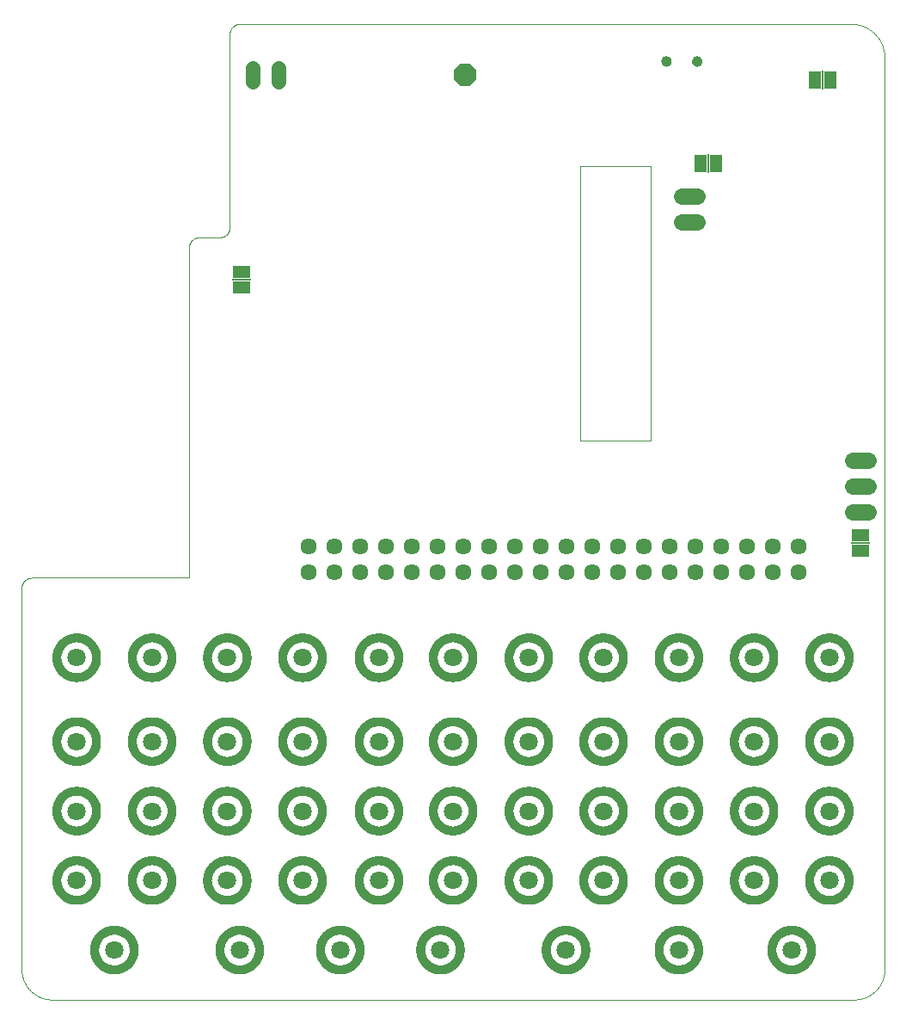
<source format=gts>
G75*
%MOIN*%
%OFA0B0*%
%FSLAX25Y25*%
%IPPOS*%
%LPD*%
%AMOC8*
5,1,8,0,0,1.08239X$1,22.5*
%
%ADD10C,0.00000*%
%ADD11C,0.07093*%
%ADD12C,0.03465*%
%ADD13C,0.06337*%
%ADD14C,0.06400*%
%ADD15R,0.06700X0.05000*%
%ADD16R,0.07200X0.00600*%
%ADD17C,0.05600*%
%ADD18R,0.05000X0.06700*%
%ADD19R,0.00600X0.07200*%
%ADD20C,0.03943*%
%ADD21OC8,0.08900*%
D10*
X0013311Y0001500D02*
X0324335Y0001500D01*
X0324620Y0001503D01*
X0324906Y0001514D01*
X0325191Y0001531D01*
X0325475Y0001555D01*
X0325759Y0001586D01*
X0326042Y0001624D01*
X0326323Y0001669D01*
X0326604Y0001720D01*
X0326884Y0001778D01*
X0327162Y0001843D01*
X0327438Y0001915D01*
X0327712Y0001993D01*
X0327985Y0002078D01*
X0328255Y0002170D01*
X0328523Y0002268D01*
X0328789Y0002372D01*
X0329052Y0002483D01*
X0329312Y0002600D01*
X0329570Y0002723D01*
X0329824Y0002853D01*
X0330075Y0002989D01*
X0330323Y0003130D01*
X0330567Y0003278D01*
X0330808Y0003431D01*
X0331044Y0003591D01*
X0331277Y0003756D01*
X0331506Y0003926D01*
X0331731Y0004102D01*
X0331951Y0004284D01*
X0332167Y0004470D01*
X0332378Y0004662D01*
X0332585Y0004859D01*
X0332787Y0005061D01*
X0332984Y0005268D01*
X0333176Y0005479D01*
X0333362Y0005695D01*
X0333544Y0005915D01*
X0333720Y0006140D01*
X0333890Y0006369D01*
X0334055Y0006602D01*
X0334215Y0006838D01*
X0334368Y0007079D01*
X0334516Y0007323D01*
X0334657Y0007571D01*
X0334793Y0007822D01*
X0334923Y0008076D01*
X0335046Y0008334D01*
X0335163Y0008594D01*
X0335274Y0008857D01*
X0335378Y0009123D01*
X0335476Y0009391D01*
X0335568Y0009661D01*
X0335653Y0009934D01*
X0335731Y0010208D01*
X0335803Y0010484D01*
X0335868Y0010762D01*
X0335926Y0011042D01*
X0335977Y0011323D01*
X0336022Y0011604D01*
X0336060Y0011887D01*
X0336091Y0012171D01*
X0336115Y0012455D01*
X0336132Y0012740D01*
X0336143Y0013026D01*
X0336146Y0013311D01*
X0336146Y0366461D01*
X0336142Y0366775D01*
X0336131Y0367089D01*
X0336112Y0367402D01*
X0336085Y0367715D01*
X0336051Y0368027D01*
X0336010Y0368338D01*
X0335961Y0368648D01*
X0335904Y0368957D01*
X0335840Y0369264D01*
X0335768Y0369570D01*
X0335690Y0369874D01*
X0335604Y0370176D01*
X0335510Y0370476D01*
X0335410Y0370773D01*
X0335302Y0371068D01*
X0335187Y0371360D01*
X0335065Y0371650D01*
X0334936Y0371936D01*
X0334800Y0372219D01*
X0334658Y0372499D01*
X0334509Y0372775D01*
X0334353Y0373047D01*
X0334190Y0373316D01*
X0334021Y0373581D01*
X0333846Y0373841D01*
X0333665Y0374098D01*
X0333477Y0374349D01*
X0333284Y0374596D01*
X0333084Y0374839D01*
X0332879Y0375076D01*
X0332668Y0375309D01*
X0332451Y0375536D01*
X0332229Y0375758D01*
X0332002Y0375975D01*
X0331769Y0376186D01*
X0331532Y0376391D01*
X0331289Y0376591D01*
X0331042Y0376784D01*
X0330791Y0376972D01*
X0330534Y0377153D01*
X0330274Y0377328D01*
X0330009Y0377497D01*
X0329740Y0377660D01*
X0329468Y0377816D01*
X0329192Y0377965D01*
X0328912Y0378107D01*
X0328629Y0378243D01*
X0328343Y0378372D01*
X0328053Y0378494D01*
X0327761Y0378609D01*
X0327466Y0378717D01*
X0327169Y0378817D01*
X0326869Y0378911D01*
X0326567Y0378997D01*
X0326263Y0379075D01*
X0325957Y0379147D01*
X0325650Y0379211D01*
X0325341Y0379268D01*
X0325031Y0379317D01*
X0324720Y0379358D01*
X0324408Y0379392D01*
X0324095Y0379419D01*
X0323782Y0379438D01*
X0323468Y0379449D01*
X0323154Y0379453D01*
X0086151Y0379453D01*
X0086027Y0379451D01*
X0085903Y0379445D01*
X0085780Y0379436D01*
X0085657Y0379422D01*
X0085534Y0379404D01*
X0085412Y0379383D01*
X0085291Y0379358D01*
X0085171Y0379329D01*
X0085051Y0379296D01*
X0084933Y0379260D01*
X0084816Y0379220D01*
X0084700Y0379176D01*
X0084585Y0379129D01*
X0084473Y0379078D01*
X0084361Y0379023D01*
X0084252Y0378965D01*
X0084144Y0378904D01*
X0084039Y0378839D01*
X0083935Y0378771D01*
X0083834Y0378700D01*
X0083735Y0378626D01*
X0083638Y0378548D01*
X0083544Y0378468D01*
X0083453Y0378385D01*
X0083364Y0378298D01*
X0083277Y0378209D01*
X0083194Y0378118D01*
X0083114Y0378024D01*
X0083036Y0377927D01*
X0082962Y0377828D01*
X0082891Y0377727D01*
X0082823Y0377623D01*
X0082758Y0377518D01*
X0082697Y0377410D01*
X0082639Y0377301D01*
X0082584Y0377189D01*
X0082533Y0377077D01*
X0082486Y0376962D01*
X0082442Y0376846D01*
X0082402Y0376729D01*
X0082366Y0376611D01*
X0082333Y0376491D01*
X0082304Y0376371D01*
X0082279Y0376250D01*
X0082258Y0376128D01*
X0082240Y0376005D01*
X0082226Y0375882D01*
X0082217Y0375759D01*
X0082211Y0375635D01*
X0082209Y0375511D01*
X0082209Y0300713D01*
X0082207Y0300589D01*
X0082201Y0300466D01*
X0082192Y0300342D01*
X0082178Y0300220D01*
X0082161Y0300097D01*
X0082139Y0299975D01*
X0082114Y0299854D01*
X0082085Y0299734D01*
X0082053Y0299615D01*
X0082016Y0299496D01*
X0081976Y0299379D01*
X0081933Y0299264D01*
X0081885Y0299149D01*
X0081834Y0299037D01*
X0081780Y0298926D01*
X0081722Y0298816D01*
X0081661Y0298709D01*
X0081596Y0298603D01*
X0081528Y0298500D01*
X0081457Y0298399D01*
X0081383Y0298300D01*
X0081306Y0298203D01*
X0081225Y0298109D01*
X0081142Y0298018D01*
X0081056Y0297929D01*
X0080967Y0297843D01*
X0080876Y0297760D01*
X0080782Y0297679D01*
X0080685Y0297602D01*
X0080586Y0297528D01*
X0080485Y0297457D01*
X0080382Y0297389D01*
X0080276Y0297324D01*
X0080169Y0297263D01*
X0080059Y0297205D01*
X0079948Y0297151D01*
X0079836Y0297100D01*
X0079721Y0297052D01*
X0079606Y0297009D01*
X0079489Y0296969D01*
X0079370Y0296932D01*
X0079251Y0296900D01*
X0079131Y0296871D01*
X0079010Y0296846D01*
X0078888Y0296824D01*
X0078765Y0296807D01*
X0078643Y0296793D01*
X0078519Y0296784D01*
X0078396Y0296778D01*
X0078272Y0296776D01*
X0070403Y0296776D01*
X0070279Y0296774D01*
X0070155Y0296768D01*
X0070032Y0296759D01*
X0069909Y0296745D01*
X0069786Y0296727D01*
X0069664Y0296706D01*
X0069543Y0296681D01*
X0069423Y0296652D01*
X0069303Y0296619D01*
X0069185Y0296583D01*
X0069068Y0296543D01*
X0068952Y0296499D01*
X0068837Y0296452D01*
X0068725Y0296401D01*
X0068613Y0296346D01*
X0068504Y0296288D01*
X0068396Y0296227D01*
X0068291Y0296162D01*
X0068187Y0296094D01*
X0068086Y0296023D01*
X0067987Y0295949D01*
X0067890Y0295871D01*
X0067796Y0295791D01*
X0067705Y0295708D01*
X0067616Y0295621D01*
X0067529Y0295532D01*
X0067446Y0295441D01*
X0067366Y0295347D01*
X0067288Y0295250D01*
X0067214Y0295151D01*
X0067143Y0295050D01*
X0067075Y0294946D01*
X0067010Y0294841D01*
X0066949Y0294733D01*
X0066891Y0294624D01*
X0066836Y0294512D01*
X0066785Y0294400D01*
X0066738Y0294285D01*
X0066694Y0294169D01*
X0066654Y0294052D01*
X0066618Y0293934D01*
X0066585Y0293814D01*
X0066556Y0293694D01*
X0066531Y0293573D01*
X0066510Y0293451D01*
X0066492Y0293328D01*
X0066478Y0293205D01*
X0066469Y0293082D01*
X0066463Y0292958D01*
X0066461Y0292834D01*
X0066461Y0164886D01*
X0005442Y0164886D01*
X0005318Y0164884D01*
X0005194Y0164878D01*
X0005071Y0164869D01*
X0004948Y0164855D01*
X0004825Y0164837D01*
X0004703Y0164816D01*
X0004582Y0164791D01*
X0004462Y0164762D01*
X0004342Y0164729D01*
X0004224Y0164693D01*
X0004107Y0164653D01*
X0003991Y0164609D01*
X0003876Y0164562D01*
X0003764Y0164511D01*
X0003652Y0164456D01*
X0003543Y0164398D01*
X0003435Y0164337D01*
X0003330Y0164272D01*
X0003226Y0164204D01*
X0003125Y0164133D01*
X0003026Y0164059D01*
X0002929Y0163981D01*
X0002835Y0163901D01*
X0002744Y0163818D01*
X0002655Y0163731D01*
X0002568Y0163642D01*
X0002485Y0163551D01*
X0002405Y0163457D01*
X0002327Y0163360D01*
X0002253Y0163261D01*
X0002182Y0163160D01*
X0002114Y0163056D01*
X0002049Y0162951D01*
X0001988Y0162843D01*
X0001930Y0162734D01*
X0001875Y0162622D01*
X0001824Y0162510D01*
X0001777Y0162395D01*
X0001733Y0162279D01*
X0001693Y0162162D01*
X0001657Y0162044D01*
X0001624Y0161924D01*
X0001595Y0161804D01*
X0001570Y0161683D01*
X0001549Y0161561D01*
X0001531Y0161438D01*
X0001517Y0161315D01*
X0001508Y0161192D01*
X0001502Y0161068D01*
X0001500Y0160944D01*
X0001500Y0013311D01*
X0001503Y0013026D01*
X0001514Y0012740D01*
X0001531Y0012455D01*
X0001555Y0012171D01*
X0001586Y0011887D01*
X0001624Y0011604D01*
X0001669Y0011323D01*
X0001720Y0011042D01*
X0001778Y0010762D01*
X0001843Y0010484D01*
X0001915Y0010208D01*
X0001993Y0009934D01*
X0002078Y0009661D01*
X0002170Y0009391D01*
X0002268Y0009123D01*
X0002372Y0008857D01*
X0002483Y0008594D01*
X0002600Y0008334D01*
X0002723Y0008076D01*
X0002853Y0007822D01*
X0002989Y0007571D01*
X0003130Y0007323D01*
X0003278Y0007079D01*
X0003431Y0006838D01*
X0003591Y0006602D01*
X0003756Y0006369D01*
X0003926Y0006140D01*
X0004102Y0005915D01*
X0004284Y0005695D01*
X0004470Y0005479D01*
X0004662Y0005268D01*
X0004859Y0005061D01*
X0005061Y0004859D01*
X0005268Y0004662D01*
X0005479Y0004470D01*
X0005695Y0004284D01*
X0005915Y0004102D01*
X0006140Y0003926D01*
X0006369Y0003756D01*
X0006602Y0003591D01*
X0006838Y0003431D01*
X0007079Y0003278D01*
X0007323Y0003130D01*
X0007571Y0002989D01*
X0007822Y0002853D01*
X0008076Y0002723D01*
X0008334Y0002600D01*
X0008594Y0002483D01*
X0008857Y0002372D01*
X0009123Y0002268D01*
X0009391Y0002170D01*
X0009661Y0002078D01*
X0009934Y0001993D01*
X0010208Y0001915D01*
X0010484Y0001843D01*
X0010762Y0001778D01*
X0011042Y0001720D01*
X0011323Y0001669D01*
X0011604Y0001624D01*
X0011887Y0001586D01*
X0012171Y0001555D01*
X0012455Y0001531D01*
X0012740Y0001514D01*
X0013026Y0001503D01*
X0013311Y0001500D01*
X0218035Y0218036D02*
X0218035Y0324532D01*
X0245594Y0324532D01*
X0245594Y0218036D01*
X0218035Y0218036D01*
X0249728Y0364985D02*
X0249730Y0365069D01*
X0249736Y0365152D01*
X0249746Y0365235D01*
X0249760Y0365318D01*
X0249777Y0365400D01*
X0249799Y0365481D01*
X0249824Y0365560D01*
X0249853Y0365639D01*
X0249886Y0365716D01*
X0249922Y0365791D01*
X0249962Y0365865D01*
X0250005Y0365937D01*
X0250052Y0366006D01*
X0250102Y0366073D01*
X0250155Y0366138D01*
X0250211Y0366200D01*
X0250269Y0366260D01*
X0250331Y0366317D01*
X0250395Y0366370D01*
X0250462Y0366421D01*
X0250531Y0366468D01*
X0250602Y0366513D01*
X0250675Y0366553D01*
X0250750Y0366590D01*
X0250827Y0366624D01*
X0250905Y0366654D01*
X0250984Y0366680D01*
X0251065Y0366703D01*
X0251147Y0366721D01*
X0251229Y0366736D01*
X0251312Y0366747D01*
X0251395Y0366754D01*
X0251479Y0366757D01*
X0251563Y0366756D01*
X0251646Y0366751D01*
X0251730Y0366742D01*
X0251812Y0366729D01*
X0251894Y0366713D01*
X0251975Y0366692D01*
X0252056Y0366668D01*
X0252134Y0366640D01*
X0252212Y0366608D01*
X0252288Y0366572D01*
X0252362Y0366533D01*
X0252434Y0366491D01*
X0252504Y0366445D01*
X0252572Y0366396D01*
X0252637Y0366344D01*
X0252700Y0366289D01*
X0252760Y0366231D01*
X0252818Y0366170D01*
X0252872Y0366106D01*
X0252924Y0366040D01*
X0252972Y0365972D01*
X0253017Y0365901D01*
X0253058Y0365828D01*
X0253097Y0365754D01*
X0253131Y0365678D01*
X0253162Y0365600D01*
X0253189Y0365521D01*
X0253213Y0365440D01*
X0253232Y0365359D01*
X0253248Y0365277D01*
X0253260Y0365194D01*
X0253268Y0365110D01*
X0253272Y0365027D01*
X0253272Y0364943D01*
X0253268Y0364860D01*
X0253260Y0364776D01*
X0253248Y0364693D01*
X0253232Y0364611D01*
X0253213Y0364530D01*
X0253189Y0364449D01*
X0253162Y0364370D01*
X0253131Y0364292D01*
X0253097Y0364216D01*
X0253058Y0364142D01*
X0253017Y0364069D01*
X0252972Y0363998D01*
X0252924Y0363930D01*
X0252872Y0363864D01*
X0252818Y0363800D01*
X0252760Y0363739D01*
X0252700Y0363681D01*
X0252637Y0363626D01*
X0252572Y0363574D01*
X0252504Y0363525D01*
X0252434Y0363479D01*
X0252362Y0363437D01*
X0252288Y0363398D01*
X0252212Y0363362D01*
X0252134Y0363330D01*
X0252056Y0363302D01*
X0251975Y0363278D01*
X0251894Y0363257D01*
X0251812Y0363241D01*
X0251730Y0363228D01*
X0251646Y0363219D01*
X0251563Y0363214D01*
X0251479Y0363213D01*
X0251395Y0363216D01*
X0251312Y0363223D01*
X0251229Y0363234D01*
X0251147Y0363249D01*
X0251065Y0363267D01*
X0250984Y0363290D01*
X0250905Y0363316D01*
X0250827Y0363346D01*
X0250750Y0363380D01*
X0250675Y0363417D01*
X0250602Y0363457D01*
X0250531Y0363502D01*
X0250462Y0363549D01*
X0250395Y0363600D01*
X0250331Y0363653D01*
X0250269Y0363710D01*
X0250211Y0363770D01*
X0250155Y0363832D01*
X0250102Y0363897D01*
X0250052Y0363964D01*
X0250005Y0364033D01*
X0249962Y0364105D01*
X0249922Y0364179D01*
X0249886Y0364254D01*
X0249853Y0364331D01*
X0249824Y0364410D01*
X0249799Y0364489D01*
X0249777Y0364570D01*
X0249760Y0364652D01*
X0249746Y0364735D01*
X0249736Y0364818D01*
X0249730Y0364901D01*
X0249728Y0364985D01*
X0261539Y0364985D02*
X0261541Y0365069D01*
X0261547Y0365152D01*
X0261557Y0365235D01*
X0261571Y0365318D01*
X0261588Y0365400D01*
X0261610Y0365481D01*
X0261635Y0365560D01*
X0261664Y0365639D01*
X0261697Y0365716D01*
X0261733Y0365791D01*
X0261773Y0365865D01*
X0261816Y0365937D01*
X0261863Y0366006D01*
X0261913Y0366073D01*
X0261966Y0366138D01*
X0262022Y0366200D01*
X0262080Y0366260D01*
X0262142Y0366317D01*
X0262206Y0366370D01*
X0262273Y0366421D01*
X0262342Y0366468D01*
X0262413Y0366513D01*
X0262486Y0366553D01*
X0262561Y0366590D01*
X0262638Y0366624D01*
X0262716Y0366654D01*
X0262795Y0366680D01*
X0262876Y0366703D01*
X0262958Y0366721D01*
X0263040Y0366736D01*
X0263123Y0366747D01*
X0263206Y0366754D01*
X0263290Y0366757D01*
X0263374Y0366756D01*
X0263457Y0366751D01*
X0263541Y0366742D01*
X0263623Y0366729D01*
X0263705Y0366713D01*
X0263786Y0366692D01*
X0263867Y0366668D01*
X0263945Y0366640D01*
X0264023Y0366608D01*
X0264099Y0366572D01*
X0264173Y0366533D01*
X0264245Y0366491D01*
X0264315Y0366445D01*
X0264383Y0366396D01*
X0264448Y0366344D01*
X0264511Y0366289D01*
X0264571Y0366231D01*
X0264629Y0366170D01*
X0264683Y0366106D01*
X0264735Y0366040D01*
X0264783Y0365972D01*
X0264828Y0365901D01*
X0264869Y0365828D01*
X0264908Y0365754D01*
X0264942Y0365678D01*
X0264973Y0365600D01*
X0265000Y0365521D01*
X0265024Y0365440D01*
X0265043Y0365359D01*
X0265059Y0365277D01*
X0265071Y0365194D01*
X0265079Y0365110D01*
X0265083Y0365027D01*
X0265083Y0364943D01*
X0265079Y0364860D01*
X0265071Y0364776D01*
X0265059Y0364693D01*
X0265043Y0364611D01*
X0265024Y0364530D01*
X0265000Y0364449D01*
X0264973Y0364370D01*
X0264942Y0364292D01*
X0264908Y0364216D01*
X0264869Y0364142D01*
X0264828Y0364069D01*
X0264783Y0363998D01*
X0264735Y0363930D01*
X0264683Y0363864D01*
X0264629Y0363800D01*
X0264571Y0363739D01*
X0264511Y0363681D01*
X0264448Y0363626D01*
X0264383Y0363574D01*
X0264315Y0363525D01*
X0264245Y0363479D01*
X0264173Y0363437D01*
X0264099Y0363398D01*
X0264023Y0363362D01*
X0263945Y0363330D01*
X0263867Y0363302D01*
X0263786Y0363278D01*
X0263705Y0363257D01*
X0263623Y0363241D01*
X0263541Y0363228D01*
X0263457Y0363219D01*
X0263374Y0363214D01*
X0263290Y0363213D01*
X0263206Y0363216D01*
X0263123Y0363223D01*
X0263040Y0363234D01*
X0262958Y0363249D01*
X0262876Y0363267D01*
X0262795Y0363290D01*
X0262716Y0363316D01*
X0262638Y0363346D01*
X0262561Y0363380D01*
X0262486Y0363417D01*
X0262413Y0363457D01*
X0262342Y0363502D01*
X0262273Y0363549D01*
X0262206Y0363600D01*
X0262142Y0363653D01*
X0262080Y0363710D01*
X0262022Y0363770D01*
X0261966Y0363832D01*
X0261913Y0363897D01*
X0261863Y0363964D01*
X0261816Y0364033D01*
X0261773Y0364105D01*
X0261733Y0364179D01*
X0261697Y0364254D01*
X0261664Y0364331D01*
X0261635Y0364410D01*
X0261610Y0364489D01*
X0261588Y0364570D01*
X0261571Y0364652D01*
X0261557Y0364735D01*
X0261547Y0364818D01*
X0261541Y0364901D01*
X0261539Y0364985D01*
D11*
X0256362Y0133902D03*
X0227189Y0133902D03*
X0227189Y0101461D03*
X0227189Y0074532D03*
X0227189Y0047603D03*
X0212622Y0020674D03*
X0198213Y0047603D03*
X0198213Y0074532D03*
X0198213Y0101461D03*
X0168843Y0101461D03*
X0168843Y0074532D03*
X0168843Y0047603D03*
X0163961Y0020674D03*
X0140063Y0047603D03*
X0140063Y0074532D03*
X0140063Y0101461D03*
X0110457Y0101461D03*
X0110457Y0074532D03*
X0110457Y0047603D03*
X0125063Y0020674D03*
X0086126Y0020674D03*
X0081283Y0047603D03*
X0081283Y0074532D03*
X0081283Y0101461D03*
X0052110Y0101461D03*
X0052110Y0074532D03*
X0052110Y0047603D03*
X0037504Y0020674D03*
X0022898Y0047603D03*
X0022898Y0074532D03*
X0022898Y0101461D03*
X0022898Y0133902D03*
X0052110Y0133902D03*
X0081283Y0133902D03*
X0110457Y0133902D03*
X0140063Y0133902D03*
X0168843Y0133902D03*
X0198213Y0133902D03*
X0256362Y0101461D03*
X0256362Y0074532D03*
X0256362Y0047603D03*
X0256362Y0020674D03*
X0285575Y0047603D03*
X0285575Y0074532D03*
X0285575Y0101461D03*
X0314748Y0101461D03*
X0314748Y0074532D03*
X0314748Y0047603D03*
X0300142Y0020674D03*
X0285575Y0133902D03*
X0314748Y0133902D03*
D12*
X0307061Y0133902D02*
X0307063Y0134091D01*
X0307070Y0134279D01*
X0307082Y0134467D01*
X0307098Y0134655D01*
X0307119Y0134843D01*
X0307144Y0135030D01*
X0307174Y0135216D01*
X0307209Y0135402D01*
X0307248Y0135586D01*
X0307291Y0135770D01*
X0307339Y0135952D01*
X0307392Y0136133D01*
X0307449Y0136313D01*
X0307510Y0136492D01*
X0307576Y0136669D01*
X0307646Y0136844D01*
X0307720Y0137017D01*
X0307799Y0137189D01*
X0307882Y0137358D01*
X0307969Y0137526D01*
X0308060Y0137691D01*
X0308155Y0137854D01*
X0308254Y0138015D01*
X0308356Y0138173D01*
X0308463Y0138328D01*
X0308574Y0138481D01*
X0308688Y0138631D01*
X0308806Y0138779D01*
X0308927Y0138923D01*
X0309052Y0139064D01*
X0309181Y0139202D01*
X0309312Y0139338D01*
X0309448Y0139469D01*
X0309586Y0139598D01*
X0309727Y0139723D01*
X0309871Y0139844D01*
X0310019Y0139962D01*
X0310169Y0140076D01*
X0310322Y0140187D01*
X0310477Y0140294D01*
X0310635Y0140396D01*
X0310796Y0140495D01*
X0310959Y0140590D01*
X0311124Y0140681D01*
X0311292Y0140768D01*
X0311461Y0140851D01*
X0311633Y0140930D01*
X0311806Y0141004D01*
X0311981Y0141074D01*
X0312158Y0141140D01*
X0312337Y0141201D01*
X0312517Y0141258D01*
X0312698Y0141311D01*
X0312880Y0141359D01*
X0313064Y0141402D01*
X0313248Y0141441D01*
X0313434Y0141476D01*
X0313620Y0141506D01*
X0313807Y0141531D01*
X0313995Y0141552D01*
X0314183Y0141568D01*
X0314371Y0141580D01*
X0314559Y0141587D01*
X0314748Y0141589D01*
X0314937Y0141587D01*
X0315125Y0141580D01*
X0315313Y0141568D01*
X0315501Y0141552D01*
X0315689Y0141531D01*
X0315876Y0141506D01*
X0316062Y0141476D01*
X0316248Y0141441D01*
X0316432Y0141402D01*
X0316616Y0141359D01*
X0316798Y0141311D01*
X0316979Y0141258D01*
X0317159Y0141201D01*
X0317338Y0141140D01*
X0317515Y0141074D01*
X0317690Y0141004D01*
X0317863Y0140930D01*
X0318035Y0140851D01*
X0318204Y0140768D01*
X0318372Y0140681D01*
X0318537Y0140590D01*
X0318700Y0140495D01*
X0318861Y0140396D01*
X0319019Y0140294D01*
X0319174Y0140187D01*
X0319327Y0140076D01*
X0319477Y0139962D01*
X0319625Y0139844D01*
X0319769Y0139723D01*
X0319910Y0139598D01*
X0320048Y0139469D01*
X0320184Y0139338D01*
X0320315Y0139202D01*
X0320444Y0139064D01*
X0320569Y0138923D01*
X0320690Y0138779D01*
X0320808Y0138631D01*
X0320922Y0138481D01*
X0321033Y0138328D01*
X0321140Y0138173D01*
X0321242Y0138015D01*
X0321341Y0137854D01*
X0321436Y0137691D01*
X0321527Y0137526D01*
X0321614Y0137358D01*
X0321697Y0137189D01*
X0321776Y0137017D01*
X0321850Y0136844D01*
X0321920Y0136669D01*
X0321986Y0136492D01*
X0322047Y0136313D01*
X0322104Y0136133D01*
X0322157Y0135952D01*
X0322205Y0135770D01*
X0322248Y0135586D01*
X0322287Y0135402D01*
X0322322Y0135216D01*
X0322352Y0135030D01*
X0322377Y0134843D01*
X0322398Y0134655D01*
X0322414Y0134467D01*
X0322426Y0134279D01*
X0322433Y0134091D01*
X0322435Y0133902D01*
X0322433Y0133713D01*
X0322426Y0133525D01*
X0322414Y0133337D01*
X0322398Y0133149D01*
X0322377Y0132961D01*
X0322352Y0132774D01*
X0322322Y0132588D01*
X0322287Y0132402D01*
X0322248Y0132218D01*
X0322205Y0132034D01*
X0322157Y0131852D01*
X0322104Y0131671D01*
X0322047Y0131491D01*
X0321986Y0131312D01*
X0321920Y0131135D01*
X0321850Y0130960D01*
X0321776Y0130787D01*
X0321697Y0130615D01*
X0321614Y0130446D01*
X0321527Y0130278D01*
X0321436Y0130113D01*
X0321341Y0129950D01*
X0321242Y0129789D01*
X0321140Y0129631D01*
X0321033Y0129476D01*
X0320922Y0129323D01*
X0320808Y0129173D01*
X0320690Y0129025D01*
X0320569Y0128881D01*
X0320444Y0128740D01*
X0320315Y0128602D01*
X0320184Y0128466D01*
X0320048Y0128335D01*
X0319910Y0128206D01*
X0319769Y0128081D01*
X0319625Y0127960D01*
X0319477Y0127842D01*
X0319327Y0127728D01*
X0319174Y0127617D01*
X0319019Y0127510D01*
X0318861Y0127408D01*
X0318700Y0127309D01*
X0318537Y0127214D01*
X0318372Y0127123D01*
X0318204Y0127036D01*
X0318035Y0126953D01*
X0317863Y0126874D01*
X0317690Y0126800D01*
X0317515Y0126730D01*
X0317338Y0126664D01*
X0317159Y0126603D01*
X0316979Y0126546D01*
X0316798Y0126493D01*
X0316616Y0126445D01*
X0316432Y0126402D01*
X0316248Y0126363D01*
X0316062Y0126328D01*
X0315876Y0126298D01*
X0315689Y0126273D01*
X0315501Y0126252D01*
X0315313Y0126236D01*
X0315125Y0126224D01*
X0314937Y0126217D01*
X0314748Y0126215D01*
X0314559Y0126217D01*
X0314371Y0126224D01*
X0314183Y0126236D01*
X0313995Y0126252D01*
X0313807Y0126273D01*
X0313620Y0126298D01*
X0313434Y0126328D01*
X0313248Y0126363D01*
X0313064Y0126402D01*
X0312880Y0126445D01*
X0312698Y0126493D01*
X0312517Y0126546D01*
X0312337Y0126603D01*
X0312158Y0126664D01*
X0311981Y0126730D01*
X0311806Y0126800D01*
X0311633Y0126874D01*
X0311461Y0126953D01*
X0311292Y0127036D01*
X0311124Y0127123D01*
X0310959Y0127214D01*
X0310796Y0127309D01*
X0310635Y0127408D01*
X0310477Y0127510D01*
X0310322Y0127617D01*
X0310169Y0127728D01*
X0310019Y0127842D01*
X0309871Y0127960D01*
X0309727Y0128081D01*
X0309586Y0128206D01*
X0309448Y0128335D01*
X0309312Y0128466D01*
X0309181Y0128602D01*
X0309052Y0128740D01*
X0308927Y0128881D01*
X0308806Y0129025D01*
X0308688Y0129173D01*
X0308574Y0129323D01*
X0308463Y0129476D01*
X0308356Y0129631D01*
X0308254Y0129789D01*
X0308155Y0129950D01*
X0308060Y0130113D01*
X0307969Y0130278D01*
X0307882Y0130446D01*
X0307799Y0130615D01*
X0307720Y0130787D01*
X0307646Y0130960D01*
X0307576Y0131135D01*
X0307510Y0131312D01*
X0307449Y0131491D01*
X0307392Y0131671D01*
X0307339Y0131852D01*
X0307291Y0132034D01*
X0307248Y0132218D01*
X0307209Y0132402D01*
X0307174Y0132588D01*
X0307144Y0132774D01*
X0307119Y0132961D01*
X0307098Y0133149D01*
X0307082Y0133337D01*
X0307070Y0133525D01*
X0307063Y0133713D01*
X0307061Y0133902D01*
X0277888Y0133902D02*
X0277890Y0134091D01*
X0277897Y0134279D01*
X0277909Y0134467D01*
X0277925Y0134655D01*
X0277946Y0134843D01*
X0277971Y0135030D01*
X0278001Y0135216D01*
X0278036Y0135402D01*
X0278075Y0135586D01*
X0278118Y0135770D01*
X0278166Y0135952D01*
X0278219Y0136133D01*
X0278276Y0136313D01*
X0278337Y0136492D01*
X0278403Y0136669D01*
X0278473Y0136844D01*
X0278547Y0137017D01*
X0278626Y0137189D01*
X0278709Y0137358D01*
X0278796Y0137526D01*
X0278887Y0137691D01*
X0278982Y0137854D01*
X0279081Y0138015D01*
X0279183Y0138173D01*
X0279290Y0138328D01*
X0279401Y0138481D01*
X0279515Y0138631D01*
X0279633Y0138779D01*
X0279754Y0138923D01*
X0279879Y0139064D01*
X0280008Y0139202D01*
X0280139Y0139338D01*
X0280275Y0139469D01*
X0280413Y0139598D01*
X0280554Y0139723D01*
X0280698Y0139844D01*
X0280846Y0139962D01*
X0280996Y0140076D01*
X0281149Y0140187D01*
X0281304Y0140294D01*
X0281462Y0140396D01*
X0281623Y0140495D01*
X0281786Y0140590D01*
X0281951Y0140681D01*
X0282119Y0140768D01*
X0282288Y0140851D01*
X0282460Y0140930D01*
X0282633Y0141004D01*
X0282808Y0141074D01*
X0282985Y0141140D01*
X0283164Y0141201D01*
X0283344Y0141258D01*
X0283525Y0141311D01*
X0283707Y0141359D01*
X0283891Y0141402D01*
X0284075Y0141441D01*
X0284261Y0141476D01*
X0284447Y0141506D01*
X0284634Y0141531D01*
X0284822Y0141552D01*
X0285010Y0141568D01*
X0285198Y0141580D01*
X0285386Y0141587D01*
X0285575Y0141589D01*
X0285764Y0141587D01*
X0285952Y0141580D01*
X0286140Y0141568D01*
X0286328Y0141552D01*
X0286516Y0141531D01*
X0286703Y0141506D01*
X0286889Y0141476D01*
X0287075Y0141441D01*
X0287259Y0141402D01*
X0287443Y0141359D01*
X0287625Y0141311D01*
X0287806Y0141258D01*
X0287986Y0141201D01*
X0288165Y0141140D01*
X0288342Y0141074D01*
X0288517Y0141004D01*
X0288690Y0140930D01*
X0288862Y0140851D01*
X0289031Y0140768D01*
X0289199Y0140681D01*
X0289364Y0140590D01*
X0289527Y0140495D01*
X0289688Y0140396D01*
X0289846Y0140294D01*
X0290001Y0140187D01*
X0290154Y0140076D01*
X0290304Y0139962D01*
X0290452Y0139844D01*
X0290596Y0139723D01*
X0290737Y0139598D01*
X0290875Y0139469D01*
X0291011Y0139338D01*
X0291142Y0139202D01*
X0291271Y0139064D01*
X0291396Y0138923D01*
X0291517Y0138779D01*
X0291635Y0138631D01*
X0291749Y0138481D01*
X0291860Y0138328D01*
X0291967Y0138173D01*
X0292069Y0138015D01*
X0292168Y0137854D01*
X0292263Y0137691D01*
X0292354Y0137526D01*
X0292441Y0137358D01*
X0292524Y0137189D01*
X0292603Y0137017D01*
X0292677Y0136844D01*
X0292747Y0136669D01*
X0292813Y0136492D01*
X0292874Y0136313D01*
X0292931Y0136133D01*
X0292984Y0135952D01*
X0293032Y0135770D01*
X0293075Y0135586D01*
X0293114Y0135402D01*
X0293149Y0135216D01*
X0293179Y0135030D01*
X0293204Y0134843D01*
X0293225Y0134655D01*
X0293241Y0134467D01*
X0293253Y0134279D01*
X0293260Y0134091D01*
X0293262Y0133902D01*
X0293260Y0133713D01*
X0293253Y0133525D01*
X0293241Y0133337D01*
X0293225Y0133149D01*
X0293204Y0132961D01*
X0293179Y0132774D01*
X0293149Y0132588D01*
X0293114Y0132402D01*
X0293075Y0132218D01*
X0293032Y0132034D01*
X0292984Y0131852D01*
X0292931Y0131671D01*
X0292874Y0131491D01*
X0292813Y0131312D01*
X0292747Y0131135D01*
X0292677Y0130960D01*
X0292603Y0130787D01*
X0292524Y0130615D01*
X0292441Y0130446D01*
X0292354Y0130278D01*
X0292263Y0130113D01*
X0292168Y0129950D01*
X0292069Y0129789D01*
X0291967Y0129631D01*
X0291860Y0129476D01*
X0291749Y0129323D01*
X0291635Y0129173D01*
X0291517Y0129025D01*
X0291396Y0128881D01*
X0291271Y0128740D01*
X0291142Y0128602D01*
X0291011Y0128466D01*
X0290875Y0128335D01*
X0290737Y0128206D01*
X0290596Y0128081D01*
X0290452Y0127960D01*
X0290304Y0127842D01*
X0290154Y0127728D01*
X0290001Y0127617D01*
X0289846Y0127510D01*
X0289688Y0127408D01*
X0289527Y0127309D01*
X0289364Y0127214D01*
X0289199Y0127123D01*
X0289031Y0127036D01*
X0288862Y0126953D01*
X0288690Y0126874D01*
X0288517Y0126800D01*
X0288342Y0126730D01*
X0288165Y0126664D01*
X0287986Y0126603D01*
X0287806Y0126546D01*
X0287625Y0126493D01*
X0287443Y0126445D01*
X0287259Y0126402D01*
X0287075Y0126363D01*
X0286889Y0126328D01*
X0286703Y0126298D01*
X0286516Y0126273D01*
X0286328Y0126252D01*
X0286140Y0126236D01*
X0285952Y0126224D01*
X0285764Y0126217D01*
X0285575Y0126215D01*
X0285386Y0126217D01*
X0285198Y0126224D01*
X0285010Y0126236D01*
X0284822Y0126252D01*
X0284634Y0126273D01*
X0284447Y0126298D01*
X0284261Y0126328D01*
X0284075Y0126363D01*
X0283891Y0126402D01*
X0283707Y0126445D01*
X0283525Y0126493D01*
X0283344Y0126546D01*
X0283164Y0126603D01*
X0282985Y0126664D01*
X0282808Y0126730D01*
X0282633Y0126800D01*
X0282460Y0126874D01*
X0282288Y0126953D01*
X0282119Y0127036D01*
X0281951Y0127123D01*
X0281786Y0127214D01*
X0281623Y0127309D01*
X0281462Y0127408D01*
X0281304Y0127510D01*
X0281149Y0127617D01*
X0280996Y0127728D01*
X0280846Y0127842D01*
X0280698Y0127960D01*
X0280554Y0128081D01*
X0280413Y0128206D01*
X0280275Y0128335D01*
X0280139Y0128466D01*
X0280008Y0128602D01*
X0279879Y0128740D01*
X0279754Y0128881D01*
X0279633Y0129025D01*
X0279515Y0129173D01*
X0279401Y0129323D01*
X0279290Y0129476D01*
X0279183Y0129631D01*
X0279081Y0129789D01*
X0278982Y0129950D01*
X0278887Y0130113D01*
X0278796Y0130278D01*
X0278709Y0130446D01*
X0278626Y0130615D01*
X0278547Y0130787D01*
X0278473Y0130960D01*
X0278403Y0131135D01*
X0278337Y0131312D01*
X0278276Y0131491D01*
X0278219Y0131671D01*
X0278166Y0131852D01*
X0278118Y0132034D01*
X0278075Y0132218D01*
X0278036Y0132402D01*
X0278001Y0132588D01*
X0277971Y0132774D01*
X0277946Y0132961D01*
X0277925Y0133149D01*
X0277909Y0133337D01*
X0277897Y0133525D01*
X0277890Y0133713D01*
X0277888Y0133902D01*
X0248675Y0133902D02*
X0248677Y0134091D01*
X0248684Y0134279D01*
X0248696Y0134467D01*
X0248712Y0134655D01*
X0248733Y0134843D01*
X0248758Y0135030D01*
X0248788Y0135216D01*
X0248823Y0135402D01*
X0248862Y0135586D01*
X0248905Y0135770D01*
X0248953Y0135952D01*
X0249006Y0136133D01*
X0249063Y0136313D01*
X0249124Y0136492D01*
X0249190Y0136669D01*
X0249260Y0136844D01*
X0249334Y0137017D01*
X0249413Y0137189D01*
X0249496Y0137358D01*
X0249583Y0137526D01*
X0249674Y0137691D01*
X0249769Y0137854D01*
X0249868Y0138015D01*
X0249970Y0138173D01*
X0250077Y0138328D01*
X0250188Y0138481D01*
X0250302Y0138631D01*
X0250420Y0138779D01*
X0250541Y0138923D01*
X0250666Y0139064D01*
X0250795Y0139202D01*
X0250926Y0139338D01*
X0251062Y0139469D01*
X0251200Y0139598D01*
X0251341Y0139723D01*
X0251485Y0139844D01*
X0251633Y0139962D01*
X0251783Y0140076D01*
X0251936Y0140187D01*
X0252091Y0140294D01*
X0252249Y0140396D01*
X0252410Y0140495D01*
X0252573Y0140590D01*
X0252738Y0140681D01*
X0252906Y0140768D01*
X0253075Y0140851D01*
X0253247Y0140930D01*
X0253420Y0141004D01*
X0253595Y0141074D01*
X0253772Y0141140D01*
X0253951Y0141201D01*
X0254131Y0141258D01*
X0254312Y0141311D01*
X0254494Y0141359D01*
X0254678Y0141402D01*
X0254862Y0141441D01*
X0255048Y0141476D01*
X0255234Y0141506D01*
X0255421Y0141531D01*
X0255609Y0141552D01*
X0255797Y0141568D01*
X0255985Y0141580D01*
X0256173Y0141587D01*
X0256362Y0141589D01*
X0256551Y0141587D01*
X0256739Y0141580D01*
X0256927Y0141568D01*
X0257115Y0141552D01*
X0257303Y0141531D01*
X0257490Y0141506D01*
X0257676Y0141476D01*
X0257862Y0141441D01*
X0258046Y0141402D01*
X0258230Y0141359D01*
X0258412Y0141311D01*
X0258593Y0141258D01*
X0258773Y0141201D01*
X0258952Y0141140D01*
X0259129Y0141074D01*
X0259304Y0141004D01*
X0259477Y0140930D01*
X0259649Y0140851D01*
X0259818Y0140768D01*
X0259986Y0140681D01*
X0260151Y0140590D01*
X0260314Y0140495D01*
X0260475Y0140396D01*
X0260633Y0140294D01*
X0260788Y0140187D01*
X0260941Y0140076D01*
X0261091Y0139962D01*
X0261239Y0139844D01*
X0261383Y0139723D01*
X0261524Y0139598D01*
X0261662Y0139469D01*
X0261798Y0139338D01*
X0261929Y0139202D01*
X0262058Y0139064D01*
X0262183Y0138923D01*
X0262304Y0138779D01*
X0262422Y0138631D01*
X0262536Y0138481D01*
X0262647Y0138328D01*
X0262754Y0138173D01*
X0262856Y0138015D01*
X0262955Y0137854D01*
X0263050Y0137691D01*
X0263141Y0137526D01*
X0263228Y0137358D01*
X0263311Y0137189D01*
X0263390Y0137017D01*
X0263464Y0136844D01*
X0263534Y0136669D01*
X0263600Y0136492D01*
X0263661Y0136313D01*
X0263718Y0136133D01*
X0263771Y0135952D01*
X0263819Y0135770D01*
X0263862Y0135586D01*
X0263901Y0135402D01*
X0263936Y0135216D01*
X0263966Y0135030D01*
X0263991Y0134843D01*
X0264012Y0134655D01*
X0264028Y0134467D01*
X0264040Y0134279D01*
X0264047Y0134091D01*
X0264049Y0133902D01*
X0264047Y0133713D01*
X0264040Y0133525D01*
X0264028Y0133337D01*
X0264012Y0133149D01*
X0263991Y0132961D01*
X0263966Y0132774D01*
X0263936Y0132588D01*
X0263901Y0132402D01*
X0263862Y0132218D01*
X0263819Y0132034D01*
X0263771Y0131852D01*
X0263718Y0131671D01*
X0263661Y0131491D01*
X0263600Y0131312D01*
X0263534Y0131135D01*
X0263464Y0130960D01*
X0263390Y0130787D01*
X0263311Y0130615D01*
X0263228Y0130446D01*
X0263141Y0130278D01*
X0263050Y0130113D01*
X0262955Y0129950D01*
X0262856Y0129789D01*
X0262754Y0129631D01*
X0262647Y0129476D01*
X0262536Y0129323D01*
X0262422Y0129173D01*
X0262304Y0129025D01*
X0262183Y0128881D01*
X0262058Y0128740D01*
X0261929Y0128602D01*
X0261798Y0128466D01*
X0261662Y0128335D01*
X0261524Y0128206D01*
X0261383Y0128081D01*
X0261239Y0127960D01*
X0261091Y0127842D01*
X0260941Y0127728D01*
X0260788Y0127617D01*
X0260633Y0127510D01*
X0260475Y0127408D01*
X0260314Y0127309D01*
X0260151Y0127214D01*
X0259986Y0127123D01*
X0259818Y0127036D01*
X0259649Y0126953D01*
X0259477Y0126874D01*
X0259304Y0126800D01*
X0259129Y0126730D01*
X0258952Y0126664D01*
X0258773Y0126603D01*
X0258593Y0126546D01*
X0258412Y0126493D01*
X0258230Y0126445D01*
X0258046Y0126402D01*
X0257862Y0126363D01*
X0257676Y0126328D01*
X0257490Y0126298D01*
X0257303Y0126273D01*
X0257115Y0126252D01*
X0256927Y0126236D01*
X0256739Y0126224D01*
X0256551Y0126217D01*
X0256362Y0126215D01*
X0256173Y0126217D01*
X0255985Y0126224D01*
X0255797Y0126236D01*
X0255609Y0126252D01*
X0255421Y0126273D01*
X0255234Y0126298D01*
X0255048Y0126328D01*
X0254862Y0126363D01*
X0254678Y0126402D01*
X0254494Y0126445D01*
X0254312Y0126493D01*
X0254131Y0126546D01*
X0253951Y0126603D01*
X0253772Y0126664D01*
X0253595Y0126730D01*
X0253420Y0126800D01*
X0253247Y0126874D01*
X0253075Y0126953D01*
X0252906Y0127036D01*
X0252738Y0127123D01*
X0252573Y0127214D01*
X0252410Y0127309D01*
X0252249Y0127408D01*
X0252091Y0127510D01*
X0251936Y0127617D01*
X0251783Y0127728D01*
X0251633Y0127842D01*
X0251485Y0127960D01*
X0251341Y0128081D01*
X0251200Y0128206D01*
X0251062Y0128335D01*
X0250926Y0128466D01*
X0250795Y0128602D01*
X0250666Y0128740D01*
X0250541Y0128881D01*
X0250420Y0129025D01*
X0250302Y0129173D01*
X0250188Y0129323D01*
X0250077Y0129476D01*
X0249970Y0129631D01*
X0249868Y0129789D01*
X0249769Y0129950D01*
X0249674Y0130113D01*
X0249583Y0130278D01*
X0249496Y0130446D01*
X0249413Y0130615D01*
X0249334Y0130787D01*
X0249260Y0130960D01*
X0249190Y0131135D01*
X0249124Y0131312D01*
X0249063Y0131491D01*
X0249006Y0131671D01*
X0248953Y0131852D01*
X0248905Y0132034D01*
X0248862Y0132218D01*
X0248823Y0132402D01*
X0248788Y0132588D01*
X0248758Y0132774D01*
X0248733Y0132961D01*
X0248712Y0133149D01*
X0248696Y0133337D01*
X0248684Y0133525D01*
X0248677Y0133713D01*
X0248675Y0133902D01*
X0219502Y0133902D02*
X0219504Y0134091D01*
X0219511Y0134279D01*
X0219523Y0134467D01*
X0219539Y0134655D01*
X0219560Y0134843D01*
X0219585Y0135030D01*
X0219615Y0135216D01*
X0219650Y0135402D01*
X0219689Y0135586D01*
X0219732Y0135770D01*
X0219780Y0135952D01*
X0219833Y0136133D01*
X0219890Y0136313D01*
X0219951Y0136492D01*
X0220017Y0136669D01*
X0220087Y0136844D01*
X0220161Y0137017D01*
X0220240Y0137189D01*
X0220323Y0137358D01*
X0220410Y0137526D01*
X0220501Y0137691D01*
X0220596Y0137854D01*
X0220695Y0138015D01*
X0220797Y0138173D01*
X0220904Y0138328D01*
X0221015Y0138481D01*
X0221129Y0138631D01*
X0221247Y0138779D01*
X0221368Y0138923D01*
X0221493Y0139064D01*
X0221622Y0139202D01*
X0221753Y0139338D01*
X0221889Y0139469D01*
X0222027Y0139598D01*
X0222168Y0139723D01*
X0222312Y0139844D01*
X0222460Y0139962D01*
X0222610Y0140076D01*
X0222763Y0140187D01*
X0222918Y0140294D01*
X0223076Y0140396D01*
X0223237Y0140495D01*
X0223400Y0140590D01*
X0223565Y0140681D01*
X0223733Y0140768D01*
X0223902Y0140851D01*
X0224074Y0140930D01*
X0224247Y0141004D01*
X0224422Y0141074D01*
X0224599Y0141140D01*
X0224778Y0141201D01*
X0224958Y0141258D01*
X0225139Y0141311D01*
X0225321Y0141359D01*
X0225505Y0141402D01*
X0225689Y0141441D01*
X0225875Y0141476D01*
X0226061Y0141506D01*
X0226248Y0141531D01*
X0226436Y0141552D01*
X0226624Y0141568D01*
X0226812Y0141580D01*
X0227000Y0141587D01*
X0227189Y0141589D01*
X0227378Y0141587D01*
X0227566Y0141580D01*
X0227754Y0141568D01*
X0227942Y0141552D01*
X0228130Y0141531D01*
X0228317Y0141506D01*
X0228503Y0141476D01*
X0228689Y0141441D01*
X0228873Y0141402D01*
X0229057Y0141359D01*
X0229239Y0141311D01*
X0229420Y0141258D01*
X0229600Y0141201D01*
X0229779Y0141140D01*
X0229956Y0141074D01*
X0230131Y0141004D01*
X0230304Y0140930D01*
X0230476Y0140851D01*
X0230645Y0140768D01*
X0230813Y0140681D01*
X0230978Y0140590D01*
X0231141Y0140495D01*
X0231302Y0140396D01*
X0231460Y0140294D01*
X0231615Y0140187D01*
X0231768Y0140076D01*
X0231918Y0139962D01*
X0232066Y0139844D01*
X0232210Y0139723D01*
X0232351Y0139598D01*
X0232489Y0139469D01*
X0232625Y0139338D01*
X0232756Y0139202D01*
X0232885Y0139064D01*
X0233010Y0138923D01*
X0233131Y0138779D01*
X0233249Y0138631D01*
X0233363Y0138481D01*
X0233474Y0138328D01*
X0233581Y0138173D01*
X0233683Y0138015D01*
X0233782Y0137854D01*
X0233877Y0137691D01*
X0233968Y0137526D01*
X0234055Y0137358D01*
X0234138Y0137189D01*
X0234217Y0137017D01*
X0234291Y0136844D01*
X0234361Y0136669D01*
X0234427Y0136492D01*
X0234488Y0136313D01*
X0234545Y0136133D01*
X0234598Y0135952D01*
X0234646Y0135770D01*
X0234689Y0135586D01*
X0234728Y0135402D01*
X0234763Y0135216D01*
X0234793Y0135030D01*
X0234818Y0134843D01*
X0234839Y0134655D01*
X0234855Y0134467D01*
X0234867Y0134279D01*
X0234874Y0134091D01*
X0234876Y0133902D01*
X0234874Y0133713D01*
X0234867Y0133525D01*
X0234855Y0133337D01*
X0234839Y0133149D01*
X0234818Y0132961D01*
X0234793Y0132774D01*
X0234763Y0132588D01*
X0234728Y0132402D01*
X0234689Y0132218D01*
X0234646Y0132034D01*
X0234598Y0131852D01*
X0234545Y0131671D01*
X0234488Y0131491D01*
X0234427Y0131312D01*
X0234361Y0131135D01*
X0234291Y0130960D01*
X0234217Y0130787D01*
X0234138Y0130615D01*
X0234055Y0130446D01*
X0233968Y0130278D01*
X0233877Y0130113D01*
X0233782Y0129950D01*
X0233683Y0129789D01*
X0233581Y0129631D01*
X0233474Y0129476D01*
X0233363Y0129323D01*
X0233249Y0129173D01*
X0233131Y0129025D01*
X0233010Y0128881D01*
X0232885Y0128740D01*
X0232756Y0128602D01*
X0232625Y0128466D01*
X0232489Y0128335D01*
X0232351Y0128206D01*
X0232210Y0128081D01*
X0232066Y0127960D01*
X0231918Y0127842D01*
X0231768Y0127728D01*
X0231615Y0127617D01*
X0231460Y0127510D01*
X0231302Y0127408D01*
X0231141Y0127309D01*
X0230978Y0127214D01*
X0230813Y0127123D01*
X0230645Y0127036D01*
X0230476Y0126953D01*
X0230304Y0126874D01*
X0230131Y0126800D01*
X0229956Y0126730D01*
X0229779Y0126664D01*
X0229600Y0126603D01*
X0229420Y0126546D01*
X0229239Y0126493D01*
X0229057Y0126445D01*
X0228873Y0126402D01*
X0228689Y0126363D01*
X0228503Y0126328D01*
X0228317Y0126298D01*
X0228130Y0126273D01*
X0227942Y0126252D01*
X0227754Y0126236D01*
X0227566Y0126224D01*
X0227378Y0126217D01*
X0227189Y0126215D01*
X0227000Y0126217D01*
X0226812Y0126224D01*
X0226624Y0126236D01*
X0226436Y0126252D01*
X0226248Y0126273D01*
X0226061Y0126298D01*
X0225875Y0126328D01*
X0225689Y0126363D01*
X0225505Y0126402D01*
X0225321Y0126445D01*
X0225139Y0126493D01*
X0224958Y0126546D01*
X0224778Y0126603D01*
X0224599Y0126664D01*
X0224422Y0126730D01*
X0224247Y0126800D01*
X0224074Y0126874D01*
X0223902Y0126953D01*
X0223733Y0127036D01*
X0223565Y0127123D01*
X0223400Y0127214D01*
X0223237Y0127309D01*
X0223076Y0127408D01*
X0222918Y0127510D01*
X0222763Y0127617D01*
X0222610Y0127728D01*
X0222460Y0127842D01*
X0222312Y0127960D01*
X0222168Y0128081D01*
X0222027Y0128206D01*
X0221889Y0128335D01*
X0221753Y0128466D01*
X0221622Y0128602D01*
X0221493Y0128740D01*
X0221368Y0128881D01*
X0221247Y0129025D01*
X0221129Y0129173D01*
X0221015Y0129323D01*
X0220904Y0129476D01*
X0220797Y0129631D01*
X0220695Y0129789D01*
X0220596Y0129950D01*
X0220501Y0130113D01*
X0220410Y0130278D01*
X0220323Y0130446D01*
X0220240Y0130615D01*
X0220161Y0130787D01*
X0220087Y0130960D01*
X0220017Y0131135D01*
X0219951Y0131312D01*
X0219890Y0131491D01*
X0219833Y0131671D01*
X0219780Y0131852D01*
X0219732Y0132034D01*
X0219689Y0132218D01*
X0219650Y0132402D01*
X0219615Y0132588D01*
X0219585Y0132774D01*
X0219560Y0132961D01*
X0219539Y0133149D01*
X0219523Y0133337D01*
X0219511Y0133525D01*
X0219504Y0133713D01*
X0219502Y0133902D01*
X0190526Y0133902D02*
X0190528Y0134091D01*
X0190535Y0134279D01*
X0190547Y0134467D01*
X0190563Y0134655D01*
X0190584Y0134843D01*
X0190609Y0135030D01*
X0190639Y0135216D01*
X0190674Y0135402D01*
X0190713Y0135586D01*
X0190756Y0135770D01*
X0190804Y0135952D01*
X0190857Y0136133D01*
X0190914Y0136313D01*
X0190975Y0136492D01*
X0191041Y0136669D01*
X0191111Y0136844D01*
X0191185Y0137017D01*
X0191264Y0137189D01*
X0191347Y0137358D01*
X0191434Y0137526D01*
X0191525Y0137691D01*
X0191620Y0137854D01*
X0191719Y0138015D01*
X0191821Y0138173D01*
X0191928Y0138328D01*
X0192039Y0138481D01*
X0192153Y0138631D01*
X0192271Y0138779D01*
X0192392Y0138923D01*
X0192517Y0139064D01*
X0192646Y0139202D01*
X0192777Y0139338D01*
X0192913Y0139469D01*
X0193051Y0139598D01*
X0193192Y0139723D01*
X0193336Y0139844D01*
X0193484Y0139962D01*
X0193634Y0140076D01*
X0193787Y0140187D01*
X0193942Y0140294D01*
X0194100Y0140396D01*
X0194261Y0140495D01*
X0194424Y0140590D01*
X0194589Y0140681D01*
X0194757Y0140768D01*
X0194926Y0140851D01*
X0195098Y0140930D01*
X0195271Y0141004D01*
X0195446Y0141074D01*
X0195623Y0141140D01*
X0195802Y0141201D01*
X0195982Y0141258D01*
X0196163Y0141311D01*
X0196345Y0141359D01*
X0196529Y0141402D01*
X0196713Y0141441D01*
X0196899Y0141476D01*
X0197085Y0141506D01*
X0197272Y0141531D01*
X0197460Y0141552D01*
X0197648Y0141568D01*
X0197836Y0141580D01*
X0198024Y0141587D01*
X0198213Y0141589D01*
X0198402Y0141587D01*
X0198590Y0141580D01*
X0198778Y0141568D01*
X0198966Y0141552D01*
X0199154Y0141531D01*
X0199341Y0141506D01*
X0199527Y0141476D01*
X0199713Y0141441D01*
X0199897Y0141402D01*
X0200081Y0141359D01*
X0200263Y0141311D01*
X0200444Y0141258D01*
X0200624Y0141201D01*
X0200803Y0141140D01*
X0200980Y0141074D01*
X0201155Y0141004D01*
X0201328Y0140930D01*
X0201500Y0140851D01*
X0201669Y0140768D01*
X0201837Y0140681D01*
X0202002Y0140590D01*
X0202165Y0140495D01*
X0202326Y0140396D01*
X0202484Y0140294D01*
X0202639Y0140187D01*
X0202792Y0140076D01*
X0202942Y0139962D01*
X0203090Y0139844D01*
X0203234Y0139723D01*
X0203375Y0139598D01*
X0203513Y0139469D01*
X0203649Y0139338D01*
X0203780Y0139202D01*
X0203909Y0139064D01*
X0204034Y0138923D01*
X0204155Y0138779D01*
X0204273Y0138631D01*
X0204387Y0138481D01*
X0204498Y0138328D01*
X0204605Y0138173D01*
X0204707Y0138015D01*
X0204806Y0137854D01*
X0204901Y0137691D01*
X0204992Y0137526D01*
X0205079Y0137358D01*
X0205162Y0137189D01*
X0205241Y0137017D01*
X0205315Y0136844D01*
X0205385Y0136669D01*
X0205451Y0136492D01*
X0205512Y0136313D01*
X0205569Y0136133D01*
X0205622Y0135952D01*
X0205670Y0135770D01*
X0205713Y0135586D01*
X0205752Y0135402D01*
X0205787Y0135216D01*
X0205817Y0135030D01*
X0205842Y0134843D01*
X0205863Y0134655D01*
X0205879Y0134467D01*
X0205891Y0134279D01*
X0205898Y0134091D01*
X0205900Y0133902D01*
X0205898Y0133713D01*
X0205891Y0133525D01*
X0205879Y0133337D01*
X0205863Y0133149D01*
X0205842Y0132961D01*
X0205817Y0132774D01*
X0205787Y0132588D01*
X0205752Y0132402D01*
X0205713Y0132218D01*
X0205670Y0132034D01*
X0205622Y0131852D01*
X0205569Y0131671D01*
X0205512Y0131491D01*
X0205451Y0131312D01*
X0205385Y0131135D01*
X0205315Y0130960D01*
X0205241Y0130787D01*
X0205162Y0130615D01*
X0205079Y0130446D01*
X0204992Y0130278D01*
X0204901Y0130113D01*
X0204806Y0129950D01*
X0204707Y0129789D01*
X0204605Y0129631D01*
X0204498Y0129476D01*
X0204387Y0129323D01*
X0204273Y0129173D01*
X0204155Y0129025D01*
X0204034Y0128881D01*
X0203909Y0128740D01*
X0203780Y0128602D01*
X0203649Y0128466D01*
X0203513Y0128335D01*
X0203375Y0128206D01*
X0203234Y0128081D01*
X0203090Y0127960D01*
X0202942Y0127842D01*
X0202792Y0127728D01*
X0202639Y0127617D01*
X0202484Y0127510D01*
X0202326Y0127408D01*
X0202165Y0127309D01*
X0202002Y0127214D01*
X0201837Y0127123D01*
X0201669Y0127036D01*
X0201500Y0126953D01*
X0201328Y0126874D01*
X0201155Y0126800D01*
X0200980Y0126730D01*
X0200803Y0126664D01*
X0200624Y0126603D01*
X0200444Y0126546D01*
X0200263Y0126493D01*
X0200081Y0126445D01*
X0199897Y0126402D01*
X0199713Y0126363D01*
X0199527Y0126328D01*
X0199341Y0126298D01*
X0199154Y0126273D01*
X0198966Y0126252D01*
X0198778Y0126236D01*
X0198590Y0126224D01*
X0198402Y0126217D01*
X0198213Y0126215D01*
X0198024Y0126217D01*
X0197836Y0126224D01*
X0197648Y0126236D01*
X0197460Y0126252D01*
X0197272Y0126273D01*
X0197085Y0126298D01*
X0196899Y0126328D01*
X0196713Y0126363D01*
X0196529Y0126402D01*
X0196345Y0126445D01*
X0196163Y0126493D01*
X0195982Y0126546D01*
X0195802Y0126603D01*
X0195623Y0126664D01*
X0195446Y0126730D01*
X0195271Y0126800D01*
X0195098Y0126874D01*
X0194926Y0126953D01*
X0194757Y0127036D01*
X0194589Y0127123D01*
X0194424Y0127214D01*
X0194261Y0127309D01*
X0194100Y0127408D01*
X0193942Y0127510D01*
X0193787Y0127617D01*
X0193634Y0127728D01*
X0193484Y0127842D01*
X0193336Y0127960D01*
X0193192Y0128081D01*
X0193051Y0128206D01*
X0192913Y0128335D01*
X0192777Y0128466D01*
X0192646Y0128602D01*
X0192517Y0128740D01*
X0192392Y0128881D01*
X0192271Y0129025D01*
X0192153Y0129173D01*
X0192039Y0129323D01*
X0191928Y0129476D01*
X0191821Y0129631D01*
X0191719Y0129789D01*
X0191620Y0129950D01*
X0191525Y0130113D01*
X0191434Y0130278D01*
X0191347Y0130446D01*
X0191264Y0130615D01*
X0191185Y0130787D01*
X0191111Y0130960D01*
X0191041Y0131135D01*
X0190975Y0131312D01*
X0190914Y0131491D01*
X0190857Y0131671D01*
X0190804Y0131852D01*
X0190756Y0132034D01*
X0190713Y0132218D01*
X0190674Y0132402D01*
X0190639Y0132588D01*
X0190609Y0132774D01*
X0190584Y0132961D01*
X0190563Y0133149D01*
X0190547Y0133337D01*
X0190535Y0133525D01*
X0190528Y0133713D01*
X0190526Y0133902D01*
X0161156Y0133902D02*
X0161158Y0134091D01*
X0161165Y0134279D01*
X0161177Y0134467D01*
X0161193Y0134655D01*
X0161214Y0134843D01*
X0161239Y0135030D01*
X0161269Y0135216D01*
X0161304Y0135402D01*
X0161343Y0135586D01*
X0161386Y0135770D01*
X0161434Y0135952D01*
X0161487Y0136133D01*
X0161544Y0136313D01*
X0161605Y0136492D01*
X0161671Y0136669D01*
X0161741Y0136844D01*
X0161815Y0137017D01*
X0161894Y0137189D01*
X0161977Y0137358D01*
X0162064Y0137526D01*
X0162155Y0137691D01*
X0162250Y0137854D01*
X0162349Y0138015D01*
X0162451Y0138173D01*
X0162558Y0138328D01*
X0162669Y0138481D01*
X0162783Y0138631D01*
X0162901Y0138779D01*
X0163022Y0138923D01*
X0163147Y0139064D01*
X0163276Y0139202D01*
X0163407Y0139338D01*
X0163543Y0139469D01*
X0163681Y0139598D01*
X0163822Y0139723D01*
X0163966Y0139844D01*
X0164114Y0139962D01*
X0164264Y0140076D01*
X0164417Y0140187D01*
X0164572Y0140294D01*
X0164730Y0140396D01*
X0164891Y0140495D01*
X0165054Y0140590D01*
X0165219Y0140681D01*
X0165387Y0140768D01*
X0165556Y0140851D01*
X0165728Y0140930D01*
X0165901Y0141004D01*
X0166076Y0141074D01*
X0166253Y0141140D01*
X0166432Y0141201D01*
X0166612Y0141258D01*
X0166793Y0141311D01*
X0166975Y0141359D01*
X0167159Y0141402D01*
X0167343Y0141441D01*
X0167529Y0141476D01*
X0167715Y0141506D01*
X0167902Y0141531D01*
X0168090Y0141552D01*
X0168278Y0141568D01*
X0168466Y0141580D01*
X0168654Y0141587D01*
X0168843Y0141589D01*
X0169032Y0141587D01*
X0169220Y0141580D01*
X0169408Y0141568D01*
X0169596Y0141552D01*
X0169784Y0141531D01*
X0169971Y0141506D01*
X0170157Y0141476D01*
X0170343Y0141441D01*
X0170527Y0141402D01*
X0170711Y0141359D01*
X0170893Y0141311D01*
X0171074Y0141258D01*
X0171254Y0141201D01*
X0171433Y0141140D01*
X0171610Y0141074D01*
X0171785Y0141004D01*
X0171958Y0140930D01*
X0172130Y0140851D01*
X0172299Y0140768D01*
X0172467Y0140681D01*
X0172632Y0140590D01*
X0172795Y0140495D01*
X0172956Y0140396D01*
X0173114Y0140294D01*
X0173269Y0140187D01*
X0173422Y0140076D01*
X0173572Y0139962D01*
X0173720Y0139844D01*
X0173864Y0139723D01*
X0174005Y0139598D01*
X0174143Y0139469D01*
X0174279Y0139338D01*
X0174410Y0139202D01*
X0174539Y0139064D01*
X0174664Y0138923D01*
X0174785Y0138779D01*
X0174903Y0138631D01*
X0175017Y0138481D01*
X0175128Y0138328D01*
X0175235Y0138173D01*
X0175337Y0138015D01*
X0175436Y0137854D01*
X0175531Y0137691D01*
X0175622Y0137526D01*
X0175709Y0137358D01*
X0175792Y0137189D01*
X0175871Y0137017D01*
X0175945Y0136844D01*
X0176015Y0136669D01*
X0176081Y0136492D01*
X0176142Y0136313D01*
X0176199Y0136133D01*
X0176252Y0135952D01*
X0176300Y0135770D01*
X0176343Y0135586D01*
X0176382Y0135402D01*
X0176417Y0135216D01*
X0176447Y0135030D01*
X0176472Y0134843D01*
X0176493Y0134655D01*
X0176509Y0134467D01*
X0176521Y0134279D01*
X0176528Y0134091D01*
X0176530Y0133902D01*
X0176528Y0133713D01*
X0176521Y0133525D01*
X0176509Y0133337D01*
X0176493Y0133149D01*
X0176472Y0132961D01*
X0176447Y0132774D01*
X0176417Y0132588D01*
X0176382Y0132402D01*
X0176343Y0132218D01*
X0176300Y0132034D01*
X0176252Y0131852D01*
X0176199Y0131671D01*
X0176142Y0131491D01*
X0176081Y0131312D01*
X0176015Y0131135D01*
X0175945Y0130960D01*
X0175871Y0130787D01*
X0175792Y0130615D01*
X0175709Y0130446D01*
X0175622Y0130278D01*
X0175531Y0130113D01*
X0175436Y0129950D01*
X0175337Y0129789D01*
X0175235Y0129631D01*
X0175128Y0129476D01*
X0175017Y0129323D01*
X0174903Y0129173D01*
X0174785Y0129025D01*
X0174664Y0128881D01*
X0174539Y0128740D01*
X0174410Y0128602D01*
X0174279Y0128466D01*
X0174143Y0128335D01*
X0174005Y0128206D01*
X0173864Y0128081D01*
X0173720Y0127960D01*
X0173572Y0127842D01*
X0173422Y0127728D01*
X0173269Y0127617D01*
X0173114Y0127510D01*
X0172956Y0127408D01*
X0172795Y0127309D01*
X0172632Y0127214D01*
X0172467Y0127123D01*
X0172299Y0127036D01*
X0172130Y0126953D01*
X0171958Y0126874D01*
X0171785Y0126800D01*
X0171610Y0126730D01*
X0171433Y0126664D01*
X0171254Y0126603D01*
X0171074Y0126546D01*
X0170893Y0126493D01*
X0170711Y0126445D01*
X0170527Y0126402D01*
X0170343Y0126363D01*
X0170157Y0126328D01*
X0169971Y0126298D01*
X0169784Y0126273D01*
X0169596Y0126252D01*
X0169408Y0126236D01*
X0169220Y0126224D01*
X0169032Y0126217D01*
X0168843Y0126215D01*
X0168654Y0126217D01*
X0168466Y0126224D01*
X0168278Y0126236D01*
X0168090Y0126252D01*
X0167902Y0126273D01*
X0167715Y0126298D01*
X0167529Y0126328D01*
X0167343Y0126363D01*
X0167159Y0126402D01*
X0166975Y0126445D01*
X0166793Y0126493D01*
X0166612Y0126546D01*
X0166432Y0126603D01*
X0166253Y0126664D01*
X0166076Y0126730D01*
X0165901Y0126800D01*
X0165728Y0126874D01*
X0165556Y0126953D01*
X0165387Y0127036D01*
X0165219Y0127123D01*
X0165054Y0127214D01*
X0164891Y0127309D01*
X0164730Y0127408D01*
X0164572Y0127510D01*
X0164417Y0127617D01*
X0164264Y0127728D01*
X0164114Y0127842D01*
X0163966Y0127960D01*
X0163822Y0128081D01*
X0163681Y0128206D01*
X0163543Y0128335D01*
X0163407Y0128466D01*
X0163276Y0128602D01*
X0163147Y0128740D01*
X0163022Y0128881D01*
X0162901Y0129025D01*
X0162783Y0129173D01*
X0162669Y0129323D01*
X0162558Y0129476D01*
X0162451Y0129631D01*
X0162349Y0129789D01*
X0162250Y0129950D01*
X0162155Y0130113D01*
X0162064Y0130278D01*
X0161977Y0130446D01*
X0161894Y0130615D01*
X0161815Y0130787D01*
X0161741Y0130960D01*
X0161671Y0131135D01*
X0161605Y0131312D01*
X0161544Y0131491D01*
X0161487Y0131671D01*
X0161434Y0131852D01*
X0161386Y0132034D01*
X0161343Y0132218D01*
X0161304Y0132402D01*
X0161269Y0132588D01*
X0161239Y0132774D01*
X0161214Y0132961D01*
X0161193Y0133149D01*
X0161177Y0133337D01*
X0161165Y0133525D01*
X0161158Y0133713D01*
X0161156Y0133902D01*
X0132376Y0133902D02*
X0132378Y0134091D01*
X0132385Y0134279D01*
X0132397Y0134467D01*
X0132413Y0134655D01*
X0132434Y0134843D01*
X0132459Y0135030D01*
X0132489Y0135216D01*
X0132524Y0135402D01*
X0132563Y0135586D01*
X0132606Y0135770D01*
X0132654Y0135952D01*
X0132707Y0136133D01*
X0132764Y0136313D01*
X0132825Y0136492D01*
X0132891Y0136669D01*
X0132961Y0136844D01*
X0133035Y0137017D01*
X0133114Y0137189D01*
X0133197Y0137358D01*
X0133284Y0137526D01*
X0133375Y0137691D01*
X0133470Y0137854D01*
X0133569Y0138015D01*
X0133671Y0138173D01*
X0133778Y0138328D01*
X0133889Y0138481D01*
X0134003Y0138631D01*
X0134121Y0138779D01*
X0134242Y0138923D01*
X0134367Y0139064D01*
X0134496Y0139202D01*
X0134627Y0139338D01*
X0134763Y0139469D01*
X0134901Y0139598D01*
X0135042Y0139723D01*
X0135186Y0139844D01*
X0135334Y0139962D01*
X0135484Y0140076D01*
X0135637Y0140187D01*
X0135792Y0140294D01*
X0135950Y0140396D01*
X0136111Y0140495D01*
X0136274Y0140590D01*
X0136439Y0140681D01*
X0136607Y0140768D01*
X0136776Y0140851D01*
X0136948Y0140930D01*
X0137121Y0141004D01*
X0137296Y0141074D01*
X0137473Y0141140D01*
X0137652Y0141201D01*
X0137832Y0141258D01*
X0138013Y0141311D01*
X0138195Y0141359D01*
X0138379Y0141402D01*
X0138563Y0141441D01*
X0138749Y0141476D01*
X0138935Y0141506D01*
X0139122Y0141531D01*
X0139310Y0141552D01*
X0139498Y0141568D01*
X0139686Y0141580D01*
X0139874Y0141587D01*
X0140063Y0141589D01*
X0140252Y0141587D01*
X0140440Y0141580D01*
X0140628Y0141568D01*
X0140816Y0141552D01*
X0141004Y0141531D01*
X0141191Y0141506D01*
X0141377Y0141476D01*
X0141563Y0141441D01*
X0141747Y0141402D01*
X0141931Y0141359D01*
X0142113Y0141311D01*
X0142294Y0141258D01*
X0142474Y0141201D01*
X0142653Y0141140D01*
X0142830Y0141074D01*
X0143005Y0141004D01*
X0143178Y0140930D01*
X0143350Y0140851D01*
X0143519Y0140768D01*
X0143687Y0140681D01*
X0143852Y0140590D01*
X0144015Y0140495D01*
X0144176Y0140396D01*
X0144334Y0140294D01*
X0144489Y0140187D01*
X0144642Y0140076D01*
X0144792Y0139962D01*
X0144940Y0139844D01*
X0145084Y0139723D01*
X0145225Y0139598D01*
X0145363Y0139469D01*
X0145499Y0139338D01*
X0145630Y0139202D01*
X0145759Y0139064D01*
X0145884Y0138923D01*
X0146005Y0138779D01*
X0146123Y0138631D01*
X0146237Y0138481D01*
X0146348Y0138328D01*
X0146455Y0138173D01*
X0146557Y0138015D01*
X0146656Y0137854D01*
X0146751Y0137691D01*
X0146842Y0137526D01*
X0146929Y0137358D01*
X0147012Y0137189D01*
X0147091Y0137017D01*
X0147165Y0136844D01*
X0147235Y0136669D01*
X0147301Y0136492D01*
X0147362Y0136313D01*
X0147419Y0136133D01*
X0147472Y0135952D01*
X0147520Y0135770D01*
X0147563Y0135586D01*
X0147602Y0135402D01*
X0147637Y0135216D01*
X0147667Y0135030D01*
X0147692Y0134843D01*
X0147713Y0134655D01*
X0147729Y0134467D01*
X0147741Y0134279D01*
X0147748Y0134091D01*
X0147750Y0133902D01*
X0147748Y0133713D01*
X0147741Y0133525D01*
X0147729Y0133337D01*
X0147713Y0133149D01*
X0147692Y0132961D01*
X0147667Y0132774D01*
X0147637Y0132588D01*
X0147602Y0132402D01*
X0147563Y0132218D01*
X0147520Y0132034D01*
X0147472Y0131852D01*
X0147419Y0131671D01*
X0147362Y0131491D01*
X0147301Y0131312D01*
X0147235Y0131135D01*
X0147165Y0130960D01*
X0147091Y0130787D01*
X0147012Y0130615D01*
X0146929Y0130446D01*
X0146842Y0130278D01*
X0146751Y0130113D01*
X0146656Y0129950D01*
X0146557Y0129789D01*
X0146455Y0129631D01*
X0146348Y0129476D01*
X0146237Y0129323D01*
X0146123Y0129173D01*
X0146005Y0129025D01*
X0145884Y0128881D01*
X0145759Y0128740D01*
X0145630Y0128602D01*
X0145499Y0128466D01*
X0145363Y0128335D01*
X0145225Y0128206D01*
X0145084Y0128081D01*
X0144940Y0127960D01*
X0144792Y0127842D01*
X0144642Y0127728D01*
X0144489Y0127617D01*
X0144334Y0127510D01*
X0144176Y0127408D01*
X0144015Y0127309D01*
X0143852Y0127214D01*
X0143687Y0127123D01*
X0143519Y0127036D01*
X0143350Y0126953D01*
X0143178Y0126874D01*
X0143005Y0126800D01*
X0142830Y0126730D01*
X0142653Y0126664D01*
X0142474Y0126603D01*
X0142294Y0126546D01*
X0142113Y0126493D01*
X0141931Y0126445D01*
X0141747Y0126402D01*
X0141563Y0126363D01*
X0141377Y0126328D01*
X0141191Y0126298D01*
X0141004Y0126273D01*
X0140816Y0126252D01*
X0140628Y0126236D01*
X0140440Y0126224D01*
X0140252Y0126217D01*
X0140063Y0126215D01*
X0139874Y0126217D01*
X0139686Y0126224D01*
X0139498Y0126236D01*
X0139310Y0126252D01*
X0139122Y0126273D01*
X0138935Y0126298D01*
X0138749Y0126328D01*
X0138563Y0126363D01*
X0138379Y0126402D01*
X0138195Y0126445D01*
X0138013Y0126493D01*
X0137832Y0126546D01*
X0137652Y0126603D01*
X0137473Y0126664D01*
X0137296Y0126730D01*
X0137121Y0126800D01*
X0136948Y0126874D01*
X0136776Y0126953D01*
X0136607Y0127036D01*
X0136439Y0127123D01*
X0136274Y0127214D01*
X0136111Y0127309D01*
X0135950Y0127408D01*
X0135792Y0127510D01*
X0135637Y0127617D01*
X0135484Y0127728D01*
X0135334Y0127842D01*
X0135186Y0127960D01*
X0135042Y0128081D01*
X0134901Y0128206D01*
X0134763Y0128335D01*
X0134627Y0128466D01*
X0134496Y0128602D01*
X0134367Y0128740D01*
X0134242Y0128881D01*
X0134121Y0129025D01*
X0134003Y0129173D01*
X0133889Y0129323D01*
X0133778Y0129476D01*
X0133671Y0129631D01*
X0133569Y0129789D01*
X0133470Y0129950D01*
X0133375Y0130113D01*
X0133284Y0130278D01*
X0133197Y0130446D01*
X0133114Y0130615D01*
X0133035Y0130787D01*
X0132961Y0130960D01*
X0132891Y0131135D01*
X0132825Y0131312D01*
X0132764Y0131491D01*
X0132707Y0131671D01*
X0132654Y0131852D01*
X0132606Y0132034D01*
X0132563Y0132218D01*
X0132524Y0132402D01*
X0132489Y0132588D01*
X0132459Y0132774D01*
X0132434Y0132961D01*
X0132413Y0133149D01*
X0132397Y0133337D01*
X0132385Y0133525D01*
X0132378Y0133713D01*
X0132376Y0133902D01*
X0102770Y0133902D02*
X0102772Y0134091D01*
X0102779Y0134279D01*
X0102791Y0134467D01*
X0102807Y0134655D01*
X0102828Y0134843D01*
X0102853Y0135030D01*
X0102883Y0135216D01*
X0102918Y0135402D01*
X0102957Y0135586D01*
X0103000Y0135770D01*
X0103048Y0135952D01*
X0103101Y0136133D01*
X0103158Y0136313D01*
X0103219Y0136492D01*
X0103285Y0136669D01*
X0103355Y0136844D01*
X0103429Y0137017D01*
X0103508Y0137189D01*
X0103591Y0137358D01*
X0103678Y0137526D01*
X0103769Y0137691D01*
X0103864Y0137854D01*
X0103963Y0138015D01*
X0104065Y0138173D01*
X0104172Y0138328D01*
X0104283Y0138481D01*
X0104397Y0138631D01*
X0104515Y0138779D01*
X0104636Y0138923D01*
X0104761Y0139064D01*
X0104890Y0139202D01*
X0105021Y0139338D01*
X0105157Y0139469D01*
X0105295Y0139598D01*
X0105436Y0139723D01*
X0105580Y0139844D01*
X0105728Y0139962D01*
X0105878Y0140076D01*
X0106031Y0140187D01*
X0106186Y0140294D01*
X0106344Y0140396D01*
X0106505Y0140495D01*
X0106668Y0140590D01*
X0106833Y0140681D01*
X0107001Y0140768D01*
X0107170Y0140851D01*
X0107342Y0140930D01*
X0107515Y0141004D01*
X0107690Y0141074D01*
X0107867Y0141140D01*
X0108046Y0141201D01*
X0108226Y0141258D01*
X0108407Y0141311D01*
X0108589Y0141359D01*
X0108773Y0141402D01*
X0108957Y0141441D01*
X0109143Y0141476D01*
X0109329Y0141506D01*
X0109516Y0141531D01*
X0109704Y0141552D01*
X0109892Y0141568D01*
X0110080Y0141580D01*
X0110268Y0141587D01*
X0110457Y0141589D01*
X0110646Y0141587D01*
X0110834Y0141580D01*
X0111022Y0141568D01*
X0111210Y0141552D01*
X0111398Y0141531D01*
X0111585Y0141506D01*
X0111771Y0141476D01*
X0111957Y0141441D01*
X0112141Y0141402D01*
X0112325Y0141359D01*
X0112507Y0141311D01*
X0112688Y0141258D01*
X0112868Y0141201D01*
X0113047Y0141140D01*
X0113224Y0141074D01*
X0113399Y0141004D01*
X0113572Y0140930D01*
X0113744Y0140851D01*
X0113913Y0140768D01*
X0114081Y0140681D01*
X0114246Y0140590D01*
X0114409Y0140495D01*
X0114570Y0140396D01*
X0114728Y0140294D01*
X0114883Y0140187D01*
X0115036Y0140076D01*
X0115186Y0139962D01*
X0115334Y0139844D01*
X0115478Y0139723D01*
X0115619Y0139598D01*
X0115757Y0139469D01*
X0115893Y0139338D01*
X0116024Y0139202D01*
X0116153Y0139064D01*
X0116278Y0138923D01*
X0116399Y0138779D01*
X0116517Y0138631D01*
X0116631Y0138481D01*
X0116742Y0138328D01*
X0116849Y0138173D01*
X0116951Y0138015D01*
X0117050Y0137854D01*
X0117145Y0137691D01*
X0117236Y0137526D01*
X0117323Y0137358D01*
X0117406Y0137189D01*
X0117485Y0137017D01*
X0117559Y0136844D01*
X0117629Y0136669D01*
X0117695Y0136492D01*
X0117756Y0136313D01*
X0117813Y0136133D01*
X0117866Y0135952D01*
X0117914Y0135770D01*
X0117957Y0135586D01*
X0117996Y0135402D01*
X0118031Y0135216D01*
X0118061Y0135030D01*
X0118086Y0134843D01*
X0118107Y0134655D01*
X0118123Y0134467D01*
X0118135Y0134279D01*
X0118142Y0134091D01*
X0118144Y0133902D01*
X0118142Y0133713D01*
X0118135Y0133525D01*
X0118123Y0133337D01*
X0118107Y0133149D01*
X0118086Y0132961D01*
X0118061Y0132774D01*
X0118031Y0132588D01*
X0117996Y0132402D01*
X0117957Y0132218D01*
X0117914Y0132034D01*
X0117866Y0131852D01*
X0117813Y0131671D01*
X0117756Y0131491D01*
X0117695Y0131312D01*
X0117629Y0131135D01*
X0117559Y0130960D01*
X0117485Y0130787D01*
X0117406Y0130615D01*
X0117323Y0130446D01*
X0117236Y0130278D01*
X0117145Y0130113D01*
X0117050Y0129950D01*
X0116951Y0129789D01*
X0116849Y0129631D01*
X0116742Y0129476D01*
X0116631Y0129323D01*
X0116517Y0129173D01*
X0116399Y0129025D01*
X0116278Y0128881D01*
X0116153Y0128740D01*
X0116024Y0128602D01*
X0115893Y0128466D01*
X0115757Y0128335D01*
X0115619Y0128206D01*
X0115478Y0128081D01*
X0115334Y0127960D01*
X0115186Y0127842D01*
X0115036Y0127728D01*
X0114883Y0127617D01*
X0114728Y0127510D01*
X0114570Y0127408D01*
X0114409Y0127309D01*
X0114246Y0127214D01*
X0114081Y0127123D01*
X0113913Y0127036D01*
X0113744Y0126953D01*
X0113572Y0126874D01*
X0113399Y0126800D01*
X0113224Y0126730D01*
X0113047Y0126664D01*
X0112868Y0126603D01*
X0112688Y0126546D01*
X0112507Y0126493D01*
X0112325Y0126445D01*
X0112141Y0126402D01*
X0111957Y0126363D01*
X0111771Y0126328D01*
X0111585Y0126298D01*
X0111398Y0126273D01*
X0111210Y0126252D01*
X0111022Y0126236D01*
X0110834Y0126224D01*
X0110646Y0126217D01*
X0110457Y0126215D01*
X0110268Y0126217D01*
X0110080Y0126224D01*
X0109892Y0126236D01*
X0109704Y0126252D01*
X0109516Y0126273D01*
X0109329Y0126298D01*
X0109143Y0126328D01*
X0108957Y0126363D01*
X0108773Y0126402D01*
X0108589Y0126445D01*
X0108407Y0126493D01*
X0108226Y0126546D01*
X0108046Y0126603D01*
X0107867Y0126664D01*
X0107690Y0126730D01*
X0107515Y0126800D01*
X0107342Y0126874D01*
X0107170Y0126953D01*
X0107001Y0127036D01*
X0106833Y0127123D01*
X0106668Y0127214D01*
X0106505Y0127309D01*
X0106344Y0127408D01*
X0106186Y0127510D01*
X0106031Y0127617D01*
X0105878Y0127728D01*
X0105728Y0127842D01*
X0105580Y0127960D01*
X0105436Y0128081D01*
X0105295Y0128206D01*
X0105157Y0128335D01*
X0105021Y0128466D01*
X0104890Y0128602D01*
X0104761Y0128740D01*
X0104636Y0128881D01*
X0104515Y0129025D01*
X0104397Y0129173D01*
X0104283Y0129323D01*
X0104172Y0129476D01*
X0104065Y0129631D01*
X0103963Y0129789D01*
X0103864Y0129950D01*
X0103769Y0130113D01*
X0103678Y0130278D01*
X0103591Y0130446D01*
X0103508Y0130615D01*
X0103429Y0130787D01*
X0103355Y0130960D01*
X0103285Y0131135D01*
X0103219Y0131312D01*
X0103158Y0131491D01*
X0103101Y0131671D01*
X0103048Y0131852D01*
X0103000Y0132034D01*
X0102957Y0132218D01*
X0102918Y0132402D01*
X0102883Y0132588D01*
X0102853Y0132774D01*
X0102828Y0132961D01*
X0102807Y0133149D01*
X0102791Y0133337D01*
X0102779Y0133525D01*
X0102772Y0133713D01*
X0102770Y0133902D01*
X0073596Y0133902D02*
X0073598Y0134091D01*
X0073605Y0134279D01*
X0073617Y0134467D01*
X0073633Y0134655D01*
X0073654Y0134843D01*
X0073679Y0135030D01*
X0073709Y0135216D01*
X0073744Y0135402D01*
X0073783Y0135586D01*
X0073826Y0135770D01*
X0073874Y0135952D01*
X0073927Y0136133D01*
X0073984Y0136313D01*
X0074045Y0136492D01*
X0074111Y0136669D01*
X0074181Y0136844D01*
X0074255Y0137017D01*
X0074334Y0137189D01*
X0074417Y0137358D01*
X0074504Y0137526D01*
X0074595Y0137691D01*
X0074690Y0137854D01*
X0074789Y0138015D01*
X0074891Y0138173D01*
X0074998Y0138328D01*
X0075109Y0138481D01*
X0075223Y0138631D01*
X0075341Y0138779D01*
X0075462Y0138923D01*
X0075587Y0139064D01*
X0075716Y0139202D01*
X0075847Y0139338D01*
X0075983Y0139469D01*
X0076121Y0139598D01*
X0076262Y0139723D01*
X0076406Y0139844D01*
X0076554Y0139962D01*
X0076704Y0140076D01*
X0076857Y0140187D01*
X0077012Y0140294D01*
X0077170Y0140396D01*
X0077331Y0140495D01*
X0077494Y0140590D01*
X0077659Y0140681D01*
X0077827Y0140768D01*
X0077996Y0140851D01*
X0078168Y0140930D01*
X0078341Y0141004D01*
X0078516Y0141074D01*
X0078693Y0141140D01*
X0078872Y0141201D01*
X0079052Y0141258D01*
X0079233Y0141311D01*
X0079415Y0141359D01*
X0079599Y0141402D01*
X0079783Y0141441D01*
X0079969Y0141476D01*
X0080155Y0141506D01*
X0080342Y0141531D01*
X0080530Y0141552D01*
X0080718Y0141568D01*
X0080906Y0141580D01*
X0081094Y0141587D01*
X0081283Y0141589D01*
X0081472Y0141587D01*
X0081660Y0141580D01*
X0081848Y0141568D01*
X0082036Y0141552D01*
X0082224Y0141531D01*
X0082411Y0141506D01*
X0082597Y0141476D01*
X0082783Y0141441D01*
X0082967Y0141402D01*
X0083151Y0141359D01*
X0083333Y0141311D01*
X0083514Y0141258D01*
X0083694Y0141201D01*
X0083873Y0141140D01*
X0084050Y0141074D01*
X0084225Y0141004D01*
X0084398Y0140930D01*
X0084570Y0140851D01*
X0084739Y0140768D01*
X0084907Y0140681D01*
X0085072Y0140590D01*
X0085235Y0140495D01*
X0085396Y0140396D01*
X0085554Y0140294D01*
X0085709Y0140187D01*
X0085862Y0140076D01*
X0086012Y0139962D01*
X0086160Y0139844D01*
X0086304Y0139723D01*
X0086445Y0139598D01*
X0086583Y0139469D01*
X0086719Y0139338D01*
X0086850Y0139202D01*
X0086979Y0139064D01*
X0087104Y0138923D01*
X0087225Y0138779D01*
X0087343Y0138631D01*
X0087457Y0138481D01*
X0087568Y0138328D01*
X0087675Y0138173D01*
X0087777Y0138015D01*
X0087876Y0137854D01*
X0087971Y0137691D01*
X0088062Y0137526D01*
X0088149Y0137358D01*
X0088232Y0137189D01*
X0088311Y0137017D01*
X0088385Y0136844D01*
X0088455Y0136669D01*
X0088521Y0136492D01*
X0088582Y0136313D01*
X0088639Y0136133D01*
X0088692Y0135952D01*
X0088740Y0135770D01*
X0088783Y0135586D01*
X0088822Y0135402D01*
X0088857Y0135216D01*
X0088887Y0135030D01*
X0088912Y0134843D01*
X0088933Y0134655D01*
X0088949Y0134467D01*
X0088961Y0134279D01*
X0088968Y0134091D01*
X0088970Y0133902D01*
X0088968Y0133713D01*
X0088961Y0133525D01*
X0088949Y0133337D01*
X0088933Y0133149D01*
X0088912Y0132961D01*
X0088887Y0132774D01*
X0088857Y0132588D01*
X0088822Y0132402D01*
X0088783Y0132218D01*
X0088740Y0132034D01*
X0088692Y0131852D01*
X0088639Y0131671D01*
X0088582Y0131491D01*
X0088521Y0131312D01*
X0088455Y0131135D01*
X0088385Y0130960D01*
X0088311Y0130787D01*
X0088232Y0130615D01*
X0088149Y0130446D01*
X0088062Y0130278D01*
X0087971Y0130113D01*
X0087876Y0129950D01*
X0087777Y0129789D01*
X0087675Y0129631D01*
X0087568Y0129476D01*
X0087457Y0129323D01*
X0087343Y0129173D01*
X0087225Y0129025D01*
X0087104Y0128881D01*
X0086979Y0128740D01*
X0086850Y0128602D01*
X0086719Y0128466D01*
X0086583Y0128335D01*
X0086445Y0128206D01*
X0086304Y0128081D01*
X0086160Y0127960D01*
X0086012Y0127842D01*
X0085862Y0127728D01*
X0085709Y0127617D01*
X0085554Y0127510D01*
X0085396Y0127408D01*
X0085235Y0127309D01*
X0085072Y0127214D01*
X0084907Y0127123D01*
X0084739Y0127036D01*
X0084570Y0126953D01*
X0084398Y0126874D01*
X0084225Y0126800D01*
X0084050Y0126730D01*
X0083873Y0126664D01*
X0083694Y0126603D01*
X0083514Y0126546D01*
X0083333Y0126493D01*
X0083151Y0126445D01*
X0082967Y0126402D01*
X0082783Y0126363D01*
X0082597Y0126328D01*
X0082411Y0126298D01*
X0082224Y0126273D01*
X0082036Y0126252D01*
X0081848Y0126236D01*
X0081660Y0126224D01*
X0081472Y0126217D01*
X0081283Y0126215D01*
X0081094Y0126217D01*
X0080906Y0126224D01*
X0080718Y0126236D01*
X0080530Y0126252D01*
X0080342Y0126273D01*
X0080155Y0126298D01*
X0079969Y0126328D01*
X0079783Y0126363D01*
X0079599Y0126402D01*
X0079415Y0126445D01*
X0079233Y0126493D01*
X0079052Y0126546D01*
X0078872Y0126603D01*
X0078693Y0126664D01*
X0078516Y0126730D01*
X0078341Y0126800D01*
X0078168Y0126874D01*
X0077996Y0126953D01*
X0077827Y0127036D01*
X0077659Y0127123D01*
X0077494Y0127214D01*
X0077331Y0127309D01*
X0077170Y0127408D01*
X0077012Y0127510D01*
X0076857Y0127617D01*
X0076704Y0127728D01*
X0076554Y0127842D01*
X0076406Y0127960D01*
X0076262Y0128081D01*
X0076121Y0128206D01*
X0075983Y0128335D01*
X0075847Y0128466D01*
X0075716Y0128602D01*
X0075587Y0128740D01*
X0075462Y0128881D01*
X0075341Y0129025D01*
X0075223Y0129173D01*
X0075109Y0129323D01*
X0074998Y0129476D01*
X0074891Y0129631D01*
X0074789Y0129789D01*
X0074690Y0129950D01*
X0074595Y0130113D01*
X0074504Y0130278D01*
X0074417Y0130446D01*
X0074334Y0130615D01*
X0074255Y0130787D01*
X0074181Y0130960D01*
X0074111Y0131135D01*
X0074045Y0131312D01*
X0073984Y0131491D01*
X0073927Y0131671D01*
X0073874Y0131852D01*
X0073826Y0132034D01*
X0073783Y0132218D01*
X0073744Y0132402D01*
X0073709Y0132588D01*
X0073679Y0132774D01*
X0073654Y0132961D01*
X0073633Y0133149D01*
X0073617Y0133337D01*
X0073605Y0133525D01*
X0073598Y0133713D01*
X0073596Y0133902D01*
X0044423Y0133902D02*
X0044425Y0134091D01*
X0044432Y0134279D01*
X0044444Y0134467D01*
X0044460Y0134655D01*
X0044481Y0134843D01*
X0044506Y0135030D01*
X0044536Y0135216D01*
X0044571Y0135402D01*
X0044610Y0135586D01*
X0044653Y0135770D01*
X0044701Y0135952D01*
X0044754Y0136133D01*
X0044811Y0136313D01*
X0044872Y0136492D01*
X0044938Y0136669D01*
X0045008Y0136844D01*
X0045082Y0137017D01*
X0045161Y0137189D01*
X0045244Y0137358D01*
X0045331Y0137526D01*
X0045422Y0137691D01*
X0045517Y0137854D01*
X0045616Y0138015D01*
X0045718Y0138173D01*
X0045825Y0138328D01*
X0045936Y0138481D01*
X0046050Y0138631D01*
X0046168Y0138779D01*
X0046289Y0138923D01*
X0046414Y0139064D01*
X0046543Y0139202D01*
X0046674Y0139338D01*
X0046810Y0139469D01*
X0046948Y0139598D01*
X0047089Y0139723D01*
X0047233Y0139844D01*
X0047381Y0139962D01*
X0047531Y0140076D01*
X0047684Y0140187D01*
X0047839Y0140294D01*
X0047997Y0140396D01*
X0048158Y0140495D01*
X0048321Y0140590D01*
X0048486Y0140681D01*
X0048654Y0140768D01*
X0048823Y0140851D01*
X0048995Y0140930D01*
X0049168Y0141004D01*
X0049343Y0141074D01*
X0049520Y0141140D01*
X0049699Y0141201D01*
X0049879Y0141258D01*
X0050060Y0141311D01*
X0050242Y0141359D01*
X0050426Y0141402D01*
X0050610Y0141441D01*
X0050796Y0141476D01*
X0050982Y0141506D01*
X0051169Y0141531D01*
X0051357Y0141552D01*
X0051545Y0141568D01*
X0051733Y0141580D01*
X0051921Y0141587D01*
X0052110Y0141589D01*
X0052299Y0141587D01*
X0052487Y0141580D01*
X0052675Y0141568D01*
X0052863Y0141552D01*
X0053051Y0141531D01*
X0053238Y0141506D01*
X0053424Y0141476D01*
X0053610Y0141441D01*
X0053794Y0141402D01*
X0053978Y0141359D01*
X0054160Y0141311D01*
X0054341Y0141258D01*
X0054521Y0141201D01*
X0054700Y0141140D01*
X0054877Y0141074D01*
X0055052Y0141004D01*
X0055225Y0140930D01*
X0055397Y0140851D01*
X0055566Y0140768D01*
X0055734Y0140681D01*
X0055899Y0140590D01*
X0056062Y0140495D01*
X0056223Y0140396D01*
X0056381Y0140294D01*
X0056536Y0140187D01*
X0056689Y0140076D01*
X0056839Y0139962D01*
X0056987Y0139844D01*
X0057131Y0139723D01*
X0057272Y0139598D01*
X0057410Y0139469D01*
X0057546Y0139338D01*
X0057677Y0139202D01*
X0057806Y0139064D01*
X0057931Y0138923D01*
X0058052Y0138779D01*
X0058170Y0138631D01*
X0058284Y0138481D01*
X0058395Y0138328D01*
X0058502Y0138173D01*
X0058604Y0138015D01*
X0058703Y0137854D01*
X0058798Y0137691D01*
X0058889Y0137526D01*
X0058976Y0137358D01*
X0059059Y0137189D01*
X0059138Y0137017D01*
X0059212Y0136844D01*
X0059282Y0136669D01*
X0059348Y0136492D01*
X0059409Y0136313D01*
X0059466Y0136133D01*
X0059519Y0135952D01*
X0059567Y0135770D01*
X0059610Y0135586D01*
X0059649Y0135402D01*
X0059684Y0135216D01*
X0059714Y0135030D01*
X0059739Y0134843D01*
X0059760Y0134655D01*
X0059776Y0134467D01*
X0059788Y0134279D01*
X0059795Y0134091D01*
X0059797Y0133902D01*
X0059795Y0133713D01*
X0059788Y0133525D01*
X0059776Y0133337D01*
X0059760Y0133149D01*
X0059739Y0132961D01*
X0059714Y0132774D01*
X0059684Y0132588D01*
X0059649Y0132402D01*
X0059610Y0132218D01*
X0059567Y0132034D01*
X0059519Y0131852D01*
X0059466Y0131671D01*
X0059409Y0131491D01*
X0059348Y0131312D01*
X0059282Y0131135D01*
X0059212Y0130960D01*
X0059138Y0130787D01*
X0059059Y0130615D01*
X0058976Y0130446D01*
X0058889Y0130278D01*
X0058798Y0130113D01*
X0058703Y0129950D01*
X0058604Y0129789D01*
X0058502Y0129631D01*
X0058395Y0129476D01*
X0058284Y0129323D01*
X0058170Y0129173D01*
X0058052Y0129025D01*
X0057931Y0128881D01*
X0057806Y0128740D01*
X0057677Y0128602D01*
X0057546Y0128466D01*
X0057410Y0128335D01*
X0057272Y0128206D01*
X0057131Y0128081D01*
X0056987Y0127960D01*
X0056839Y0127842D01*
X0056689Y0127728D01*
X0056536Y0127617D01*
X0056381Y0127510D01*
X0056223Y0127408D01*
X0056062Y0127309D01*
X0055899Y0127214D01*
X0055734Y0127123D01*
X0055566Y0127036D01*
X0055397Y0126953D01*
X0055225Y0126874D01*
X0055052Y0126800D01*
X0054877Y0126730D01*
X0054700Y0126664D01*
X0054521Y0126603D01*
X0054341Y0126546D01*
X0054160Y0126493D01*
X0053978Y0126445D01*
X0053794Y0126402D01*
X0053610Y0126363D01*
X0053424Y0126328D01*
X0053238Y0126298D01*
X0053051Y0126273D01*
X0052863Y0126252D01*
X0052675Y0126236D01*
X0052487Y0126224D01*
X0052299Y0126217D01*
X0052110Y0126215D01*
X0051921Y0126217D01*
X0051733Y0126224D01*
X0051545Y0126236D01*
X0051357Y0126252D01*
X0051169Y0126273D01*
X0050982Y0126298D01*
X0050796Y0126328D01*
X0050610Y0126363D01*
X0050426Y0126402D01*
X0050242Y0126445D01*
X0050060Y0126493D01*
X0049879Y0126546D01*
X0049699Y0126603D01*
X0049520Y0126664D01*
X0049343Y0126730D01*
X0049168Y0126800D01*
X0048995Y0126874D01*
X0048823Y0126953D01*
X0048654Y0127036D01*
X0048486Y0127123D01*
X0048321Y0127214D01*
X0048158Y0127309D01*
X0047997Y0127408D01*
X0047839Y0127510D01*
X0047684Y0127617D01*
X0047531Y0127728D01*
X0047381Y0127842D01*
X0047233Y0127960D01*
X0047089Y0128081D01*
X0046948Y0128206D01*
X0046810Y0128335D01*
X0046674Y0128466D01*
X0046543Y0128602D01*
X0046414Y0128740D01*
X0046289Y0128881D01*
X0046168Y0129025D01*
X0046050Y0129173D01*
X0045936Y0129323D01*
X0045825Y0129476D01*
X0045718Y0129631D01*
X0045616Y0129789D01*
X0045517Y0129950D01*
X0045422Y0130113D01*
X0045331Y0130278D01*
X0045244Y0130446D01*
X0045161Y0130615D01*
X0045082Y0130787D01*
X0045008Y0130960D01*
X0044938Y0131135D01*
X0044872Y0131312D01*
X0044811Y0131491D01*
X0044754Y0131671D01*
X0044701Y0131852D01*
X0044653Y0132034D01*
X0044610Y0132218D01*
X0044571Y0132402D01*
X0044536Y0132588D01*
X0044506Y0132774D01*
X0044481Y0132961D01*
X0044460Y0133149D01*
X0044444Y0133337D01*
X0044432Y0133525D01*
X0044425Y0133713D01*
X0044423Y0133902D01*
X0015211Y0133902D02*
X0015213Y0134091D01*
X0015220Y0134279D01*
X0015232Y0134467D01*
X0015248Y0134655D01*
X0015269Y0134843D01*
X0015294Y0135030D01*
X0015324Y0135216D01*
X0015359Y0135402D01*
X0015398Y0135586D01*
X0015441Y0135770D01*
X0015489Y0135952D01*
X0015542Y0136133D01*
X0015599Y0136313D01*
X0015660Y0136492D01*
X0015726Y0136669D01*
X0015796Y0136844D01*
X0015870Y0137017D01*
X0015949Y0137189D01*
X0016032Y0137358D01*
X0016119Y0137526D01*
X0016210Y0137691D01*
X0016305Y0137854D01*
X0016404Y0138015D01*
X0016506Y0138173D01*
X0016613Y0138328D01*
X0016724Y0138481D01*
X0016838Y0138631D01*
X0016956Y0138779D01*
X0017077Y0138923D01*
X0017202Y0139064D01*
X0017331Y0139202D01*
X0017462Y0139338D01*
X0017598Y0139469D01*
X0017736Y0139598D01*
X0017877Y0139723D01*
X0018021Y0139844D01*
X0018169Y0139962D01*
X0018319Y0140076D01*
X0018472Y0140187D01*
X0018627Y0140294D01*
X0018785Y0140396D01*
X0018946Y0140495D01*
X0019109Y0140590D01*
X0019274Y0140681D01*
X0019442Y0140768D01*
X0019611Y0140851D01*
X0019783Y0140930D01*
X0019956Y0141004D01*
X0020131Y0141074D01*
X0020308Y0141140D01*
X0020487Y0141201D01*
X0020667Y0141258D01*
X0020848Y0141311D01*
X0021030Y0141359D01*
X0021214Y0141402D01*
X0021398Y0141441D01*
X0021584Y0141476D01*
X0021770Y0141506D01*
X0021957Y0141531D01*
X0022145Y0141552D01*
X0022333Y0141568D01*
X0022521Y0141580D01*
X0022709Y0141587D01*
X0022898Y0141589D01*
X0023087Y0141587D01*
X0023275Y0141580D01*
X0023463Y0141568D01*
X0023651Y0141552D01*
X0023839Y0141531D01*
X0024026Y0141506D01*
X0024212Y0141476D01*
X0024398Y0141441D01*
X0024582Y0141402D01*
X0024766Y0141359D01*
X0024948Y0141311D01*
X0025129Y0141258D01*
X0025309Y0141201D01*
X0025488Y0141140D01*
X0025665Y0141074D01*
X0025840Y0141004D01*
X0026013Y0140930D01*
X0026185Y0140851D01*
X0026354Y0140768D01*
X0026522Y0140681D01*
X0026687Y0140590D01*
X0026850Y0140495D01*
X0027011Y0140396D01*
X0027169Y0140294D01*
X0027324Y0140187D01*
X0027477Y0140076D01*
X0027627Y0139962D01*
X0027775Y0139844D01*
X0027919Y0139723D01*
X0028060Y0139598D01*
X0028198Y0139469D01*
X0028334Y0139338D01*
X0028465Y0139202D01*
X0028594Y0139064D01*
X0028719Y0138923D01*
X0028840Y0138779D01*
X0028958Y0138631D01*
X0029072Y0138481D01*
X0029183Y0138328D01*
X0029290Y0138173D01*
X0029392Y0138015D01*
X0029491Y0137854D01*
X0029586Y0137691D01*
X0029677Y0137526D01*
X0029764Y0137358D01*
X0029847Y0137189D01*
X0029926Y0137017D01*
X0030000Y0136844D01*
X0030070Y0136669D01*
X0030136Y0136492D01*
X0030197Y0136313D01*
X0030254Y0136133D01*
X0030307Y0135952D01*
X0030355Y0135770D01*
X0030398Y0135586D01*
X0030437Y0135402D01*
X0030472Y0135216D01*
X0030502Y0135030D01*
X0030527Y0134843D01*
X0030548Y0134655D01*
X0030564Y0134467D01*
X0030576Y0134279D01*
X0030583Y0134091D01*
X0030585Y0133902D01*
X0030583Y0133713D01*
X0030576Y0133525D01*
X0030564Y0133337D01*
X0030548Y0133149D01*
X0030527Y0132961D01*
X0030502Y0132774D01*
X0030472Y0132588D01*
X0030437Y0132402D01*
X0030398Y0132218D01*
X0030355Y0132034D01*
X0030307Y0131852D01*
X0030254Y0131671D01*
X0030197Y0131491D01*
X0030136Y0131312D01*
X0030070Y0131135D01*
X0030000Y0130960D01*
X0029926Y0130787D01*
X0029847Y0130615D01*
X0029764Y0130446D01*
X0029677Y0130278D01*
X0029586Y0130113D01*
X0029491Y0129950D01*
X0029392Y0129789D01*
X0029290Y0129631D01*
X0029183Y0129476D01*
X0029072Y0129323D01*
X0028958Y0129173D01*
X0028840Y0129025D01*
X0028719Y0128881D01*
X0028594Y0128740D01*
X0028465Y0128602D01*
X0028334Y0128466D01*
X0028198Y0128335D01*
X0028060Y0128206D01*
X0027919Y0128081D01*
X0027775Y0127960D01*
X0027627Y0127842D01*
X0027477Y0127728D01*
X0027324Y0127617D01*
X0027169Y0127510D01*
X0027011Y0127408D01*
X0026850Y0127309D01*
X0026687Y0127214D01*
X0026522Y0127123D01*
X0026354Y0127036D01*
X0026185Y0126953D01*
X0026013Y0126874D01*
X0025840Y0126800D01*
X0025665Y0126730D01*
X0025488Y0126664D01*
X0025309Y0126603D01*
X0025129Y0126546D01*
X0024948Y0126493D01*
X0024766Y0126445D01*
X0024582Y0126402D01*
X0024398Y0126363D01*
X0024212Y0126328D01*
X0024026Y0126298D01*
X0023839Y0126273D01*
X0023651Y0126252D01*
X0023463Y0126236D01*
X0023275Y0126224D01*
X0023087Y0126217D01*
X0022898Y0126215D01*
X0022709Y0126217D01*
X0022521Y0126224D01*
X0022333Y0126236D01*
X0022145Y0126252D01*
X0021957Y0126273D01*
X0021770Y0126298D01*
X0021584Y0126328D01*
X0021398Y0126363D01*
X0021214Y0126402D01*
X0021030Y0126445D01*
X0020848Y0126493D01*
X0020667Y0126546D01*
X0020487Y0126603D01*
X0020308Y0126664D01*
X0020131Y0126730D01*
X0019956Y0126800D01*
X0019783Y0126874D01*
X0019611Y0126953D01*
X0019442Y0127036D01*
X0019274Y0127123D01*
X0019109Y0127214D01*
X0018946Y0127309D01*
X0018785Y0127408D01*
X0018627Y0127510D01*
X0018472Y0127617D01*
X0018319Y0127728D01*
X0018169Y0127842D01*
X0018021Y0127960D01*
X0017877Y0128081D01*
X0017736Y0128206D01*
X0017598Y0128335D01*
X0017462Y0128466D01*
X0017331Y0128602D01*
X0017202Y0128740D01*
X0017077Y0128881D01*
X0016956Y0129025D01*
X0016838Y0129173D01*
X0016724Y0129323D01*
X0016613Y0129476D01*
X0016506Y0129631D01*
X0016404Y0129789D01*
X0016305Y0129950D01*
X0016210Y0130113D01*
X0016119Y0130278D01*
X0016032Y0130446D01*
X0015949Y0130615D01*
X0015870Y0130787D01*
X0015796Y0130960D01*
X0015726Y0131135D01*
X0015660Y0131312D01*
X0015599Y0131491D01*
X0015542Y0131671D01*
X0015489Y0131852D01*
X0015441Y0132034D01*
X0015398Y0132218D01*
X0015359Y0132402D01*
X0015324Y0132588D01*
X0015294Y0132774D01*
X0015269Y0132961D01*
X0015248Y0133149D01*
X0015232Y0133337D01*
X0015220Y0133525D01*
X0015213Y0133713D01*
X0015211Y0133902D01*
X0015211Y0101461D02*
X0015213Y0101650D01*
X0015220Y0101838D01*
X0015232Y0102026D01*
X0015248Y0102214D01*
X0015269Y0102402D01*
X0015294Y0102589D01*
X0015324Y0102775D01*
X0015359Y0102961D01*
X0015398Y0103145D01*
X0015441Y0103329D01*
X0015489Y0103511D01*
X0015542Y0103692D01*
X0015599Y0103872D01*
X0015660Y0104051D01*
X0015726Y0104228D01*
X0015796Y0104403D01*
X0015870Y0104576D01*
X0015949Y0104748D01*
X0016032Y0104917D01*
X0016119Y0105085D01*
X0016210Y0105250D01*
X0016305Y0105413D01*
X0016404Y0105574D01*
X0016506Y0105732D01*
X0016613Y0105887D01*
X0016724Y0106040D01*
X0016838Y0106190D01*
X0016956Y0106338D01*
X0017077Y0106482D01*
X0017202Y0106623D01*
X0017331Y0106761D01*
X0017462Y0106897D01*
X0017598Y0107028D01*
X0017736Y0107157D01*
X0017877Y0107282D01*
X0018021Y0107403D01*
X0018169Y0107521D01*
X0018319Y0107635D01*
X0018472Y0107746D01*
X0018627Y0107853D01*
X0018785Y0107955D01*
X0018946Y0108054D01*
X0019109Y0108149D01*
X0019274Y0108240D01*
X0019442Y0108327D01*
X0019611Y0108410D01*
X0019783Y0108489D01*
X0019956Y0108563D01*
X0020131Y0108633D01*
X0020308Y0108699D01*
X0020487Y0108760D01*
X0020667Y0108817D01*
X0020848Y0108870D01*
X0021030Y0108918D01*
X0021214Y0108961D01*
X0021398Y0109000D01*
X0021584Y0109035D01*
X0021770Y0109065D01*
X0021957Y0109090D01*
X0022145Y0109111D01*
X0022333Y0109127D01*
X0022521Y0109139D01*
X0022709Y0109146D01*
X0022898Y0109148D01*
X0023087Y0109146D01*
X0023275Y0109139D01*
X0023463Y0109127D01*
X0023651Y0109111D01*
X0023839Y0109090D01*
X0024026Y0109065D01*
X0024212Y0109035D01*
X0024398Y0109000D01*
X0024582Y0108961D01*
X0024766Y0108918D01*
X0024948Y0108870D01*
X0025129Y0108817D01*
X0025309Y0108760D01*
X0025488Y0108699D01*
X0025665Y0108633D01*
X0025840Y0108563D01*
X0026013Y0108489D01*
X0026185Y0108410D01*
X0026354Y0108327D01*
X0026522Y0108240D01*
X0026687Y0108149D01*
X0026850Y0108054D01*
X0027011Y0107955D01*
X0027169Y0107853D01*
X0027324Y0107746D01*
X0027477Y0107635D01*
X0027627Y0107521D01*
X0027775Y0107403D01*
X0027919Y0107282D01*
X0028060Y0107157D01*
X0028198Y0107028D01*
X0028334Y0106897D01*
X0028465Y0106761D01*
X0028594Y0106623D01*
X0028719Y0106482D01*
X0028840Y0106338D01*
X0028958Y0106190D01*
X0029072Y0106040D01*
X0029183Y0105887D01*
X0029290Y0105732D01*
X0029392Y0105574D01*
X0029491Y0105413D01*
X0029586Y0105250D01*
X0029677Y0105085D01*
X0029764Y0104917D01*
X0029847Y0104748D01*
X0029926Y0104576D01*
X0030000Y0104403D01*
X0030070Y0104228D01*
X0030136Y0104051D01*
X0030197Y0103872D01*
X0030254Y0103692D01*
X0030307Y0103511D01*
X0030355Y0103329D01*
X0030398Y0103145D01*
X0030437Y0102961D01*
X0030472Y0102775D01*
X0030502Y0102589D01*
X0030527Y0102402D01*
X0030548Y0102214D01*
X0030564Y0102026D01*
X0030576Y0101838D01*
X0030583Y0101650D01*
X0030585Y0101461D01*
X0030583Y0101272D01*
X0030576Y0101084D01*
X0030564Y0100896D01*
X0030548Y0100708D01*
X0030527Y0100520D01*
X0030502Y0100333D01*
X0030472Y0100147D01*
X0030437Y0099961D01*
X0030398Y0099777D01*
X0030355Y0099593D01*
X0030307Y0099411D01*
X0030254Y0099230D01*
X0030197Y0099050D01*
X0030136Y0098871D01*
X0030070Y0098694D01*
X0030000Y0098519D01*
X0029926Y0098346D01*
X0029847Y0098174D01*
X0029764Y0098005D01*
X0029677Y0097837D01*
X0029586Y0097672D01*
X0029491Y0097509D01*
X0029392Y0097348D01*
X0029290Y0097190D01*
X0029183Y0097035D01*
X0029072Y0096882D01*
X0028958Y0096732D01*
X0028840Y0096584D01*
X0028719Y0096440D01*
X0028594Y0096299D01*
X0028465Y0096161D01*
X0028334Y0096025D01*
X0028198Y0095894D01*
X0028060Y0095765D01*
X0027919Y0095640D01*
X0027775Y0095519D01*
X0027627Y0095401D01*
X0027477Y0095287D01*
X0027324Y0095176D01*
X0027169Y0095069D01*
X0027011Y0094967D01*
X0026850Y0094868D01*
X0026687Y0094773D01*
X0026522Y0094682D01*
X0026354Y0094595D01*
X0026185Y0094512D01*
X0026013Y0094433D01*
X0025840Y0094359D01*
X0025665Y0094289D01*
X0025488Y0094223D01*
X0025309Y0094162D01*
X0025129Y0094105D01*
X0024948Y0094052D01*
X0024766Y0094004D01*
X0024582Y0093961D01*
X0024398Y0093922D01*
X0024212Y0093887D01*
X0024026Y0093857D01*
X0023839Y0093832D01*
X0023651Y0093811D01*
X0023463Y0093795D01*
X0023275Y0093783D01*
X0023087Y0093776D01*
X0022898Y0093774D01*
X0022709Y0093776D01*
X0022521Y0093783D01*
X0022333Y0093795D01*
X0022145Y0093811D01*
X0021957Y0093832D01*
X0021770Y0093857D01*
X0021584Y0093887D01*
X0021398Y0093922D01*
X0021214Y0093961D01*
X0021030Y0094004D01*
X0020848Y0094052D01*
X0020667Y0094105D01*
X0020487Y0094162D01*
X0020308Y0094223D01*
X0020131Y0094289D01*
X0019956Y0094359D01*
X0019783Y0094433D01*
X0019611Y0094512D01*
X0019442Y0094595D01*
X0019274Y0094682D01*
X0019109Y0094773D01*
X0018946Y0094868D01*
X0018785Y0094967D01*
X0018627Y0095069D01*
X0018472Y0095176D01*
X0018319Y0095287D01*
X0018169Y0095401D01*
X0018021Y0095519D01*
X0017877Y0095640D01*
X0017736Y0095765D01*
X0017598Y0095894D01*
X0017462Y0096025D01*
X0017331Y0096161D01*
X0017202Y0096299D01*
X0017077Y0096440D01*
X0016956Y0096584D01*
X0016838Y0096732D01*
X0016724Y0096882D01*
X0016613Y0097035D01*
X0016506Y0097190D01*
X0016404Y0097348D01*
X0016305Y0097509D01*
X0016210Y0097672D01*
X0016119Y0097837D01*
X0016032Y0098005D01*
X0015949Y0098174D01*
X0015870Y0098346D01*
X0015796Y0098519D01*
X0015726Y0098694D01*
X0015660Y0098871D01*
X0015599Y0099050D01*
X0015542Y0099230D01*
X0015489Y0099411D01*
X0015441Y0099593D01*
X0015398Y0099777D01*
X0015359Y0099961D01*
X0015324Y0100147D01*
X0015294Y0100333D01*
X0015269Y0100520D01*
X0015248Y0100708D01*
X0015232Y0100896D01*
X0015220Y0101084D01*
X0015213Y0101272D01*
X0015211Y0101461D01*
X0015211Y0074532D02*
X0015213Y0074721D01*
X0015220Y0074909D01*
X0015232Y0075097D01*
X0015248Y0075285D01*
X0015269Y0075473D01*
X0015294Y0075660D01*
X0015324Y0075846D01*
X0015359Y0076032D01*
X0015398Y0076216D01*
X0015441Y0076400D01*
X0015489Y0076582D01*
X0015542Y0076763D01*
X0015599Y0076943D01*
X0015660Y0077122D01*
X0015726Y0077299D01*
X0015796Y0077474D01*
X0015870Y0077647D01*
X0015949Y0077819D01*
X0016032Y0077988D01*
X0016119Y0078156D01*
X0016210Y0078321D01*
X0016305Y0078484D01*
X0016404Y0078645D01*
X0016506Y0078803D01*
X0016613Y0078958D01*
X0016724Y0079111D01*
X0016838Y0079261D01*
X0016956Y0079409D01*
X0017077Y0079553D01*
X0017202Y0079694D01*
X0017331Y0079832D01*
X0017462Y0079968D01*
X0017598Y0080099D01*
X0017736Y0080228D01*
X0017877Y0080353D01*
X0018021Y0080474D01*
X0018169Y0080592D01*
X0018319Y0080706D01*
X0018472Y0080817D01*
X0018627Y0080924D01*
X0018785Y0081026D01*
X0018946Y0081125D01*
X0019109Y0081220D01*
X0019274Y0081311D01*
X0019442Y0081398D01*
X0019611Y0081481D01*
X0019783Y0081560D01*
X0019956Y0081634D01*
X0020131Y0081704D01*
X0020308Y0081770D01*
X0020487Y0081831D01*
X0020667Y0081888D01*
X0020848Y0081941D01*
X0021030Y0081989D01*
X0021214Y0082032D01*
X0021398Y0082071D01*
X0021584Y0082106D01*
X0021770Y0082136D01*
X0021957Y0082161D01*
X0022145Y0082182D01*
X0022333Y0082198D01*
X0022521Y0082210D01*
X0022709Y0082217D01*
X0022898Y0082219D01*
X0023087Y0082217D01*
X0023275Y0082210D01*
X0023463Y0082198D01*
X0023651Y0082182D01*
X0023839Y0082161D01*
X0024026Y0082136D01*
X0024212Y0082106D01*
X0024398Y0082071D01*
X0024582Y0082032D01*
X0024766Y0081989D01*
X0024948Y0081941D01*
X0025129Y0081888D01*
X0025309Y0081831D01*
X0025488Y0081770D01*
X0025665Y0081704D01*
X0025840Y0081634D01*
X0026013Y0081560D01*
X0026185Y0081481D01*
X0026354Y0081398D01*
X0026522Y0081311D01*
X0026687Y0081220D01*
X0026850Y0081125D01*
X0027011Y0081026D01*
X0027169Y0080924D01*
X0027324Y0080817D01*
X0027477Y0080706D01*
X0027627Y0080592D01*
X0027775Y0080474D01*
X0027919Y0080353D01*
X0028060Y0080228D01*
X0028198Y0080099D01*
X0028334Y0079968D01*
X0028465Y0079832D01*
X0028594Y0079694D01*
X0028719Y0079553D01*
X0028840Y0079409D01*
X0028958Y0079261D01*
X0029072Y0079111D01*
X0029183Y0078958D01*
X0029290Y0078803D01*
X0029392Y0078645D01*
X0029491Y0078484D01*
X0029586Y0078321D01*
X0029677Y0078156D01*
X0029764Y0077988D01*
X0029847Y0077819D01*
X0029926Y0077647D01*
X0030000Y0077474D01*
X0030070Y0077299D01*
X0030136Y0077122D01*
X0030197Y0076943D01*
X0030254Y0076763D01*
X0030307Y0076582D01*
X0030355Y0076400D01*
X0030398Y0076216D01*
X0030437Y0076032D01*
X0030472Y0075846D01*
X0030502Y0075660D01*
X0030527Y0075473D01*
X0030548Y0075285D01*
X0030564Y0075097D01*
X0030576Y0074909D01*
X0030583Y0074721D01*
X0030585Y0074532D01*
X0030583Y0074343D01*
X0030576Y0074155D01*
X0030564Y0073967D01*
X0030548Y0073779D01*
X0030527Y0073591D01*
X0030502Y0073404D01*
X0030472Y0073218D01*
X0030437Y0073032D01*
X0030398Y0072848D01*
X0030355Y0072664D01*
X0030307Y0072482D01*
X0030254Y0072301D01*
X0030197Y0072121D01*
X0030136Y0071942D01*
X0030070Y0071765D01*
X0030000Y0071590D01*
X0029926Y0071417D01*
X0029847Y0071245D01*
X0029764Y0071076D01*
X0029677Y0070908D01*
X0029586Y0070743D01*
X0029491Y0070580D01*
X0029392Y0070419D01*
X0029290Y0070261D01*
X0029183Y0070106D01*
X0029072Y0069953D01*
X0028958Y0069803D01*
X0028840Y0069655D01*
X0028719Y0069511D01*
X0028594Y0069370D01*
X0028465Y0069232D01*
X0028334Y0069096D01*
X0028198Y0068965D01*
X0028060Y0068836D01*
X0027919Y0068711D01*
X0027775Y0068590D01*
X0027627Y0068472D01*
X0027477Y0068358D01*
X0027324Y0068247D01*
X0027169Y0068140D01*
X0027011Y0068038D01*
X0026850Y0067939D01*
X0026687Y0067844D01*
X0026522Y0067753D01*
X0026354Y0067666D01*
X0026185Y0067583D01*
X0026013Y0067504D01*
X0025840Y0067430D01*
X0025665Y0067360D01*
X0025488Y0067294D01*
X0025309Y0067233D01*
X0025129Y0067176D01*
X0024948Y0067123D01*
X0024766Y0067075D01*
X0024582Y0067032D01*
X0024398Y0066993D01*
X0024212Y0066958D01*
X0024026Y0066928D01*
X0023839Y0066903D01*
X0023651Y0066882D01*
X0023463Y0066866D01*
X0023275Y0066854D01*
X0023087Y0066847D01*
X0022898Y0066845D01*
X0022709Y0066847D01*
X0022521Y0066854D01*
X0022333Y0066866D01*
X0022145Y0066882D01*
X0021957Y0066903D01*
X0021770Y0066928D01*
X0021584Y0066958D01*
X0021398Y0066993D01*
X0021214Y0067032D01*
X0021030Y0067075D01*
X0020848Y0067123D01*
X0020667Y0067176D01*
X0020487Y0067233D01*
X0020308Y0067294D01*
X0020131Y0067360D01*
X0019956Y0067430D01*
X0019783Y0067504D01*
X0019611Y0067583D01*
X0019442Y0067666D01*
X0019274Y0067753D01*
X0019109Y0067844D01*
X0018946Y0067939D01*
X0018785Y0068038D01*
X0018627Y0068140D01*
X0018472Y0068247D01*
X0018319Y0068358D01*
X0018169Y0068472D01*
X0018021Y0068590D01*
X0017877Y0068711D01*
X0017736Y0068836D01*
X0017598Y0068965D01*
X0017462Y0069096D01*
X0017331Y0069232D01*
X0017202Y0069370D01*
X0017077Y0069511D01*
X0016956Y0069655D01*
X0016838Y0069803D01*
X0016724Y0069953D01*
X0016613Y0070106D01*
X0016506Y0070261D01*
X0016404Y0070419D01*
X0016305Y0070580D01*
X0016210Y0070743D01*
X0016119Y0070908D01*
X0016032Y0071076D01*
X0015949Y0071245D01*
X0015870Y0071417D01*
X0015796Y0071590D01*
X0015726Y0071765D01*
X0015660Y0071942D01*
X0015599Y0072121D01*
X0015542Y0072301D01*
X0015489Y0072482D01*
X0015441Y0072664D01*
X0015398Y0072848D01*
X0015359Y0073032D01*
X0015324Y0073218D01*
X0015294Y0073404D01*
X0015269Y0073591D01*
X0015248Y0073779D01*
X0015232Y0073967D01*
X0015220Y0074155D01*
X0015213Y0074343D01*
X0015211Y0074532D01*
X0015211Y0047603D02*
X0015213Y0047792D01*
X0015220Y0047980D01*
X0015232Y0048168D01*
X0015248Y0048356D01*
X0015269Y0048544D01*
X0015294Y0048731D01*
X0015324Y0048917D01*
X0015359Y0049103D01*
X0015398Y0049287D01*
X0015441Y0049471D01*
X0015489Y0049653D01*
X0015542Y0049834D01*
X0015599Y0050014D01*
X0015660Y0050193D01*
X0015726Y0050370D01*
X0015796Y0050545D01*
X0015870Y0050718D01*
X0015949Y0050890D01*
X0016032Y0051059D01*
X0016119Y0051227D01*
X0016210Y0051392D01*
X0016305Y0051555D01*
X0016404Y0051716D01*
X0016506Y0051874D01*
X0016613Y0052029D01*
X0016724Y0052182D01*
X0016838Y0052332D01*
X0016956Y0052480D01*
X0017077Y0052624D01*
X0017202Y0052765D01*
X0017331Y0052903D01*
X0017462Y0053039D01*
X0017598Y0053170D01*
X0017736Y0053299D01*
X0017877Y0053424D01*
X0018021Y0053545D01*
X0018169Y0053663D01*
X0018319Y0053777D01*
X0018472Y0053888D01*
X0018627Y0053995D01*
X0018785Y0054097D01*
X0018946Y0054196D01*
X0019109Y0054291D01*
X0019274Y0054382D01*
X0019442Y0054469D01*
X0019611Y0054552D01*
X0019783Y0054631D01*
X0019956Y0054705D01*
X0020131Y0054775D01*
X0020308Y0054841D01*
X0020487Y0054902D01*
X0020667Y0054959D01*
X0020848Y0055012D01*
X0021030Y0055060D01*
X0021214Y0055103D01*
X0021398Y0055142D01*
X0021584Y0055177D01*
X0021770Y0055207D01*
X0021957Y0055232D01*
X0022145Y0055253D01*
X0022333Y0055269D01*
X0022521Y0055281D01*
X0022709Y0055288D01*
X0022898Y0055290D01*
X0023087Y0055288D01*
X0023275Y0055281D01*
X0023463Y0055269D01*
X0023651Y0055253D01*
X0023839Y0055232D01*
X0024026Y0055207D01*
X0024212Y0055177D01*
X0024398Y0055142D01*
X0024582Y0055103D01*
X0024766Y0055060D01*
X0024948Y0055012D01*
X0025129Y0054959D01*
X0025309Y0054902D01*
X0025488Y0054841D01*
X0025665Y0054775D01*
X0025840Y0054705D01*
X0026013Y0054631D01*
X0026185Y0054552D01*
X0026354Y0054469D01*
X0026522Y0054382D01*
X0026687Y0054291D01*
X0026850Y0054196D01*
X0027011Y0054097D01*
X0027169Y0053995D01*
X0027324Y0053888D01*
X0027477Y0053777D01*
X0027627Y0053663D01*
X0027775Y0053545D01*
X0027919Y0053424D01*
X0028060Y0053299D01*
X0028198Y0053170D01*
X0028334Y0053039D01*
X0028465Y0052903D01*
X0028594Y0052765D01*
X0028719Y0052624D01*
X0028840Y0052480D01*
X0028958Y0052332D01*
X0029072Y0052182D01*
X0029183Y0052029D01*
X0029290Y0051874D01*
X0029392Y0051716D01*
X0029491Y0051555D01*
X0029586Y0051392D01*
X0029677Y0051227D01*
X0029764Y0051059D01*
X0029847Y0050890D01*
X0029926Y0050718D01*
X0030000Y0050545D01*
X0030070Y0050370D01*
X0030136Y0050193D01*
X0030197Y0050014D01*
X0030254Y0049834D01*
X0030307Y0049653D01*
X0030355Y0049471D01*
X0030398Y0049287D01*
X0030437Y0049103D01*
X0030472Y0048917D01*
X0030502Y0048731D01*
X0030527Y0048544D01*
X0030548Y0048356D01*
X0030564Y0048168D01*
X0030576Y0047980D01*
X0030583Y0047792D01*
X0030585Y0047603D01*
X0030583Y0047414D01*
X0030576Y0047226D01*
X0030564Y0047038D01*
X0030548Y0046850D01*
X0030527Y0046662D01*
X0030502Y0046475D01*
X0030472Y0046289D01*
X0030437Y0046103D01*
X0030398Y0045919D01*
X0030355Y0045735D01*
X0030307Y0045553D01*
X0030254Y0045372D01*
X0030197Y0045192D01*
X0030136Y0045013D01*
X0030070Y0044836D01*
X0030000Y0044661D01*
X0029926Y0044488D01*
X0029847Y0044316D01*
X0029764Y0044147D01*
X0029677Y0043979D01*
X0029586Y0043814D01*
X0029491Y0043651D01*
X0029392Y0043490D01*
X0029290Y0043332D01*
X0029183Y0043177D01*
X0029072Y0043024D01*
X0028958Y0042874D01*
X0028840Y0042726D01*
X0028719Y0042582D01*
X0028594Y0042441D01*
X0028465Y0042303D01*
X0028334Y0042167D01*
X0028198Y0042036D01*
X0028060Y0041907D01*
X0027919Y0041782D01*
X0027775Y0041661D01*
X0027627Y0041543D01*
X0027477Y0041429D01*
X0027324Y0041318D01*
X0027169Y0041211D01*
X0027011Y0041109D01*
X0026850Y0041010D01*
X0026687Y0040915D01*
X0026522Y0040824D01*
X0026354Y0040737D01*
X0026185Y0040654D01*
X0026013Y0040575D01*
X0025840Y0040501D01*
X0025665Y0040431D01*
X0025488Y0040365D01*
X0025309Y0040304D01*
X0025129Y0040247D01*
X0024948Y0040194D01*
X0024766Y0040146D01*
X0024582Y0040103D01*
X0024398Y0040064D01*
X0024212Y0040029D01*
X0024026Y0039999D01*
X0023839Y0039974D01*
X0023651Y0039953D01*
X0023463Y0039937D01*
X0023275Y0039925D01*
X0023087Y0039918D01*
X0022898Y0039916D01*
X0022709Y0039918D01*
X0022521Y0039925D01*
X0022333Y0039937D01*
X0022145Y0039953D01*
X0021957Y0039974D01*
X0021770Y0039999D01*
X0021584Y0040029D01*
X0021398Y0040064D01*
X0021214Y0040103D01*
X0021030Y0040146D01*
X0020848Y0040194D01*
X0020667Y0040247D01*
X0020487Y0040304D01*
X0020308Y0040365D01*
X0020131Y0040431D01*
X0019956Y0040501D01*
X0019783Y0040575D01*
X0019611Y0040654D01*
X0019442Y0040737D01*
X0019274Y0040824D01*
X0019109Y0040915D01*
X0018946Y0041010D01*
X0018785Y0041109D01*
X0018627Y0041211D01*
X0018472Y0041318D01*
X0018319Y0041429D01*
X0018169Y0041543D01*
X0018021Y0041661D01*
X0017877Y0041782D01*
X0017736Y0041907D01*
X0017598Y0042036D01*
X0017462Y0042167D01*
X0017331Y0042303D01*
X0017202Y0042441D01*
X0017077Y0042582D01*
X0016956Y0042726D01*
X0016838Y0042874D01*
X0016724Y0043024D01*
X0016613Y0043177D01*
X0016506Y0043332D01*
X0016404Y0043490D01*
X0016305Y0043651D01*
X0016210Y0043814D01*
X0016119Y0043979D01*
X0016032Y0044147D01*
X0015949Y0044316D01*
X0015870Y0044488D01*
X0015796Y0044661D01*
X0015726Y0044836D01*
X0015660Y0045013D01*
X0015599Y0045192D01*
X0015542Y0045372D01*
X0015489Y0045553D01*
X0015441Y0045735D01*
X0015398Y0045919D01*
X0015359Y0046103D01*
X0015324Y0046289D01*
X0015294Y0046475D01*
X0015269Y0046662D01*
X0015248Y0046850D01*
X0015232Y0047038D01*
X0015220Y0047226D01*
X0015213Y0047414D01*
X0015211Y0047603D01*
X0029817Y0020674D02*
X0029819Y0020863D01*
X0029826Y0021051D01*
X0029838Y0021239D01*
X0029854Y0021427D01*
X0029875Y0021615D01*
X0029900Y0021802D01*
X0029930Y0021988D01*
X0029965Y0022174D01*
X0030004Y0022358D01*
X0030047Y0022542D01*
X0030095Y0022724D01*
X0030148Y0022905D01*
X0030205Y0023085D01*
X0030266Y0023264D01*
X0030332Y0023441D01*
X0030402Y0023616D01*
X0030476Y0023789D01*
X0030555Y0023961D01*
X0030638Y0024130D01*
X0030725Y0024298D01*
X0030816Y0024463D01*
X0030911Y0024626D01*
X0031010Y0024787D01*
X0031112Y0024945D01*
X0031219Y0025100D01*
X0031330Y0025253D01*
X0031444Y0025403D01*
X0031562Y0025551D01*
X0031683Y0025695D01*
X0031808Y0025836D01*
X0031937Y0025974D01*
X0032068Y0026110D01*
X0032204Y0026241D01*
X0032342Y0026370D01*
X0032483Y0026495D01*
X0032627Y0026616D01*
X0032775Y0026734D01*
X0032925Y0026848D01*
X0033078Y0026959D01*
X0033233Y0027066D01*
X0033391Y0027168D01*
X0033552Y0027267D01*
X0033715Y0027362D01*
X0033880Y0027453D01*
X0034048Y0027540D01*
X0034217Y0027623D01*
X0034389Y0027702D01*
X0034562Y0027776D01*
X0034737Y0027846D01*
X0034914Y0027912D01*
X0035093Y0027973D01*
X0035273Y0028030D01*
X0035454Y0028083D01*
X0035636Y0028131D01*
X0035820Y0028174D01*
X0036004Y0028213D01*
X0036190Y0028248D01*
X0036376Y0028278D01*
X0036563Y0028303D01*
X0036751Y0028324D01*
X0036939Y0028340D01*
X0037127Y0028352D01*
X0037315Y0028359D01*
X0037504Y0028361D01*
X0037693Y0028359D01*
X0037881Y0028352D01*
X0038069Y0028340D01*
X0038257Y0028324D01*
X0038445Y0028303D01*
X0038632Y0028278D01*
X0038818Y0028248D01*
X0039004Y0028213D01*
X0039188Y0028174D01*
X0039372Y0028131D01*
X0039554Y0028083D01*
X0039735Y0028030D01*
X0039915Y0027973D01*
X0040094Y0027912D01*
X0040271Y0027846D01*
X0040446Y0027776D01*
X0040619Y0027702D01*
X0040791Y0027623D01*
X0040960Y0027540D01*
X0041128Y0027453D01*
X0041293Y0027362D01*
X0041456Y0027267D01*
X0041617Y0027168D01*
X0041775Y0027066D01*
X0041930Y0026959D01*
X0042083Y0026848D01*
X0042233Y0026734D01*
X0042381Y0026616D01*
X0042525Y0026495D01*
X0042666Y0026370D01*
X0042804Y0026241D01*
X0042940Y0026110D01*
X0043071Y0025974D01*
X0043200Y0025836D01*
X0043325Y0025695D01*
X0043446Y0025551D01*
X0043564Y0025403D01*
X0043678Y0025253D01*
X0043789Y0025100D01*
X0043896Y0024945D01*
X0043998Y0024787D01*
X0044097Y0024626D01*
X0044192Y0024463D01*
X0044283Y0024298D01*
X0044370Y0024130D01*
X0044453Y0023961D01*
X0044532Y0023789D01*
X0044606Y0023616D01*
X0044676Y0023441D01*
X0044742Y0023264D01*
X0044803Y0023085D01*
X0044860Y0022905D01*
X0044913Y0022724D01*
X0044961Y0022542D01*
X0045004Y0022358D01*
X0045043Y0022174D01*
X0045078Y0021988D01*
X0045108Y0021802D01*
X0045133Y0021615D01*
X0045154Y0021427D01*
X0045170Y0021239D01*
X0045182Y0021051D01*
X0045189Y0020863D01*
X0045191Y0020674D01*
X0045189Y0020485D01*
X0045182Y0020297D01*
X0045170Y0020109D01*
X0045154Y0019921D01*
X0045133Y0019733D01*
X0045108Y0019546D01*
X0045078Y0019360D01*
X0045043Y0019174D01*
X0045004Y0018990D01*
X0044961Y0018806D01*
X0044913Y0018624D01*
X0044860Y0018443D01*
X0044803Y0018263D01*
X0044742Y0018084D01*
X0044676Y0017907D01*
X0044606Y0017732D01*
X0044532Y0017559D01*
X0044453Y0017387D01*
X0044370Y0017218D01*
X0044283Y0017050D01*
X0044192Y0016885D01*
X0044097Y0016722D01*
X0043998Y0016561D01*
X0043896Y0016403D01*
X0043789Y0016248D01*
X0043678Y0016095D01*
X0043564Y0015945D01*
X0043446Y0015797D01*
X0043325Y0015653D01*
X0043200Y0015512D01*
X0043071Y0015374D01*
X0042940Y0015238D01*
X0042804Y0015107D01*
X0042666Y0014978D01*
X0042525Y0014853D01*
X0042381Y0014732D01*
X0042233Y0014614D01*
X0042083Y0014500D01*
X0041930Y0014389D01*
X0041775Y0014282D01*
X0041617Y0014180D01*
X0041456Y0014081D01*
X0041293Y0013986D01*
X0041128Y0013895D01*
X0040960Y0013808D01*
X0040791Y0013725D01*
X0040619Y0013646D01*
X0040446Y0013572D01*
X0040271Y0013502D01*
X0040094Y0013436D01*
X0039915Y0013375D01*
X0039735Y0013318D01*
X0039554Y0013265D01*
X0039372Y0013217D01*
X0039188Y0013174D01*
X0039004Y0013135D01*
X0038818Y0013100D01*
X0038632Y0013070D01*
X0038445Y0013045D01*
X0038257Y0013024D01*
X0038069Y0013008D01*
X0037881Y0012996D01*
X0037693Y0012989D01*
X0037504Y0012987D01*
X0037315Y0012989D01*
X0037127Y0012996D01*
X0036939Y0013008D01*
X0036751Y0013024D01*
X0036563Y0013045D01*
X0036376Y0013070D01*
X0036190Y0013100D01*
X0036004Y0013135D01*
X0035820Y0013174D01*
X0035636Y0013217D01*
X0035454Y0013265D01*
X0035273Y0013318D01*
X0035093Y0013375D01*
X0034914Y0013436D01*
X0034737Y0013502D01*
X0034562Y0013572D01*
X0034389Y0013646D01*
X0034217Y0013725D01*
X0034048Y0013808D01*
X0033880Y0013895D01*
X0033715Y0013986D01*
X0033552Y0014081D01*
X0033391Y0014180D01*
X0033233Y0014282D01*
X0033078Y0014389D01*
X0032925Y0014500D01*
X0032775Y0014614D01*
X0032627Y0014732D01*
X0032483Y0014853D01*
X0032342Y0014978D01*
X0032204Y0015107D01*
X0032068Y0015238D01*
X0031937Y0015374D01*
X0031808Y0015512D01*
X0031683Y0015653D01*
X0031562Y0015797D01*
X0031444Y0015945D01*
X0031330Y0016095D01*
X0031219Y0016248D01*
X0031112Y0016403D01*
X0031010Y0016561D01*
X0030911Y0016722D01*
X0030816Y0016885D01*
X0030725Y0017050D01*
X0030638Y0017218D01*
X0030555Y0017387D01*
X0030476Y0017559D01*
X0030402Y0017732D01*
X0030332Y0017907D01*
X0030266Y0018084D01*
X0030205Y0018263D01*
X0030148Y0018443D01*
X0030095Y0018624D01*
X0030047Y0018806D01*
X0030004Y0018990D01*
X0029965Y0019174D01*
X0029930Y0019360D01*
X0029900Y0019546D01*
X0029875Y0019733D01*
X0029854Y0019921D01*
X0029838Y0020109D01*
X0029826Y0020297D01*
X0029819Y0020485D01*
X0029817Y0020674D01*
X0044423Y0047603D02*
X0044425Y0047792D01*
X0044432Y0047980D01*
X0044444Y0048168D01*
X0044460Y0048356D01*
X0044481Y0048544D01*
X0044506Y0048731D01*
X0044536Y0048917D01*
X0044571Y0049103D01*
X0044610Y0049287D01*
X0044653Y0049471D01*
X0044701Y0049653D01*
X0044754Y0049834D01*
X0044811Y0050014D01*
X0044872Y0050193D01*
X0044938Y0050370D01*
X0045008Y0050545D01*
X0045082Y0050718D01*
X0045161Y0050890D01*
X0045244Y0051059D01*
X0045331Y0051227D01*
X0045422Y0051392D01*
X0045517Y0051555D01*
X0045616Y0051716D01*
X0045718Y0051874D01*
X0045825Y0052029D01*
X0045936Y0052182D01*
X0046050Y0052332D01*
X0046168Y0052480D01*
X0046289Y0052624D01*
X0046414Y0052765D01*
X0046543Y0052903D01*
X0046674Y0053039D01*
X0046810Y0053170D01*
X0046948Y0053299D01*
X0047089Y0053424D01*
X0047233Y0053545D01*
X0047381Y0053663D01*
X0047531Y0053777D01*
X0047684Y0053888D01*
X0047839Y0053995D01*
X0047997Y0054097D01*
X0048158Y0054196D01*
X0048321Y0054291D01*
X0048486Y0054382D01*
X0048654Y0054469D01*
X0048823Y0054552D01*
X0048995Y0054631D01*
X0049168Y0054705D01*
X0049343Y0054775D01*
X0049520Y0054841D01*
X0049699Y0054902D01*
X0049879Y0054959D01*
X0050060Y0055012D01*
X0050242Y0055060D01*
X0050426Y0055103D01*
X0050610Y0055142D01*
X0050796Y0055177D01*
X0050982Y0055207D01*
X0051169Y0055232D01*
X0051357Y0055253D01*
X0051545Y0055269D01*
X0051733Y0055281D01*
X0051921Y0055288D01*
X0052110Y0055290D01*
X0052299Y0055288D01*
X0052487Y0055281D01*
X0052675Y0055269D01*
X0052863Y0055253D01*
X0053051Y0055232D01*
X0053238Y0055207D01*
X0053424Y0055177D01*
X0053610Y0055142D01*
X0053794Y0055103D01*
X0053978Y0055060D01*
X0054160Y0055012D01*
X0054341Y0054959D01*
X0054521Y0054902D01*
X0054700Y0054841D01*
X0054877Y0054775D01*
X0055052Y0054705D01*
X0055225Y0054631D01*
X0055397Y0054552D01*
X0055566Y0054469D01*
X0055734Y0054382D01*
X0055899Y0054291D01*
X0056062Y0054196D01*
X0056223Y0054097D01*
X0056381Y0053995D01*
X0056536Y0053888D01*
X0056689Y0053777D01*
X0056839Y0053663D01*
X0056987Y0053545D01*
X0057131Y0053424D01*
X0057272Y0053299D01*
X0057410Y0053170D01*
X0057546Y0053039D01*
X0057677Y0052903D01*
X0057806Y0052765D01*
X0057931Y0052624D01*
X0058052Y0052480D01*
X0058170Y0052332D01*
X0058284Y0052182D01*
X0058395Y0052029D01*
X0058502Y0051874D01*
X0058604Y0051716D01*
X0058703Y0051555D01*
X0058798Y0051392D01*
X0058889Y0051227D01*
X0058976Y0051059D01*
X0059059Y0050890D01*
X0059138Y0050718D01*
X0059212Y0050545D01*
X0059282Y0050370D01*
X0059348Y0050193D01*
X0059409Y0050014D01*
X0059466Y0049834D01*
X0059519Y0049653D01*
X0059567Y0049471D01*
X0059610Y0049287D01*
X0059649Y0049103D01*
X0059684Y0048917D01*
X0059714Y0048731D01*
X0059739Y0048544D01*
X0059760Y0048356D01*
X0059776Y0048168D01*
X0059788Y0047980D01*
X0059795Y0047792D01*
X0059797Y0047603D01*
X0059795Y0047414D01*
X0059788Y0047226D01*
X0059776Y0047038D01*
X0059760Y0046850D01*
X0059739Y0046662D01*
X0059714Y0046475D01*
X0059684Y0046289D01*
X0059649Y0046103D01*
X0059610Y0045919D01*
X0059567Y0045735D01*
X0059519Y0045553D01*
X0059466Y0045372D01*
X0059409Y0045192D01*
X0059348Y0045013D01*
X0059282Y0044836D01*
X0059212Y0044661D01*
X0059138Y0044488D01*
X0059059Y0044316D01*
X0058976Y0044147D01*
X0058889Y0043979D01*
X0058798Y0043814D01*
X0058703Y0043651D01*
X0058604Y0043490D01*
X0058502Y0043332D01*
X0058395Y0043177D01*
X0058284Y0043024D01*
X0058170Y0042874D01*
X0058052Y0042726D01*
X0057931Y0042582D01*
X0057806Y0042441D01*
X0057677Y0042303D01*
X0057546Y0042167D01*
X0057410Y0042036D01*
X0057272Y0041907D01*
X0057131Y0041782D01*
X0056987Y0041661D01*
X0056839Y0041543D01*
X0056689Y0041429D01*
X0056536Y0041318D01*
X0056381Y0041211D01*
X0056223Y0041109D01*
X0056062Y0041010D01*
X0055899Y0040915D01*
X0055734Y0040824D01*
X0055566Y0040737D01*
X0055397Y0040654D01*
X0055225Y0040575D01*
X0055052Y0040501D01*
X0054877Y0040431D01*
X0054700Y0040365D01*
X0054521Y0040304D01*
X0054341Y0040247D01*
X0054160Y0040194D01*
X0053978Y0040146D01*
X0053794Y0040103D01*
X0053610Y0040064D01*
X0053424Y0040029D01*
X0053238Y0039999D01*
X0053051Y0039974D01*
X0052863Y0039953D01*
X0052675Y0039937D01*
X0052487Y0039925D01*
X0052299Y0039918D01*
X0052110Y0039916D01*
X0051921Y0039918D01*
X0051733Y0039925D01*
X0051545Y0039937D01*
X0051357Y0039953D01*
X0051169Y0039974D01*
X0050982Y0039999D01*
X0050796Y0040029D01*
X0050610Y0040064D01*
X0050426Y0040103D01*
X0050242Y0040146D01*
X0050060Y0040194D01*
X0049879Y0040247D01*
X0049699Y0040304D01*
X0049520Y0040365D01*
X0049343Y0040431D01*
X0049168Y0040501D01*
X0048995Y0040575D01*
X0048823Y0040654D01*
X0048654Y0040737D01*
X0048486Y0040824D01*
X0048321Y0040915D01*
X0048158Y0041010D01*
X0047997Y0041109D01*
X0047839Y0041211D01*
X0047684Y0041318D01*
X0047531Y0041429D01*
X0047381Y0041543D01*
X0047233Y0041661D01*
X0047089Y0041782D01*
X0046948Y0041907D01*
X0046810Y0042036D01*
X0046674Y0042167D01*
X0046543Y0042303D01*
X0046414Y0042441D01*
X0046289Y0042582D01*
X0046168Y0042726D01*
X0046050Y0042874D01*
X0045936Y0043024D01*
X0045825Y0043177D01*
X0045718Y0043332D01*
X0045616Y0043490D01*
X0045517Y0043651D01*
X0045422Y0043814D01*
X0045331Y0043979D01*
X0045244Y0044147D01*
X0045161Y0044316D01*
X0045082Y0044488D01*
X0045008Y0044661D01*
X0044938Y0044836D01*
X0044872Y0045013D01*
X0044811Y0045192D01*
X0044754Y0045372D01*
X0044701Y0045553D01*
X0044653Y0045735D01*
X0044610Y0045919D01*
X0044571Y0046103D01*
X0044536Y0046289D01*
X0044506Y0046475D01*
X0044481Y0046662D01*
X0044460Y0046850D01*
X0044444Y0047038D01*
X0044432Y0047226D01*
X0044425Y0047414D01*
X0044423Y0047603D01*
X0044423Y0074532D02*
X0044425Y0074721D01*
X0044432Y0074909D01*
X0044444Y0075097D01*
X0044460Y0075285D01*
X0044481Y0075473D01*
X0044506Y0075660D01*
X0044536Y0075846D01*
X0044571Y0076032D01*
X0044610Y0076216D01*
X0044653Y0076400D01*
X0044701Y0076582D01*
X0044754Y0076763D01*
X0044811Y0076943D01*
X0044872Y0077122D01*
X0044938Y0077299D01*
X0045008Y0077474D01*
X0045082Y0077647D01*
X0045161Y0077819D01*
X0045244Y0077988D01*
X0045331Y0078156D01*
X0045422Y0078321D01*
X0045517Y0078484D01*
X0045616Y0078645D01*
X0045718Y0078803D01*
X0045825Y0078958D01*
X0045936Y0079111D01*
X0046050Y0079261D01*
X0046168Y0079409D01*
X0046289Y0079553D01*
X0046414Y0079694D01*
X0046543Y0079832D01*
X0046674Y0079968D01*
X0046810Y0080099D01*
X0046948Y0080228D01*
X0047089Y0080353D01*
X0047233Y0080474D01*
X0047381Y0080592D01*
X0047531Y0080706D01*
X0047684Y0080817D01*
X0047839Y0080924D01*
X0047997Y0081026D01*
X0048158Y0081125D01*
X0048321Y0081220D01*
X0048486Y0081311D01*
X0048654Y0081398D01*
X0048823Y0081481D01*
X0048995Y0081560D01*
X0049168Y0081634D01*
X0049343Y0081704D01*
X0049520Y0081770D01*
X0049699Y0081831D01*
X0049879Y0081888D01*
X0050060Y0081941D01*
X0050242Y0081989D01*
X0050426Y0082032D01*
X0050610Y0082071D01*
X0050796Y0082106D01*
X0050982Y0082136D01*
X0051169Y0082161D01*
X0051357Y0082182D01*
X0051545Y0082198D01*
X0051733Y0082210D01*
X0051921Y0082217D01*
X0052110Y0082219D01*
X0052299Y0082217D01*
X0052487Y0082210D01*
X0052675Y0082198D01*
X0052863Y0082182D01*
X0053051Y0082161D01*
X0053238Y0082136D01*
X0053424Y0082106D01*
X0053610Y0082071D01*
X0053794Y0082032D01*
X0053978Y0081989D01*
X0054160Y0081941D01*
X0054341Y0081888D01*
X0054521Y0081831D01*
X0054700Y0081770D01*
X0054877Y0081704D01*
X0055052Y0081634D01*
X0055225Y0081560D01*
X0055397Y0081481D01*
X0055566Y0081398D01*
X0055734Y0081311D01*
X0055899Y0081220D01*
X0056062Y0081125D01*
X0056223Y0081026D01*
X0056381Y0080924D01*
X0056536Y0080817D01*
X0056689Y0080706D01*
X0056839Y0080592D01*
X0056987Y0080474D01*
X0057131Y0080353D01*
X0057272Y0080228D01*
X0057410Y0080099D01*
X0057546Y0079968D01*
X0057677Y0079832D01*
X0057806Y0079694D01*
X0057931Y0079553D01*
X0058052Y0079409D01*
X0058170Y0079261D01*
X0058284Y0079111D01*
X0058395Y0078958D01*
X0058502Y0078803D01*
X0058604Y0078645D01*
X0058703Y0078484D01*
X0058798Y0078321D01*
X0058889Y0078156D01*
X0058976Y0077988D01*
X0059059Y0077819D01*
X0059138Y0077647D01*
X0059212Y0077474D01*
X0059282Y0077299D01*
X0059348Y0077122D01*
X0059409Y0076943D01*
X0059466Y0076763D01*
X0059519Y0076582D01*
X0059567Y0076400D01*
X0059610Y0076216D01*
X0059649Y0076032D01*
X0059684Y0075846D01*
X0059714Y0075660D01*
X0059739Y0075473D01*
X0059760Y0075285D01*
X0059776Y0075097D01*
X0059788Y0074909D01*
X0059795Y0074721D01*
X0059797Y0074532D01*
X0059795Y0074343D01*
X0059788Y0074155D01*
X0059776Y0073967D01*
X0059760Y0073779D01*
X0059739Y0073591D01*
X0059714Y0073404D01*
X0059684Y0073218D01*
X0059649Y0073032D01*
X0059610Y0072848D01*
X0059567Y0072664D01*
X0059519Y0072482D01*
X0059466Y0072301D01*
X0059409Y0072121D01*
X0059348Y0071942D01*
X0059282Y0071765D01*
X0059212Y0071590D01*
X0059138Y0071417D01*
X0059059Y0071245D01*
X0058976Y0071076D01*
X0058889Y0070908D01*
X0058798Y0070743D01*
X0058703Y0070580D01*
X0058604Y0070419D01*
X0058502Y0070261D01*
X0058395Y0070106D01*
X0058284Y0069953D01*
X0058170Y0069803D01*
X0058052Y0069655D01*
X0057931Y0069511D01*
X0057806Y0069370D01*
X0057677Y0069232D01*
X0057546Y0069096D01*
X0057410Y0068965D01*
X0057272Y0068836D01*
X0057131Y0068711D01*
X0056987Y0068590D01*
X0056839Y0068472D01*
X0056689Y0068358D01*
X0056536Y0068247D01*
X0056381Y0068140D01*
X0056223Y0068038D01*
X0056062Y0067939D01*
X0055899Y0067844D01*
X0055734Y0067753D01*
X0055566Y0067666D01*
X0055397Y0067583D01*
X0055225Y0067504D01*
X0055052Y0067430D01*
X0054877Y0067360D01*
X0054700Y0067294D01*
X0054521Y0067233D01*
X0054341Y0067176D01*
X0054160Y0067123D01*
X0053978Y0067075D01*
X0053794Y0067032D01*
X0053610Y0066993D01*
X0053424Y0066958D01*
X0053238Y0066928D01*
X0053051Y0066903D01*
X0052863Y0066882D01*
X0052675Y0066866D01*
X0052487Y0066854D01*
X0052299Y0066847D01*
X0052110Y0066845D01*
X0051921Y0066847D01*
X0051733Y0066854D01*
X0051545Y0066866D01*
X0051357Y0066882D01*
X0051169Y0066903D01*
X0050982Y0066928D01*
X0050796Y0066958D01*
X0050610Y0066993D01*
X0050426Y0067032D01*
X0050242Y0067075D01*
X0050060Y0067123D01*
X0049879Y0067176D01*
X0049699Y0067233D01*
X0049520Y0067294D01*
X0049343Y0067360D01*
X0049168Y0067430D01*
X0048995Y0067504D01*
X0048823Y0067583D01*
X0048654Y0067666D01*
X0048486Y0067753D01*
X0048321Y0067844D01*
X0048158Y0067939D01*
X0047997Y0068038D01*
X0047839Y0068140D01*
X0047684Y0068247D01*
X0047531Y0068358D01*
X0047381Y0068472D01*
X0047233Y0068590D01*
X0047089Y0068711D01*
X0046948Y0068836D01*
X0046810Y0068965D01*
X0046674Y0069096D01*
X0046543Y0069232D01*
X0046414Y0069370D01*
X0046289Y0069511D01*
X0046168Y0069655D01*
X0046050Y0069803D01*
X0045936Y0069953D01*
X0045825Y0070106D01*
X0045718Y0070261D01*
X0045616Y0070419D01*
X0045517Y0070580D01*
X0045422Y0070743D01*
X0045331Y0070908D01*
X0045244Y0071076D01*
X0045161Y0071245D01*
X0045082Y0071417D01*
X0045008Y0071590D01*
X0044938Y0071765D01*
X0044872Y0071942D01*
X0044811Y0072121D01*
X0044754Y0072301D01*
X0044701Y0072482D01*
X0044653Y0072664D01*
X0044610Y0072848D01*
X0044571Y0073032D01*
X0044536Y0073218D01*
X0044506Y0073404D01*
X0044481Y0073591D01*
X0044460Y0073779D01*
X0044444Y0073967D01*
X0044432Y0074155D01*
X0044425Y0074343D01*
X0044423Y0074532D01*
X0044423Y0101461D02*
X0044425Y0101650D01*
X0044432Y0101838D01*
X0044444Y0102026D01*
X0044460Y0102214D01*
X0044481Y0102402D01*
X0044506Y0102589D01*
X0044536Y0102775D01*
X0044571Y0102961D01*
X0044610Y0103145D01*
X0044653Y0103329D01*
X0044701Y0103511D01*
X0044754Y0103692D01*
X0044811Y0103872D01*
X0044872Y0104051D01*
X0044938Y0104228D01*
X0045008Y0104403D01*
X0045082Y0104576D01*
X0045161Y0104748D01*
X0045244Y0104917D01*
X0045331Y0105085D01*
X0045422Y0105250D01*
X0045517Y0105413D01*
X0045616Y0105574D01*
X0045718Y0105732D01*
X0045825Y0105887D01*
X0045936Y0106040D01*
X0046050Y0106190D01*
X0046168Y0106338D01*
X0046289Y0106482D01*
X0046414Y0106623D01*
X0046543Y0106761D01*
X0046674Y0106897D01*
X0046810Y0107028D01*
X0046948Y0107157D01*
X0047089Y0107282D01*
X0047233Y0107403D01*
X0047381Y0107521D01*
X0047531Y0107635D01*
X0047684Y0107746D01*
X0047839Y0107853D01*
X0047997Y0107955D01*
X0048158Y0108054D01*
X0048321Y0108149D01*
X0048486Y0108240D01*
X0048654Y0108327D01*
X0048823Y0108410D01*
X0048995Y0108489D01*
X0049168Y0108563D01*
X0049343Y0108633D01*
X0049520Y0108699D01*
X0049699Y0108760D01*
X0049879Y0108817D01*
X0050060Y0108870D01*
X0050242Y0108918D01*
X0050426Y0108961D01*
X0050610Y0109000D01*
X0050796Y0109035D01*
X0050982Y0109065D01*
X0051169Y0109090D01*
X0051357Y0109111D01*
X0051545Y0109127D01*
X0051733Y0109139D01*
X0051921Y0109146D01*
X0052110Y0109148D01*
X0052299Y0109146D01*
X0052487Y0109139D01*
X0052675Y0109127D01*
X0052863Y0109111D01*
X0053051Y0109090D01*
X0053238Y0109065D01*
X0053424Y0109035D01*
X0053610Y0109000D01*
X0053794Y0108961D01*
X0053978Y0108918D01*
X0054160Y0108870D01*
X0054341Y0108817D01*
X0054521Y0108760D01*
X0054700Y0108699D01*
X0054877Y0108633D01*
X0055052Y0108563D01*
X0055225Y0108489D01*
X0055397Y0108410D01*
X0055566Y0108327D01*
X0055734Y0108240D01*
X0055899Y0108149D01*
X0056062Y0108054D01*
X0056223Y0107955D01*
X0056381Y0107853D01*
X0056536Y0107746D01*
X0056689Y0107635D01*
X0056839Y0107521D01*
X0056987Y0107403D01*
X0057131Y0107282D01*
X0057272Y0107157D01*
X0057410Y0107028D01*
X0057546Y0106897D01*
X0057677Y0106761D01*
X0057806Y0106623D01*
X0057931Y0106482D01*
X0058052Y0106338D01*
X0058170Y0106190D01*
X0058284Y0106040D01*
X0058395Y0105887D01*
X0058502Y0105732D01*
X0058604Y0105574D01*
X0058703Y0105413D01*
X0058798Y0105250D01*
X0058889Y0105085D01*
X0058976Y0104917D01*
X0059059Y0104748D01*
X0059138Y0104576D01*
X0059212Y0104403D01*
X0059282Y0104228D01*
X0059348Y0104051D01*
X0059409Y0103872D01*
X0059466Y0103692D01*
X0059519Y0103511D01*
X0059567Y0103329D01*
X0059610Y0103145D01*
X0059649Y0102961D01*
X0059684Y0102775D01*
X0059714Y0102589D01*
X0059739Y0102402D01*
X0059760Y0102214D01*
X0059776Y0102026D01*
X0059788Y0101838D01*
X0059795Y0101650D01*
X0059797Y0101461D01*
X0059795Y0101272D01*
X0059788Y0101084D01*
X0059776Y0100896D01*
X0059760Y0100708D01*
X0059739Y0100520D01*
X0059714Y0100333D01*
X0059684Y0100147D01*
X0059649Y0099961D01*
X0059610Y0099777D01*
X0059567Y0099593D01*
X0059519Y0099411D01*
X0059466Y0099230D01*
X0059409Y0099050D01*
X0059348Y0098871D01*
X0059282Y0098694D01*
X0059212Y0098519D01*
X0059138Y0098346D01*
X0059059Y0098174D01*
X0058976Y0098005D01*
X0058889Y0097837D01*
X0058798Y0097672D01*
X0058703Y0097509D01*
X0058604Y0097348D01*
X0058502Y0097190D01*
X0058395Y0097035D01*
X0058284Y0096882D01*
X0058170Y0096732D01*
X0058052Y0096584D01*
X0057931Y0096440D01*
X0057806Y0096299D01*
X0057677Y0096161D01*
X0057546Y0096025D01*
X0057410Y0095894D01*
X0057272Y0095765D01*
X0057131Y0095640D01*
X0056987Y0095519D01*
X0056839Y0095401D01*
X0056689Y0095287D01*
X0056536Y0095176D01*
X0056381Y0095069D01*
X0056223Y0094967D01*
X0056062Y0094868D01*
X0055899Y0094773D01*
X0055734Y0094682D01*
X0055566Y0094595D01*
X0055397Y0094512D01*
X0055225Y0094433D01*
X0055052Y0094359D01*
X0054877Y0094289D01*
X0054700Y0094223D01*
X0054521Y0094162D01*
X0054341Y0094105D01*
X0054160Y0094052D01*
X0053978Y0094004D01*
X0053794Y0093961D01*
X0053610Y0093922D01*
X0053424Y0093887D01*
X0053238Y0093857D01*
X0053051Y0093832D01*
X0052863Y0093811D01*
X0052675Y0093795D01*
X0052487Y0093783D01*
X0052299Y0093776D01*
X0052110Y0093774D01*
X0051921Y0093776D01*
X0051733Y0093783D01*
X0051545Y0093795D01*
X0051357Y0093811D01*
X0051169Y0093832D01*
X0050982Y0093857D01*
X0050796Y0093887D01*
X0050610Y0093922D01*
X0050426Y0093961D01*
X0050242Y0094004D01*
X0050060Y0094052D01*
X0049879Y0094105D01*
X0049699Y0094162D01*
X0049520Y0094223D01*
X0049343Y0094289D01*
X0049168Y0094359D01*
X0048995Y0094433D01*
X0048823Y0094512D01*
X0048654Y0094595D01*
X0048486Y0094682D01*
X0048321Y0094773D01*
X0048158Y0094868D01*
X0047997Y0094967D01*
X0047839Y0095069D01*
X0047684Y0095176D01*
X0047531Y0095287D01*
X0047381Y0095401D01*
X0047233Y0095519D01*
X0047089Y0095640D01*
X0046948Y0095765D01*
X0046810Y0095894D01*
X0046674Y0096025D01*
X0046543Y0096161D01*
X0046414Y0096299D01*
X0046289Y0096440D01*
X0046168Y0096584D01*
X0046050Y0096732D01*
X0045936Y0096882D01*
X0045825Y0097035D01*
X0045718Y0097190D01*
X0045616Y0097348D01*
X0045517Y0097509D01*
X0045422Y0097672D01*
X0045331Y0097837D01*
X0045244Y0098005D01*
X0045161Y0098174D01*
X0045082Y0098346D01*
X0045008Y0098519D01*
X0044938Y0098694D01*
X0044872Y0098871D01*
X0044811Y0099050D01*
X0044754Y0099230D01*
X0044701Y0099411D01*
X0044653Y0099593D01*
X0044610Y0099777D01*
X0044571Y0099961D01*
X0044536Y0100147D01*
X0044506Y0100333D01*
X0044481Y0100520D01*
X0044460Y0100708D01*
X0044444Y0100896D01*
X0044432Y0101084D01*
X0044425Y0101272D01*
X0044423Y0101461D01*
X0073596Y0101461D02*
X0073598Y0101650D01*
X0073605Y0101838D01*
X0073617Y0102026D01*
X0073633Y0102214D01*
X0073654Y0102402D01*
X0073679Y0102589D01*
X0073709Y0102775D01*
X0073744Y0102961D01*
X0073783Y0103145D01*
X0073826Y0103329D01*
X0073874Y0103511D01*
X0073927Y0103692D01*
X0073984Y0103872D01*
X0074045Y0104051D01*
X0074111Y0104228D01*
X0074181Y0104403D01*
X0074255Y0104576D01*
X0074334Y0104748D01*
X0074417Y0104917D01*
X0074504Y0105085D01*
X0074595Y0105250D01*
X0074690Y0105413D01*
X0074789Y0105574D01*
X0074891Y0105732D01*
X0074998Y0105887D01*
X0075109Y0106040D01*
X0075223Y0106190D01*
X0075341Y0106338D01*
X0075462Y0106482D01*
X0075587Y0106623D01*
X0075716Y0106761D01*
X0075847Y0106897D01*
X0075983Y0107028D01*
X0076121Y0107157D01*
X0076262Y0107282D01*
X0076406Y0107403D01*
X0076554Y0107521D01*
X0076704Y0107635D01*
X0076857Y0107746D01*
X0077012Y0107853D01*
X0077170Y0107955D01*
X0077331Y0108054D01*
X0077494Y0108149D01*
X0077659Y0108240D01*
X0077827Y0108327D01*
X0077996Y0108410D01*
X0078168Y0108489D01*
X0078341Y0108563D01*
X0078516Y0108633D01*
X0078693Y0108699D01*
X0078872Y0108760D01*
X0079052Y0108817D01*
X0079233Y0108870D01*
X0079415Y0108918D01*
X0079599Y0108961D01*
X0079783Y0109000D01*
X0079969Y0109035D01*
X0080155Y0109065D01*
X0080342Y0109090D01*
X0080530Y0109111D01*
X0080718Y0109127D01*
X0080906Y0109139D01*
X0081094Y0109146D01*
X0081283Y0109148D01*
X0081472Y0109146D01*
X0081660Y0109139D01*
X0081848Y0109127D01*
X0082036Y0109111D01*
X0082224Y0109090D01*
X0082411Y0109065D01*
X0082597Y0109035D01*
X0082783Y0109000D01*
X0082967Y0108961D01*
X0083151Y0108918D01*
X0083333Y0108870D01*
X0083514Y0108817D01*
X0083694Y0108760D01*
X0083873Y0108699D01*
X0084050Y0108633D01*
X0084225Y0108563D01*
X0084398Y0108489D01*
X0084570Y0108410D01*
X0084739Y0108327D01*
X0084907Y0108240D01*
X0085072Y0108149D01*
X0085235Y0108054D01*
X0085396Y0107955D01*
X0085554Y0107853D01*
X0085709Y0107746D01*
X0085862Y0107635D01*
X0086012Y0107521D01*
X0086160Y0107403D01*
X0086304Y0107282D01*
X0086445Y0107157D01*
X0086583Y0107028D01*
X0086719Y0106897D01*
X0086850Y0106761D01*
X0086979Y0106623D01*
X0087104Y0106482D01*
X0087225Y0106338D01*
X0087343Y0106190D01*
X0087457Y0106040D01*
X0087568Y0105887D01*
X0087675Y0105732D01*
X0087777Y0105574D01*
X0087876Y0105413D01*
X0087971Y0105250D01*
X0088062Y0105085D01*
X0088149Y0104917D01*
X0088232Y0104748D01*
X0088311Y0104576D01*
X0088385Y0104403D01*
X0088455Y0104228D01*
X0088521Y0104051D01*
X0088582Y0103872D01*
X0088639Y0103692D01*
X0088692Y0103511D01*
X0088740Y0103329D01*
X0088783Y0103145D01*
X0088822Y0102961D01*
X0088857Y0102775D01*
X0088887Y0102589D01*
X0088912Y0102402D01*
X0088933Y0102214D01*
X0088949Y0102026D01*
X0088961Y0101838D01*
X0088968Y0101650D01*
X0088970Y0101461D01*
X0088968Y0101272D01*
X0088961Y0101084D01*
X0088949Y0100896D01*
X0088933Y0100708D01*
X0088912Y0100520D01*
X0088887Y0100333D01*
X0088857Y0100147D01*
X0088822Y0099961D01*
X0088783Y0099777D01*
X0088740Y0099593D01*
X0088692Y0099411D01*
X0088639Y0099230D01*
X0088582Y0099050D01*
X0088521Y0098871D01*
X0088455Y0098694D01*
X0088385Y0098519D01*
X0088311Y0098346D01*
X0088232Y0098174D01*
X0088149Y0098005D01*
X0088062Y0097837D01*
X0087971Y0097672D01*
X0087876Y0097509D01*
X0087777Y0097348D01*
X0087675Y0097190D01*
X0087568Y0097035D01*
X0087457Y0096882D01*
X0087343Y0096732D01*
X0087225Y0096584D01*
X0087104Y0096440D01*
X0086979Y0096299D01*
X0086850Y0096161D01*
X0086719Y0096025D01*
X0086583Y0095894D01*
X0086445Y0095765D01*
X0086304Y0095640D01*
X0086160Y0095519D01*
X0086012Y0095401D01*
X0085862Y0095287D01*
X0085709Y0095176D01*
X0085554Y0095069D01*
X0085396Y0094967D01*
X0085235Y0094868D01*
X0085072Y0094773D01*
X0084907Y0094682D01*
X0084739Y0094595D01*
X0084570Y0094512D01*
X0084398Y0094433D01*
X0084225Y0094359D01*
X0084050Y0094289D01*
X0083873Y0094223D01*
X0083694Y0094162D01*
X0083514Y0094105D01*
X0083333Y0094052D01*
X0083151Y0094004D01*
X0082967Y0093961D01*
X0082783Y0093922D01*
X0082597Y0093887D01*
X0082411Y0093857D01*
X0082224Y0093832D01*
X0082036Y0093811D01*
X0081848Y0093795D01*
X0081660Y0093783D01*
X0081472Y0093776D01*
X0081283Y0093774D01*
X0081094Y0093776D01*
X0080906Y0093783D01*
X0080718Y0093795D01*
X0080530Y0093811D01*
X0080342Y0093832D01*
X0080155Y0093857D01*
X0079969Y0093887D01*
X0079783Y0093922D01*
X0079599Y0093961D01*
X0079415Y0094004D01*
X0079233Y0094052D01*
X0079052Y0094105D01*
X0078872Y0094162D01*
X0078693Y0094223D01*
X0078516Y0094289D01*
X0078341Y0094359D01*
X0078168Y0094433D01*
X0077996Y0094512D01*
X0077827Y0094595D01*
X0077659Y0094682D01*
X0077494Y0094773D01*
X0077331Y0094868D01*
X0077170Y0094967D01*
X0077012Y0095069D01*
X0076857Y0095176D01*
X0076704Y0095287D01*
X0076554Y0095401D01*
X0076406Y0095519D01*
X0076262Y0095640D01*
X0076121Y0095765D01*
X0075983Y0095894D01*
X0075847Y0096025D01*
X0075716Y0096161D01*
X0075587Y0096299D01*
X0075462Y0096440D01*
X0075341Y0096584D01*
X0075223Y0096732D01*
X0075109Y0096882D01*
X0074998Y0097035D01*
X0074891Y0097190D01*
X0074789Y0097348D01*
X0074690Y0097509D01*
X0074595Y0097672D01*
X0074504Y0097837D01*
X0074417Y0098005D01*
X0074334Y0098174D01*
X0074255Y0098346D01*
X0074181Y0098519D01*
X0074111Y0098694D01*
X0074045Y0098871D01*
X0073984Y0099050D01*
X0073927Y0099230D01*
X0073874Y0099411D01*
X0073826Y0099593D01*
X0073783Y0099777D01*
X0073744Y0099961D01*
X0073709Y0100147D01*
X0073679Y0100333D01*
X0073654Y0100520D01*
X0073633Y0100708D01*
X0073617Y0100896D01*
X0073605Y0101084D01*
X0073598Y0101272D01*
X0073596Y0101461D01*
X0073596Y0074532D02*
X0073598Y0074721D01*
X0073605Y0074909D01*
X0073617Y0075097D01*
X0073633Y0075285D01*
X0073654Y0075473D01*
X0073679Y0075660D01*
X0073709Y0075846D01*
X0073744Y0076032D01*
X0073783Y0076216D01*
X0073826Y0076400D01*
X0073874Y0076582D01*
X0073927Y0076763D01*
X0073984Y0076943D01*
X0074045Y0077122D01*
X0074111Y0077299D01*
X0074181Y0077474D01*
X0074255Y0077647D01*
X0074334Y0077819D01*
X0074417Y0077988D01*
X0074504Y0078156D01*
X0074595Y0078321D01*
X0074690Y0078484D01*
X0074789Y0078645D01*
X0074891Y0078803D01*
X0074998Y0078958D01*
X0075109Y0079111D01*
X0075223Y0079261D01*
X0075341Y0079409D01*
X0075462Y0079553D01*
X0075587Y0079694D01*
X0075716Y0079832D01*
X0075847Y0079968D01*
X0075983Y0080099D01*
X0076121Y0080228D01*
X0076262Y0080353D01*
X0076406Y0080474D01*
X0076554Y0080592D01*
X0076704Y0080706D01*
X0076857Y0080817D01*
X0077012Y0080924D01*
X0077170Y0081026D01*
X0077331Y0081125D01*
X0077494Y0081220D01*
X0077659Y0081311D01*
X0077827Y0081398D01*
X0077996Y0081481D01*
X0078168Y0081560D01*
X0078341Y0081634D01*
X0078516Y0081704D01*
X0078693Y0081770D01*
X0078872Y0081831D01*
X0079052Y0081888D01*
X0079233Y0081941D01*
X0079415Y0081989D01*
X0079599Y0082032D01*
X0079783Y0082071D01*
X0079969Y0082106D01*
X0080155Y0082136D01*
X0080342Y0082161D01*
X0080530Y0082182D01*
X0080718Y0082198D01*
X0080906Y0082210D01*
X0081094Y0082217D01*
X0081283Y0082219D01*
X0081472Y0082217D01*
X0081660Y0082210D01*
X0081848Y0082198D01*
X0082036Y0082182D01*
X0082224Y0082161D01*
X0082411Y0082136D01*
X0082597Y0082106D01*
X0082783Y0082071D01*
X0082967Y0082032D01*
X0083151Y0081989D01*
X0083333Y0081941D01*
X0083514Y0081888D01*
X0083694Y0081831D01*
X0083873Y0081770D01*
X0084050Y0081704D01*
X0084225Y0081634D01*
X0084398Y0081560D01*
X0084570Y0081481D01*
X0084739Y0081398D01*
X0084907Y0081311D01*
X0085072Y0081220D01*
X0085235Y0081125D01*
X0085396Y0081026D01*
X0085554Y0080924D01*
X0085709Y0080817D01*
X0085862Y0080706D01*
X0086012Y0080592D01*
X0086160Y0080474D01*
X0086304Y0080353D01*
X0086445Y0080228D01*
X0086583Y0080099D01*
X0086719Y0079968D01*
X0086850Y0079832D01*
X0086979Y0079694D01*
X0087104Y0079553D01*
X0087225Y0079409D01*
X0087343Y0079261D01*
X0087457Y0079111D01*
X0087568Y0078958D01*
X0087675Y0078803D01*
X0087777Y0078645D01*
X0087876Y0078484D01*
X0087971Y0078321D01*
X0088062Y0078156D01*
X0088149Y0077988D01*
X0088232Y0077819D01*
X0088311Y0077647D01*
X0088385Y0077474D01*
X0088455Y0077299D01*
X0088521Y0077122D01*
X0088582Y0076943D01*
X0088639Y0076763D01*
X0088692Y0076582D01*
X0088740Y0076400D01*
X0088783Y0076216D01*
X0088822Y0076032D01*
X0088857Y0075846D01*
X0088887Y0075660D01*
X0088912Y0075473D01*
X0088933Y0075285D01*
X0088949Y0075097D01*
X0088961Y0074909D01*
X0088968Y0074721D01*
X0088970Y0074532D01*
X0088968Y0074343D01*
X0088961Y0074155D01*
X0088949Y0073967D01*
X0088933Y0073779D01*
X0088912Y0073591D01*
X0088887Y0073404D01*
X0088857Y0073218D01*
X0088822Y0073032D01*
X0088783Y0072848D01*
X0088740Y0072664D01*
X0088692Y0072482D01*
X0088639Y0072301D01*
X0088582Y0072121D01*
X0088521Y0071942D01*
X0088455Y0071765D01*
X0088385Y0071590D01*
X0088311Y0071417D01*
X0088232Y0071245D01*
X0088149Y0071076D01*
X0088062Y0070908D01*
X0087971Y0070743D01*
X0087876Y0070580D01*
X0087777Y0070419D01*
X0087675Y0070261D01*
X0087568Y0070106D01*
X0087457Y0069953D01*
X0087343Y0069803D01*
X0087225Y0069655D01*
X0087104Y0069511D01*
X0086979Y0069370D01*
X0086850Y0069232D01*
X0086719Y0069096D01*
X0086583Y0068965D01*
X0086445Y0068836D01*
X0086304Y0068711D01*
X0086160Y0068590D01*
X0086012Y0068472D01*
X0085862Y0068358D01*
X0085709Y0068247D01*
X0085554Y0068140D01*
X0085396Y0068038D01*
X0085235Y0067939D01*
X0085072Y0067844D01*
X0084907Y0067753D01*
X0084739Y0067666D01*
X0084570Y0067583D01*
X0084398Y0067504D01*
X0084225Y0067430D01*
X0084050Y0067360D01*
X0083873Y0067294D01*
X0083694Y0067233D01*
X0083514Y0067176D01*
X0083333Y0067123D01*
X0083151Y0067075D01*
X0082967Y0067032D01*
X0082783Y0066993D01*
X0082597Y0066958D01*
X0082411Y0066928D01*
X0082224Y0066903D01*
X0082036Y0066882D01*
X0081848Y0066866D01*
X0081660Y0066854D01*
X0081472Y0066847D01*
X0081283Y0066845D01*
X0081094Y0066847D01*
X0080906Y0066854D01*
X0080718Y0066866D01*
X0080530Y0066882D01*
X0080342Y0066903D01*
X0080155Y0066928D01*
X0079969Y0066958D01*
X0079783Y0066993D01*
X0079599Y0067032D01*
X0079415Y0067075D01*
X0079233Y0067123D01*
X0079052Y0067176D01*
X0078872Y0067233D01*
X0078693Y0067294D01*
X0078516Y0067360D01*
X0078341Y0067430D01*
X0078168Y0067504D01*
X0077996Y0067583D01*
X0077827Y0067666D01*
X0077659Y0067753D01*
X0077494Y0067844D01*
X0077331Y0067939D01*
X0077170Y0068038D01*
X0077012Y0068140D01*
X0076857Y0068247D01*
X0076704Y0068358D01*
X0076554Y0068472D01*
X0076406Y0068590D01*
X0076262Y0068711D01*
X0076121Y0068836D01*
X0075983Y0068965D01*
X0075847Y0069096D01*
X0075716Y0069232D01*
X0075587Y0069370D01*
X0075462Y0069511D01*
X0075341Y0069655D01*
X0075223Y0069803D01*
X0075109Y0069953D01*
X0074998Y0070106D01*
X0074891Y0070261D01*
X0074789Y0070419D01*
X0074690Y0070580D01*
X0074595Y0070743D01*
X0074504Y0070908D01*
X0074417Y0071076D01*
X0074334Y0071245D01*
X0074255Y0071417D01*
X0074181Y0071590D01*
X0074111Y0071765D01*
X0074045Y0071942D01*
X0073984Y0072121D01*
X0073927Y0072301D01*
X0073874Y0072482D01*
X0073826Y0072664D01*
X0073783Y0072848D01*
X0073744Y0073032D01*
X0073709Y0073218D01*
X0073679Y0073404D01*
X0073654Y0073591D01*
X0073633Y0073779D01*
X0073617Y0073967D01*
X0073605Y0074155D01*
X0073598Y0074343D01*
X0073596Y0074532D01*
X0073596Y0047603D02*
X0073598Y0047792D01*
X0073605Y0047980D01*
X0073617Y0048168D01*
X0073633Y0048356D01*
X0073654Y0048544D01*
X0073679Y0048731D01*
X0073709Y0048917D01*
X0073744Y0049103D01*
X0073783Y0049287D01*
X0073826Y0049471D01*
X0073874Y0049653D01*
X0073927Y0049834D01*
X0073984Y0050014D01*
X0074045Y0050193D01*
X0074111Y0050370D01*
X0074181Y0050545D01*
X0074255Y0050718D01*
X0074334Y0050890D01*
X0074417Y0051059D01*
X0074504Y0051227D01*
X0074595Y0051392D01*
X0074690Y0051555D01*
X0074789Y0051716D01*
X0074891Y0051874D01*
X0074998Y0052029D01*
X0075109Y0052182D01*
X0075223Y0052332D01*
X0075341Y0052480D01*
X0075462Y0052624D01*
X0075587Y0052765D01*
X0075716Y0052903D01*
X0075847Y0053039D01*
X0075983Y0053170D01*
X0076121Y0053299D01*
X0076262Y0053424D01*
X0076406Y0053545D01*
X0076554Y0053663D01*
X0076704Y0053777D01*
X0076857Y0053888D01*
X0077012Y0053995D01*
X0077170Y0054097D01*
X0077331Y0054196D01*
X0077494Y0054291D01*
X0077659Y0054382D01*
X0077827Y0054469D01*
X0077996Y0054552D01*
X0078168Y0054631D01*
X0078341Y0054705D01*
X0078516Y0054775D01*
X0078693Y0054841D01*
X0078872Y0054902D01*
X0079052Y0054959D01*
X0079233Y0055012D01*
X0079415Y0055060D01*
X0079599Y0055103D01*
X0079783Y0055142D01*
X0079969Y0055177D01*
X0080155Y0055207D01*
X0080342Y0055232D01*
X0080530Y0055253D01*
X0080718Y0055269D01*
X0080906Y0055281D01*
X0081094Y0055288D01*
X0081283Y0055290D01*
X0081472Y0055288D01*
X0081660Y0055281D01*
X0081848Y0055269D01*
X0082036Y0055253D01*
X0082224Y0055232D01*
X0082411Y0055207D01*
X0082597Y0055177D01*
X0082783Y0055142D01*
X0082967Y0055103D01*
X0083151Y0055060D01*
X0083333Y0055012D01*
X0083514Y0054959D01*
X0083694Y0054902D01*
X0083873Y0054841D01*
X0084050Y0054775D01*
X0084225Y0054705D01*
X0084398Y0054631D01*
X0084570Y0054552D01*
X0084739Y0054469D01*
X0084907Y0054382D01*
X0085072Y0054291D01*
X0085235Y0054196D01*
X0085396Y0054097D01*
X0085554Y0053995D01*
X0085709Y0053888D01*
X0085862Y0053777D01*
X0086012Y0053663D01*
X0086160Y0053545D01*
X0086304Y0053424D01*
X0086445Y0053299D01*
X0086583Y0053170D01*
X0086719Y0053039D01*
X0086850Y0052903D01*
X0086979Y0052765D01*
X0087104Y0052624D01*
X0087225Y0052480D01*
X0087343Y0052332D01*
X0087457Y0052182D01*
X0087568Y0052029D01*
X0087675Y0051874D01*
X0087777Y0051716D01*
X0087876Y0051555D01*
X0087971Y0051392D01*
X0088062Y0051227D01*
X0088149Y0051059D01*
X0088232Y0050890D01*
X0088311Y0050718D01*
X0088385Y0050545D01*
X0088455Y0050370D01*
X0088521Y0050193D01*
X0088582Y0050014D01*
X0088639Y0049834D01*
X0088692Y0049653D01*
X0088740Y0049471D01*
X0088783Y0049287D01*
X0088822Y0049103D01*
X0088857Y0048917D01*
X0088887Y0048731D01*
X0088912Y0048544D01*
X0088933Y0048356D01*
X0088949Y0048168D01*
X0088961Y0047980D01*
X0088968Y0047792D01*
X0088970Y0047603D01*
X0088968Y0047414D01*
X0088961Y0047226D01*
X0088949Y0047038D01*
X0088933Y0046850D01*
X0088912Y0046662D01*
X0088887Y0046475D01*
X0088857Y0046289D01*
X0088822Y0046103D01*
X0088783Y0045919D01*
X0088740Y0045735D01*
X0088692Y0045553D01*
X0088639Y0045372D01*
X0088582Y0045192D01*
X0088521Y0045013D01*
X0088455Y0044836D01*
X0088385Y0044661D01*
X0088311Y0044488D01*
X0088232Y0044316D01*
X0088149Y0044147D01*
X0088062Y0043979D01*
X0087971Y0043814D01*
X0087876Y0043651D01*
X0087777Y0043490D01*
X0087675Y0043332D01*
X0087568Y0043177D01*
X0087457Y0043024D01*
X0087343Y0042874D01*
X0087225Y0042726D01*
X0087104Y0042582D01*
X0086979Y0042441D01*
X0086850Y0042303D01*
X0086719Y0042167D01*
X0086583Y0042036D01*
X0086445Y0041907D01*
X0086304Y0041782D01*
X0086160Y0041661D01*
X0086012Y0041543D01*
X0085862Y0041429D01*
X0085709Y0041318D01*
X0085554Y0041211D01*
X0085396Y0041109D01*
X0085235Y0041010D01*
X0085072Y0040915D01*
X0084907Y0040824D01*
X0084739Y0040737D01*
X0084570Y0040654D01*
X0084398Y0040575D01*
X0084225Y0040501D01*
X0084050Y0040431D01*
X0083873Y0040365D01*
X0083694Y0040304D01*
X0083514Y0040247D01*
X0083333Y0040194D01*
X0083151Y0040146D01*
X0082967Y0040103D01*
X0082783Y0040064D01*
X0082597Y0040029D01*
X0082411Y0039999D01*
X0082224Y0039974D01*
X0082036Y0039953D01*
X0081848Y0039937D01*
X0081660Y0039925D01*
X0081472Y0039918D01*
X0081283Y0039916D01*
X0081094Y0039918D01*
X0080906Y0039925D01*
X0080718Y0039937D01*
X0080530Y0039953D01*
X0080342Y0039974D01*
X0080155Y0039999D01*
X0079969Y0040029D01*
X0079783Y0040064D01*
X0079599Y0040103D01*
X0079415Y0040146D01*
X0079233Y0040194D01*
X0079052Y0040247D01*
X0078872Y0040304D01*
X0078693Y0040365D01*
X0078516Y0040431D01*
X0078341Y0040501D01*
X0078168Y0040575D01*
X0077996Y0040654D01*
X0077827Y0040737D01*
X0077659Y0040824D01*
X0077494Y0040915D01*
X0077331Y0041010D01*
X0077170Y0041109D01*
X0077012Y0041211D01*
X0076857Y0041318D01*
X0076704Y0041429D01*
X0076554Y0041543D01*
X0076406Y0041661D01*
X0076262Y0041782D01*
X0076121Y0041907D01*
X0075983Y0042036D01*
X0075847Y0042167D01*
X0075716Y0042303D01*
X0075587Y0042441D01*
X0075462Y0042582D01*
X0075341Y0042726D01*
X0075223Y0042874D01*
X0075109Y0043024D01*
X0074998Y0043177D01*
X0074891Y0043332D01*
X0074789Y0043490D01*
X0074690Y0043651D01*
X0074595Y0043814D01*
X0074504Y0043979D01*
X0074417Y0044147D01*
X0074334Y0044316D01*
X0074255Y0044488D01*
X0074181Y0044661D01*
X0074111Y0044836D01*
X0074045Y0045013D01*
X0073984Y0045192D01*
X0073927Y0045372D01*
X0073874Y0045553D01*
X0073826Y0045735D01*
X0073783Y0045919D01*
X0073744Y0046103D01*
X0073709Y0046289D01*
X0073679Y0046475D01*
X0073654Y0046662D01*
X0073633Y0046850D01*
X0073617Y0047038D01*
X0073605Y0047226D01*
X0073598Y0047414D01*
X0073596Y0047603D01*
X0078439Y0020674D02*
X0078441Y0020863D01*
X0078448Y0021051D01*
X0078460Y0021239D01*
X0078476Y0021427D01*
X0078497Y0021615D01*
X0078522Y0021802D01*
X0078552Y0021988D01*
X0078587Y0022174D01*
X0078626Y0022358D01*
X0078669Y0022542D01*
X0078717Y0022724D01*
X0078770Y0022905D01*
X0078827Y0023085D01*
X0078888Y0023264D01*
X0078954Y0023441D01*
X0079024Y0023616D01*
X0079098Y0023789D01*
X0079177Y0023961D01*
X0079260Y0024130D01*
X0079347Y0024298D01*
X0079438Y0024463D01*
X0079533Y0024626D01*
X0079632Y0024787D01*
X0079734Y0024945D01*
X0079841Y0025100D01*
X0079952Y0025253D01*
X0080066Y0025403D01*
X0080184Y0025551D01*
X0080305Y0025695D01*
X0080430Y0025836D01*
X0080559Y0025974D01*
X0080690Y0026110D01*
X0080826Y0026241D01*
X0080964Y0026370D01*
X0081105Y0026495D01*
X0081249Y0026616D01*
X0081397Y0026734D01*
X0081547Y0026848D01*
X0081700Y0026959D01*
X0081855Y0027066D01*
X0082013Y0027168D01*
X0082174Y0027267D01*
X0082337Y0027362D01*
X0082502Y0027453D01*
X0082670Y0027540D01*
X0082839Y0027623D01*
X0083011Y0027702D01*
X0083184Y0027776D01*
X0083359Y0027846D01*
X0083536Y0027912D01*
X0083715Y0027973D01*
X0083895Y0028030D01*
X0084076Y0028083D01*
X0084258Y0028131D01*
X0084442Y0028174D01*
X0084626Y0028213D01*
X0084812Y0028248D01*
X0084998Y0028278D01*
X0085185Y0028303D01*
X0085373Y0028324D01*
X0085561Y0028340D01*
X0085749Y0028352D01*
X0085937Y0028359D01*
X0086126Y0028361D01*
X0086315Y0028359D01*
X0086503Y0028352D01*
X0086691Y0028340D01*
X0086879Y0028324D01*
X0087067Y0028303D01*
X0087254Y0028278D01*
X0087440Y0028248D01*
X0087626Y0028213D01*
X0087810Y0028174D01*
X0087994Y0028131D01*
X0088176Y0028083D01*
X0088357Y0028030D01*
X0088537Y0027973D01*
X0088716Y0027912D01*
X0088893Y0027846D01*
X0089068Y0027776D01*
X0089241Y0027702D01*
X0089413Y0027623D01*
X0089582Y0027540D01*
X0089750Y0027453D01*
X0089915Y0027362D01*
X0090078Y0027267D01*
X0090239Y0027168D01*
X0090397Y0027066D01*
X0090552Y0026959D01*
X0090705Y0026848D01*
X0090855Y0026734D01*
X0091003Y0026616D01*
X0091147Y0026495D01*
X0091288Y0026370D01*
X0091426Y0026241D01*
X0091562Y0026110D01*
X0091693Y0025974D01*
X0091822Y0025836D01*
X0091947Y0025695D01*
X0092068Y0025551D01*
X0092186Y0025403D01*
X0092300Y0025253D01*
X0092411Y0025100D01*
X0092518Y0024945D01*
X0092620Y0024787D01*
X0092719Y0024626D01*
X0092814Y0024463D01*
X0092905Y0024298D01*
X0092992Y0024130D01*
X0093075Y0023961D01*
X0093154Y0023789D01*
X0093228Y0023616D01*
X0093298Y0023441D01*
X0093364Y0023264D01*
X0093425Y0023085D01*
X0093482Y0022905D01*
X0093535Y0022724D01*
X0093583Y0022542D01*
X0093626Y0022358D01*
X0093665Y0022174D01*
X0093700Y0021988D01*
X0093730Y0021802D01*
X0093755Y0021615D01*
X0093776Y0021427D01*
X0093792Y0021239D01*
X0093804Y0021051D01*
X0093811Y0020863D01*
X0093813Y0020674D01*
X0093811Y0020485D01*
X0093804Y0020297D01*
X0093792Y0020109D01*
X0093776Y0019921D01*
X0093755Y0019733D01*
X0093730Y0019546D01*
X0093700Y0019360D01*
X0093665Y0019174D01*
X0093626Y0018990D01*
X0093583Y0018806D01*
X0093535Y0018624D01*
X0093482Y0018443D01*
X0093425Y0018263D01*
X0093364Y0018084D01*
X0093298Y0017907D01*
X0093228Y0017732D01*
X0093154Y0017559D01*
X0093075Y0017387D01*
X0092992Y0017218D01*
X0092905Y0017050D01*
X0092814Y0016885D01*
X0092719Y0016722D01*
X0092620Y0016561D01*
X0092518Y0016403D01*
X0092411Y0016248D01*
X0092300Y0016095D01*
X0092186Y0015945D01*
X0092068Y0015797D01*
X0091947Y0015653D01*
X0091822Y0015512D01*
X0091693Y0015374D01*
X0091562Y0015238D01*
X0091426Y0015107D01*
X0091288Y0014978D01*
X0091147Y0014853D01*
X0091003Y0014732D01*
X0090855Y0014614D01*
X0090705Y0014500D01*
X0090552Y0014389D01*
X0090397Y0014282D01*
X0090239Y0014180D01*
X0090078Y0014081D01*
X0089915Y0013986D01*
X0089750Y0013895D01*
X0089582Y0013808D01*
X0089413Y0013725D01*
X0089241Y0013646D01*
X0089068Y0013572D01*
X0088893Y0013502D01*
X0088716Y0013436D01*
X0088537Y0013375D01*
X0088357Y0013318D01*
X0088176Y0013265D01*
X0087994Y0013217D01*
X0087810Y0013174D01*
X0087626Y0013135D01*
X0087440Y0013100D01*
X0087254Y0013070D01*
X0087067Y0013045D01*
X0086879Y0013024D01*
X0086691Y0013008D01*
X0086503Y0012996D01*
X0086315Y0012989D01*
X0086126Y0012987D01*
X0085937Y0012989D01*
X0085749Y0012996D01*
X0085561Y0013008D01*
X0085373Y0013024D01*
X0085185Y0013045D01*
X0084998Y0013070D01*
X0084812Y0013100D01*
X0084626Y0013135D01*
X0084442Y0013174D01*
X0084258Y0013217D01*
X0084076Y0013265D01*
X0083895Y0013318D01*
X0083715Y0013375D01*
X0083536Y0013436D01*
X0083359Y0013502D01*
X0083184Y0013572D01*
X0083011Y0013646D01*
X0082839Y0013725D01*
X0082670Y0013808D01*
X0082502Y0013895D01*
X0082337Y0013986D01*
X0082174Y0014081D01*
X0082013Y0014180D01*
X0081855Y0014282D01*
X0081700Y0014389D01*
X0081547Y0014500D01*
X0081397Y0014614D01*
X0081249Y0014732D01*
X0081105Y0014853D01*
X0080964Y0014978D01*
X0080826Y0015107D01*
X0080690Y0015238D01*
X0080559Y0015374D01*
X0080430Y0015512D01*
X0080305Y0015653D01*
X0080184Y0015797D01*
X0080066Y0015945D01*
X0079952Y0016095D01*
X0079841Y0016248D01*
X0079734Y0016403D01*
X0079632Y0016561D01*
X0079533Y0016722D01*
X0079438Y0016885D01*
X0079347Y0017050D01*
X0079260Y0017218D01*
X0079177Y0017387D01*
X0079098Y0017559D01*
X0079024Y0017732D01*
X0078954Y0017907D01*
X0078888Y0018084D01*
X0078827Y0018263D01*
X0078770Y0018443D01*
X0078717Y0018624D01*
X0078669Y0018806D01*
X0078626Y0018990D01*
X0078587Y0019174D01*
X0078552Y0019360D01*
X0078522Y0019546D01*
X0078497Y0019733D01*
X0078476Y0019921D01*
X0078460Y0020109D01*
X0078448Y0020297D01*
X0078441Y0020485D01*
X0078439Y0020674D01*
X0102770Y0047603D02*
X0102772Y0047792D01*
X0102779Y0047980D01*
X0102791Y0048168D01*
X0102807Y0048356D01*
X0102828Y0048544D01*
X0102853Y0048731D01*
X0102883Y0048917D01*
X0102918Y0049103D01*
X0102957Y0049287D01*
X0103000Y0049471D01*
X0103048Y0049653D01*
X0103101Y0049834D01*
X0103158Y0050014D01*
X0103219Y0050193D01*
X0103285Y0050370D01*
X0103355Y0050545D01*
X0103429Y0050718D01*
X0103508Y0050890D01*
X0103591Y0051059D01*
X0103678Y0051227D01*
X0103769Y0051392D01*
X0103864Y0051555D01*
X0103963Y0051716D01*
X0104065Y0051874D01*
X0104172Y0052029D01*
X0104283Y0052182D01*
X0104397Y0052332D01*
X0104515Y0052480D01*
X0104636Y0052624D01*
X0104761Y0052765D01*
X0104890Y0052903D01*
X0105021Y0053039D01*
X0105157Y0053170D01*
X0105295Y0053299D01*
X0105436Y0053424D01*
X0105580Y0053545D01*
X0105728Y0053663D01*
X0105878Y0053777D01*
X0106031Y0053888D01*
X0106186Y0053995D01*
X0106344Y0054097D01*
X0106505Y0054196D01*
X0106668Y0054291D01*
X0106833Y0054382D01*
X0107001Y0054469D01*
X0107170Y0054552D01*
X0107342Y0054631D01*
X0107515Y0054705D01*
X0107690Y0054775D01*
X0107867Y0054841D01*
X0108046Y0054902D01*
X0108226Y0054959D01*
X0108407Y0055012D01*
X0108589Y0055060D01*
X0108773Y0055103D01*
X0108957Y0055142D01*
X0109143Y0055177D01*
X0109329Y0055207D01*
X0109516Y0055232D01*
X0109704Y0055253D01*
X0109892Y0055269D01*
X0110080Y0055281D01*
X0110268Y0055288D01*
X0110457Y0055290D01*
X0110646Y0055288D01*
X0110834Y0055281D01*
X0111022Y0055269D01*
X0111210Y0055253D01*
X0111398Y0055232D01*
X0111585Y0055207D01*
X0111771Y0055177D01*
X0111957Y0055142D01*
X0112141Y0055103D01*
X0112325Y0055060D01*
X0112507Y0055012D01*
X0112688Y0054959D01*
X0112868Y0054902D01*
X0113047Y0054841D01*
X0113224Y0054775D01*
X0113399Y0054705D01*
X0113572Y0054631D01*
X0113744Y0054552D01*
X0113913Y0054469D01*
X0114081Y0054382D01*
X0114246Y0054291D01*
X0114409Y0054196D01*
X0114570Y0054097D01*
X0114728Y0053995D01*
X0114883Y0053888D01*
X0115036Y0053777D01*
X0115186Y0053663D01*
X0115334Y0053545D01*
X0115478Y0053424D01*
X0115619Y0053299D01*
X0115757Y0053170D01*
X0115893Y0053039D01*
X0116024Y0052903D01*
X0116153Y0052765D01*
X0116278Y0052624D01*
X0116399Y0052480D01*
X0116517Y0052332D01*
X0116631Y0052182D01*
X0116742Y0052029D01*
X0116849Y0051874D01*
X0116951Y0051716D01*
X0117050Y0051555D01*
X0117145Y0051392D01*
X0117236Y0051227D01*
X0117323Y0051059D01*
X0117406Y0050890D01*
X0117485Y0050718D01*
X0117559Y0050545D01*
X0117629Y0050370D01*
X0117695Y0050193D01*
X0117756Y0050014D01*
X0117813Y0049834D01*
X0117866Y0049653D01*
X0117914Y0049471D01*
X0117957Y0049287D01*
X0117996Y0049103D01*
X0118031Y0048917D01*
X0118061Y0048731D01*
X0118086Y0048544D01*
X0118107Y0048356D01*
X0118123Y0048168D01*
X0118135Y0047980D01*
X0118142Y0047792D01*
X0118144Y0047603D01*
X0118142Y0047414D01*
X0118135Y0047226D01*
X0118123Y0047038D01*
X0118107Y0046850D01*
X0118086Y0046662D01*
X0118061Y0046475D01*
X0118031Y0046289D01*
X0117996Y0046103D01*
X0117957Y0045919D01*
X0117914Y0045735D01*
X0117866Y0045553D01*
X0117813Y0045372D01*
X0117756Y0045192D01*
X0117695Y0045013D01*
X0117629Y0044836D01*
X0117559Y0044661D01*
X0117485Y0044488D01*
X0117406Y0044316D01*
X0117323Y0044147D01*
X0117236Y0043979D01*
X0117145Y0043814D01*
X0117050Y0043651D01*
X0116951Y0043490D01*
X0116849Y0043332D01*
X0116742Y0043177D01*
X0116631Y0043024D01*
X0116517Y0042874D01*
X0116399Y0042726D01*
X0116278Y0042582D01*
X0116153Y0042441D01*
X0116024Y0042303D01*
X0115893Y0042167D01*
X0115757Y0042036D01*
X0115619Y0041907D01*
X0115478Y0041782D01*
X0115334Y0041661D01*
X0115186Y0041543D01*
X0115036Y0041429D01*
X0114883Y0041318D01*
X0114728Y0041211D01*
X0114570Y0041109D01*
X0114409Y0041010D01*
X0114246Y0040915D01*
X0114081Y0040824D01*
X0113913Y0040737D01*
X0113744Y0040654D01*
X0113572Y0040575D01*
X0113399Y0040501D01*
X0113224Y0040431D01*
X0113047Y0040365D01*
X0112868Y0040304D01*
X0112688Y0040247D01*
X0112507Y0040194D01*
X0112325Y0040146D01*
X0112141Y0040103D01*
X0111957Y0040064D01*
X0111771Y0040029D01*
X0111585Y0039999D01*
X0111398Y0039974D01*
X0111210Y0039953D01*
X0111022Y0039937D01*
X0110834Y0039925D01*
X0110646Y0039918D01*
X0110457Y0039916D01*
X0110268Y0039918D01*
X0110080Y0039925D01*
X0109892Y0039937D01*
X0109704Y0039953D01*
X0109516Y0039974D01*
X0109329Y0039999D01*
X0109143Y0040029D01*
X0108957Y0040064D01*
X0108773Y0040103D01*
X0108589Y0040146D01*
X0108407Y0040194D01*
X0108226Y0040247D01*
X0108046Y0040304D01*
X0107867Y0040365D01*
X0107690Y0040431D01*
X0107515Y0040501D01*
X0107342Y0040575D01*
X0107170Y0040654D01*
X0107001Y0040737D01*
X0106833Y0040824D01*
X0106668Y0040915D01*
X0106505Y0041010D01*
X0106344Y0041109D01*
X0106186Y0041211D01*
X0106031Y0041318D01*
X0105878Y0041429D01*
X0105728Y0041543D01*
X0105580Y0041661D01*
X0105436Y0041782D01*
X0105295Y0041907D01*
X0105157Y0042036D01*
X0105021Y0042167D01*
X0104890Y0042303D01*
X0104761Y0042441D01*
X0104636Y0042582D01*
X0104515Y0042726D01*
X0104397Y0042874D01*
X0104283Y0043024D01*
X0104172Y0043177D01*
X0104065Y0043332D01*
X0103963Y0043490D01*
X0103864Y0043651D01*
X0103769Y0043814D01*
X0103678Y0043979D01*
X0103591Y0044147D01*
X0103508Y0044316D01*
X0103429Y0044488D01*
X0103355Y0044661D01*
X0103285Y0044836D01*
X0103219Y0045013D01*
X0103158Y0045192D01*
X0103101Y0045372D01*
X0103048Y0045553D01*
X0103000Y0045735D01*
X0102957Y0045919D01*
X0102918Y0046103D01*
X0102883Y0046289D01*
X0102853Y0046475D01*
X0102828Y0046662D01*
X0102807Y0046850D01*
X0102791Y0047038D01*
X0102779Y0047226D01*
X0102772Y0047414D01*
X0102770Y0047603D01*
X0102770Y0074532D02*
X0102772Y0074721D01*
X0102779Y0074909D01*
X0102791Y0075097D01*
X0102807Y0075285D01*
X0102828Y0075473D01*
X0102853Y0075660D01*
X0102883Y0075846D01*
X0102918Y0076032D01*
X0102957Y0076216D01*
X0103000Y0076400D01*
X0103048Y0076582D01*
X0103101Y0076763D01*
X0103158Y0076943D01*
X0103219Y0077122D01*
X0103285Y0077299D01*
X0103355Y0077474D01*
X0103429Y0077647D01*
X0103508Y0077819D01*
X0103591Y0077988D01*
X0103678Y0078156D01*
X0103769Y0078321D01*
X0103864Y0078484D01*
X0103963Y0078645D01*
X0104065Y0078803D01*
X0104172Y0078958D01*
X0104283Y0079111D01*
X0104397Y0079261D01*
X0104515Y0079409D01*
X0104636Y0079553D01*
X0104761Y0079694D01*
X0104890Y0079832D01*
X0105021Y0079968D01*
X0105157Y0080099D01*
X0105295Y0080228D01*
X0105436Y0080353D01*
X0105580Y0080474D01*
X0105728Y0080592D01*
X0105878Y0080706D01*
X0106031Y0080817D01*
X0106186Y0080924D01*
X0106344Y0081026D01*
X0106505Y0081125D01*
X0106668Y0081220D01*
X0106833Y0081311D01*
X0107001Y0081398D01*
X0107170Y0081481D01*
X0107342Y0081560D01*
X0107515Y0081634D01*
X0107690Y0081704D01*
X0107867Y0081770D01*
X0108046Y0081831D01*
X0108226Y0081888D01*
X0108407Y0081941D01*
X0108589Y0081989D01*
X0108773Y0082032D01*
X0108957Y0082071D01*
X0109143Y0082106D01*
X0109329Y0082136D01*
X0109516Y0082161D01*
X0109704Y0082182D01*
X0109892Y0082198D01*
X0110080Y0082210D01*
X0110268Y0082217D01*
X0110457Y0082219D01*
X0110646Y0082217D01*
X0110834Y0082210D01*
X0111022Y0082198D01*
X0111210Y0082182D01*
X0111398Y0082161D01*
X0111585Y0082136D01*
X0111771Y0082106D01*
X0111957Y0082071D01*
X0112141Y0082032D01*
X0112325Y0081989D01*
X0112507Y0081941D01*
X0112688Y0081888D01*
X0112868Y0081831D01*
X0113047Y0081770D01*
X0113224Y0081704D01*
X0113399Y0081634D01*
X0113572Y0081560D01*
X0113744Y0081481D01*
X0113913Y0081398D01*
X0114081Y0081311D01*
X0114246Y0081220D01*
X0114409Y0081125D01*
X0114570Y0081026D01*
X0114728Y0080924D01*
X0114883Y0080817D01*
X0115036Y0080706D01*
X0115186Y0080592D01*
X0115334Y0080474D01*
X0115478Y0080353D01*
X0115619Y0080228D01*
X0115757Y0080099D01*
X0115893Y0079968D01*
X0116024Y0079832D01*
X0116153Y0079694D01*
X0116278Y0079553D01*
X0116399Y0079409D01*
X0116517Y0079261D01*
X0116631Y0079111D01*
X0116742Y0078958D01*
X0116849Y0078803D01*
X0116951Y0078645D01*
X0117050Y0078484D01*
X0117145Y0078321D01*
X0117236Y0078156D01*
X0117323Y0077988D01*
X0117406Y0077819D01*
X0117485Y0077647D01*
X0117559Y0077474D01*
X0117629Y0077299D01*
X0117695Y0077122D01*
X0117756Y0076943D01*
X0117813Y0076763D01*
X0117866Y0076582D01*
X0117914Y0076400D01*
X0117957Y0076216D01*
X0117996Y0076032D01*
X0118031Y0075846D01*
X0118061Y0075660D01*
X0118086Y0075473D01*
X0118107Y0075285D01*
X0118123Y0075097D01*
X0118135Y0074909D01*
X0118142Y0074721D01*
X0118144Y0074532D01*
X0118142Y0074343D01*
X0118135Y0074155D01*
X0118123Y0073967D01*
X0118107Y0073779D01*
X0118086Y0073591D01*
X0118061Y0073404D01*
X0118031Y0073218D01*
X0117996Y0073032D01*
X0117957Y0072848D01*
X0117914Y0072664D01*
X0117866Y0072482D01*
X0117813Y0072301D01*
X0117756Y0072121D01*
X0117695Y0071942D01*
X0117629Y0071765D01*
X0117559Y0071590D01*
X0117485Y0071417D01*
X0117406Y0071245D01*
X0117323Y0071076D01*
X0117236Y0070908D01*
X0117145Y0070743D01*
X0117050Y0070580D01*
X0116951Y0070419D01*
X0116849Y0070261D01*
X0116742Y0070106D01*
X0116631Y0069953D01*
X0116517Y0069803D01*
X0116399Y0069655D01*
X0116278Y0069511D01*
X0116153Y0069370D01*
X0116024Y0069232D01*
X0115893Y0069096D01*
X0115757Y0068965D01*
X0115619Y0068836D01*
X0115478Y0068711D01*
X0115334Y0068590D01*
X0115186Y0068472D01*
X0115036Y0068358D01*
X0114883Y0068247D01*
X0114728Y0068140D01*
X0114570Y0068038D01*
X0114409Y0067939D01*
X0114246Y0067844D01*
X0114081Y0067753D01*
X0113913Y0067666D01*
X0113744Y0067583D01*
X0113572Y0067504D01*
X0113399Y0067430D01*
X0113224Y0067360D01*
X0113047Y0067294D01*
X0112868Y0067233D01*
X0112688Y0067176D01*
X0112507Y0067123D01*
X0112325Y0067075D01*
X0112141Y0067032D01*
X0111957Y0066993D01*
X0111771Y0066958D01*
X0111585Y0066928D01*
X0111398Y0066903D01*
X0111210Y0066882D01*
X0111022Y0066866D01*
X0110834Y0066854D01*
X0110646Y0066847D01*
X0110457Y0066845D01*
X0110268Y0066847D01*
X0110080Y0066854D01*
X0109892Y0066866D01*
X0109704Y0066882D01*
X0109516Y0066903D01*
X0109329Y0066928D01*
X0109143Y0066958D01*
X0108957Y0066993D01*
X0108773Y0067032D01*
X0108589Y0067075D01*
X0108407Y0067123D01*
X0108226Y0067176D01*
X0108046Y0067233D01*
X0107867Y0067294D01*
X0107690Y0067360D01*
X0107515Y0067430D01*
X0107342Y0067504D01*
X0107170Y0067583D01*
X0107001Y0067666D01*
X0106833Y0067753D01*
X0106668Y0067844D01*
X0106505Y0067939D01*
X0106344Y0068038D01*
X0106186Y0068140D01*
X0106031Y0068247D01*
X0105878Y0068358D01*
X0105728Y0068472D01*
X0105580Y0068590D01*
X0105436Y0068711D01*
X0105295Y0068836D01*
X0105157Y0068965D01*
X0105021Y0069096D01*
X0104890Y0069232D01*
X0104761Y0069370D01*
X0104636Y0069511D01*
X0104515Y0069655D01*
X0104397Y0069803D01*
X0104283Y0069953D01*
X0104172Y0070106D01*
X0104065Y0070261D01*
X0103963Y0070419D01*
X0103864Y0070580D01*
X0103769Y0070743D01*
X0103678Y0070908D01*
X0103591Y0071076D01*
X0103508Y0071245D01*
X0103429Y0071417D01*
X0103355Y0071590D01*
X0103285Y0071765D01*
X0103219Y0071942D01*
X0103158Y0072121D01*
X0103101Y0072301D01*
X0103048Y0072482D01*
X0103000Y0072664D01*
X0102957Y0072848D01*
X0102918Y0073032D01*
X0102883Y0073218D01*
X0102853Y0073404D01*
X0102828Y0073591D01*
X0102807Y0073779D01*
X0102791Y0073967D01*
X0102779Y0074155D01*
X0102772Y0074343D01*
X0102770Y0074532D01*
X0102770Y0101461D02*
X0102772Y0101650D01*
X0102779Y0101838D01*
X0102791Y0102026D01*
X0102807Y0102214D01*
X0102828Y0102402D01*
X0102853Y0102589D01*
X0102883Y0102775D01*
X0102918Y0102961D01*
X0102957Y0103145D01*
X0103000Y0103329D01*
X0103048Y0103511D01*
X0103101Y0103692D01*
X0103158Y0103872D01*
X0103219Y0104051D01*
X0103285Y0104228D01*
X0103355Y0104403D01*
X0103429Y0104576D01*
X0103508Y0104748D01*
X0103591Y0104917D01*
X0103678Y0105085D01*
X0103769Y0105250D01*
X0103864Y0105413D01*
X0103963Y0105574D01*
X0104065Y0105732D01*
X0104172Y0105887D01*
X0104283Y0106040D01*
X0104397Y0106190D01*
X0104515Y0106338D01*
X0104636Y0106482D01*
X0104761Y0106623D01*
X0104890Y0106761D01*
X0105021Y0106897D01*
X0105157Y0107028D01*
X0105295Y0107157D01*
X0105436Y0107282D01*
X0105580Y0107403D01*
X0105728Y0107521D01*
X0105878Y0107635D01*
X0106031Y0107746D01*
X0106186Y0107853D01*
X0106344Y0107955D01*
X0106505Y0108054D01*
X0106668Y0108149D01*
X0106833Y0108240D01*
X0107001Y0108327D01*
X0107170Y0108410D01*
X0107342Y0108489D01*
X0107515Y0108563D01*
X0107690Y0108633D01*
X0107867Y0108699D01*
X0108046Y0108760D01*
X0108226Y0108817D01*
X0108407Y0108870D01*
X0108589Y0108918D01*
X0108773Y0108961D01*
X0108957Y0109000D01*
X0109143Y0109035D01*
X0109329Y0109065D01*
X0109516Y0109090D01*
X0109704Y0109111D01*
X0109892Y0109127D01*
X0110080Y0109139D01*
X0110268Y0109146D01*
X0110457Y0109148D01*
X0110646Y0109146D01*
X0110834Y0109139D01*
X0111022Y0109127D01*
X0111210Y0109111D01*
X0111398Y0109090D01*
X0111585Y0109065D01*
X0111771Y0109035D01*
X0111957Y0109000D01*
X0112141Y0108961D01*
X0112325Y0108918D01*
X0112507Y0108870D01*
X0112688Y0108817D01*
X0112868Y0108760D01*
X0113047Y0108699D01*
X0113224Y0108633D01*
X0113399Y0108563D01*
X0113572Y0108489D01*
X0113744Y0108410D01*
X0113913Y0108327D01*
X0114081Y0108240D01*
X0114246Y0108149D01*
X0114409Y0108054D01*
X0114570Y0107955D01*
X0114728Y0107853D01*
X0114883Y0107746D01*
X0115036Y0107635D01*
X0115186Y0107521D01*
X0115334Y0107403D01*
X0115478Y0107282D01*
X0115619Y0107157D01*
X0115757Y0107028D01*
X0115893Y0106897D01*
X0116024Y0106761D01*
X0116153Y0106623D01*
X0116278Y0106482D01*
X0116399Y0106338D01*
X0116517Y0106190D01*
X0116631Y0106040D01*
X0116742Y0105887D01*
X0116849Y0105732D01*
X0116951Y0105574D01*
X0117050Y0105413D01*
X0117145Y0105250D01*
X0117236Y0105085D01*
X0117323Y0104917D01*
X0117406Y0104748D01*
X0117485Y0104576D01*
X0117559Y0104403D01*
X0117629Y0104228D01*
X0117695Y0104051D01*
X0117756Y0103872D01*
X0117813Y0103692D01*
X0117866Y0103511D01*
X0117914Y0103329D01*
X0117957Y0103145D01*
X0117996Y0102961D01*
X0118031Y0102775D01*
X0118061Y0102589D01*
X0118086Y0102402D01*
X0118107Y0102214D01*
X0118123Y0102026D01*
X0118135Y0101838D01*
X0118142Y0101650D01*
X0118144Y0101461D01*
X0118142Y0101272D01*
X0118135Y0101084D01*
X0118123Y0100896D01*
X0118107Y0100708D01*
X0118086Y0100520D01*
X0118061Y0100333D01*
X0118031Y0100147D01*
X0117996Y0099961D01*
X0117957Y0099777D01*
X0117914Y0099593D01*
X0117866Y0099411D01*
X0117813Y0099230D01*
X0117756Y0099050D01*
X0117695Y0098871D01*
X0117629Y0098694D01*
X0117559Y0098519D01*
X0117485Y0098346D01*
X0117406Y0098174D01*
X0117323Y0098005D01*
X0117236Y0097837D01*
X0117145Y0097672D01*
X0117050Y0097509D01*
X0116951Y0097348D01*
X0116849Y0097190D01*
X0116742Y0097035D01*
X0116631Y0096882D01*
X0116517Y0096732D01*
X0116399Y0096584D01*
X0116278Y0096440D01*
X0116153Y0096299D01*
X0116024Y0096161D01*
X0115893Y0096025D01*
X0115757Y0095894D01*
X0115619Y0095765D01*
X0115478Y0095640D01*
X0115334Y0095519D01*
X0115186Y0095401D01*
X0115036Y0095287D01*
X0114883Y0095176D01*
X0114728Y0095069D01*
X0114570Y0094967D01*
X0114409Y0094868D01*
X0114246Y0094773D01*
X0114081Y0094682D01*
X0113913Y0094595D01*
X0113744Y0094512D01*
X0113572Y0094433D01*
X0113399Y0094359D01*
X0113224Y0094289D01*
X0113047Y0094223D01*
X0112868Y0094162D01*
X0112688Y0094105D01*
X0112507Y0094052D01*
X0112325Y0094004D01*
X0112141Y0093961D01*
X0111957Y0093922D01*
X0111771Y0093887D01*
X0111585Y0093857D01*
X0111398Y0093832D01*
X0111210Y0093811D01*
X0111022Y0093795D01*
X0110834Y0093783D01*
X0110646Y0093776D01*
X0110457Y0093774D01*
X0110268Y0093776D01*
X0110080Y0093783D01*
X0109892Y0093795D01*
X0109704Y0093811D01*
X0109516Y0093832D01*
X0109329Y0093857D01*
X0109143Y0093887D01*
X0108957Y0093922D01*
X0108773Y0093961D01*
X0108589Y0094004D01*
X0108407Y0094052D01*
X0108226Y0094105D01*
X0108046Y0094162D01*
X0107867Y0094223D01*
X0107690Y0094289D01*
X0107515Y0094359D01*
X0107342Y0094433D01*
X0107170Y0094512D01*
X0107001Y0094595D01*
X0106833Y0094682D01*
X0106668Y0094773D01*
X0106505Y0094868D01*
X0106344Y0094967D01*
X0106186Y0095069D01*
X0106031Y0095176D01*
X0105878Y0095287D01*
X0105728Y0095401D01*
X0105580Y0095519D01*
X0105436Y0095640D01*
X0105295Y0095765D01*
X0105157Y0095894D01*
X0105021Y0096025D01*
X0104890Y0096161D01*
X0104761Y0096299D01*
X0104636Y0096440D01*
X0104515Y0096584D01*
X0104397Y0096732D01*
X0104283Y0096882D01*
X0104172Y0097035D01*
X0104065Y0097190D01*
X0103963Y0097348D01*
X0103864Y0097509D01*
X0103769Y0097672D01*
X0103678Y0097837D01*
X0103591Y0098005D01*
X0103508Y0098174D01*
X0103429Y0098346D01*
X0103355Y0098519D01*
X0103285Y0098694D01*
X0103219Y0098871D01*
X0103158Y0099050D01*
X0103101Y0099230D01*
X0103048Y0099411D01*
X0103000Y0099593D01*
X0102957Y0099777D01*
X0102918Y0099961D01*
X0102883Y0100147D01*
X0102853Y0100333D01*
X0102828Y0100520D01*
X0102807Y0100708D01*
X0102791Y0100896D01*
X0102779Y0101084D01*
X0102772Y0101272D01*
X0102770Y0101461D01*
X0132376Y0101461D02*
X0132378Y0101650D01*
X0132385Y0101838D01*
X0132397Y0102026D01*
X0132413Y0102214D01*
X0132434Y0102402D01*
X0132459Y0102589D01*
X0132489Y0102775D01*
X0132524Y0102961D01*
X0132563Y0103145D01*
X0132606Y0103329D01*
X0132654Y0103511D01*
X0132707Y0103692D01*
X0132764Y0103872D01*
X0132825Y0104051D01*
X0132891Y0104228D01*
X0132961Y0104403D01*
X0133035Y0104576D01*
X0133114Y0104748D01*
X0133197Y0104917D01*
X0133284Y0105085D01*
X0133375Y0105250D01*
X0133470Y0105413D01*
X0133569Y0105574D01*
X0133671Y0105732D01*
X0133778Y0105887D01*
X0133889Y0106040D01*
X0134003Y0106190D01*
X0134121Y0106338D01*
X0134242Y0106482D01*
X0134367Y0106623D01*
X0134496Y0106761D01*
X0134627Y0106897D01*
X0134763Y0107028D01*
X0134901Y0107157D01*
X0135042Y0107282D01*
X0135186Y0107403D01*
X0135334Y0107521D01*
X0135484Y0107635D01*
X0135637Y0107746D01*
X0135792Y0107853D01*
X0135950Y0107955D01*
X0136111Y0108054D01*
X0136274Y0108149D01*
X0136439Y0108240D01*
X0136607Y0108327D01*
X0136776Y0108410D01*
X0136948Y0108489D01*
X0137121Y0108563D01*
X0137296Y0108633D01*
X0137473Y0108699D01*
X0137652Y0108760D01*
X0137832Y0108817D01*
X0138013Y0108870D01*
X0138195Y0108918D01*
X0138379Y0108961D01*
X0138563Y0109000D01*
X0138749Y0109035D01*
X0138935Y0109065D01*
X0139122Y0109090D01*
X0139310Y0109111D01*
X0139498Y0109127D01*
X0139686Y0109139D01*
X0139874Y0109146D01*
X0140063Y0109148D01*
X0140252Y0109146D01*
X0140440Y0109139D01*
X0140628Y0109127D01*
X0140816Y0109111D01*
X0141004Y0109090D01*
X0141191Y0109065D01*
X0141377Y0109035D01*
X0141563Y0109000D01*
X0141747Y0108961D01*
X0141931Y0108918D01*
X0142113Y0108870D01*
X0142294Y0108817D01*
X0142474Y0108760D01*
X0142653Y0108699D01*
X0142830Y0108633D01*
X0143005Y0108563D01*
X0143178Y0108489D01*
X0143350Y0108410D01*
X0143519Y0108327D01*
X0143687Y0108240D01*
X0143852Y0108149D01*
X0144015Y0108054D01*
X0144176Y0107955D01*
X0144334Y0107853D01*
X0144489Y0107746D01*
X0144642Y0107635D01*
X0144792Y0107521D01*
X0144940Y0107403D01*
X0145084Y0107282D01*
X0145225Y0107157D01*
X0145363Y0107028D01*
X0145499Y0106897D01*
X0145630Y0106761D01*
X0145759Y0106623D01*
X0145884Y0106482D01*
X0146005Y0106338D01*
X0146123Y0106190D01*
X0146237Y0106040D01*
X0146348Y0105887D01*
X0146455Y0105732D01*
X0146557Y0105574D01*
X0146656Y0105413D01*
X0146751Y0105250D01*
X0146842Y0105085D01*
X0146929Y0104917D01*
X0147012Y0104748D01*
X0147091Y0104576D01*
X0147165Y0104403D01*
X0147235Y0104228D01*
X0147301Y0104051D01*
X0147362Y0103872D01*
X0147419Y0103692D01*
X0147472Y0103511D01*
X0147520Y0103329D01*
X0147563Y0103145D01*
X0147602Y0102961D01*
X0147637Y0102775D01*
X0147667Y0102589D01*
X0147692Y0102402D01*
X0147713Y0102214D01*
X0147729Y0102026D01*
X0147741Y0101838D01*
X0147748Y0101650D01*
X0147750Y0101461D01*
X0147748Y0101272D01*
X0147741Y0101084D01*
X0147729Y0100896D01*
X0147713Y0100708D01*
X0147692Y0100520D01*
X0147667Y0100333D01*
X0147637Y0100147D01*
X0147602Y0099961D01*
X0147563Y0099777D01*
X0147520Y0099593D01*
X0147472Y0099411D01*
X0147419Y0099230D01*
X0147362Y0099050D01*
X0147301Y0098871D01*
X0147235Y0098694D01*
X0147165Y0098519D01*
X0147091Y0098346D01*
X0147012Y0098174D01*
X0146929Y0098005D01*
X0146842Y0097837D01*
X0146751Y0097672D01*
X0146656Y0097509D01*
X0146557Y0097348D01*
X0146455Y0097190D01*
X0146348Y0097035D01*
X0146237Y0096882D01*
X0146123Y0096732D01*
X0146005Y0096584D01*
X0145884Y0096440D01*
X0145759Y0096299D01*
X0145630Y0096161D01*
X0145499Y0096025D01*
X0145363Y0095894D01*
X0145225Y0095765D01*
X0145084Y0095640D01*
X0144940Y0095519D01*
X0144792Y0095401D01*
X0144642Y0095287D01*
X0144489Y0095176D01*
X0144334Y0095069D01*
X0144176Y0094967D01*
X0144015Y0094868D01*
X0143852Y0094773D01*
X0143687Y0094682D01*
X0143519Y0094595D01*
X0143350Y0094512D01*
X0143178Y0094433D01*
X0143005Y0094359D01*
X0142830Y0094289D01*
X0142653Y0094223D01*
X0142474Y0094162D01*
X0142294Y0094105D01*
X0142113Y0094052D01*
X0141931Y0094004D01*
X0141747Y0093961D01*
X0141563Y0093922D01*
X0141377Y0093887D01*
X0141191Y0093857D01*
X0141004Y0093832D01*
X0140816Y0093811D01*
X0140628Y0093795D01*
X0140440Y0093783D01*
X0140252Y0093776D01*
X0140063Y0093774D01*
X0139874Y0093776D01*
X0139686Y0093783D01*
X0139498Y0093795D01*
X0139310Y0093811D01*
X0139122Y0093832D01*
X0138935Y0093857D01*
X0138749Y0093887D01*
X0138563Y0093922D01*
X0138379Y0093961D01*
X0138195Y0094004D01*
X0138013Y0094052D01*
X0137832Y0094105D01*
X0137652Y0094162D01*
X0137473Y0094223D01*
X0137296Y0094289D01*
X0137121Y0094359D01*
X0136948Y0094433D01*
X0136776Y0094512D01*
X0136607Y0094595D01*
X0136439Y0094682D01*
X0136274Y0094773D01*
X0136111Y0094868D01*
X0135950Y0094967D01*
X0135792Y0095069D01*
X0135637Y0095176D01*
X0135484Y0095287D01*
X0135334Y0095401D01*
X0135186Y0095519D01*
X0135042Y0095640D01*
X0134901Y0095765D01*
X0134763Y0095894D01*
X0134627Y0096025D01*
X0134496Y0096161D01*
X0134367Y0096299D01*
X0134242Y0096440D01*
X0134121Y0096584D01*
X0134003Y0096732D01*
X0133889Y0096882D01*
X0133778Y0097035D01*
X0133671Y0097190D01*
X0133569Y0097348D01*
X0133470Y0097509D01*
X0133375Y0097672D01*
X0133284Y0097837D01*
X0133197Y0098005D01*
X0133114Y0098174D01*
X0133035Y0098346D01*
X0132961Y0098519D01*
X0132891Y0098694D01*
X0132825Y0098871D01*
X0132764Y0099050D01*
X0132707Y0099230D01*
X0132654Y0099411D01*
X0132606Y0099593D01*
X0132563Y0099777D01*
X0132524Y0099961D01*
X0132489Y0100147D01*
X0132459Y0100333D01*
X0132434Y0100520D01*
X0132413Y0100708D01*
X0132397Y0100896D01*
X0132385Y0101084D01*
X0132378Y0101272D01*
X0132376Y0101461D01*
X0132376Y0074532D02*
X0132378Y0074721D01*
X0132385Y0074909D01*
X0132397Y0075097D01*
X0132413Y0075285D01*
X0132434Y0075473D01*
X0132459Y0075660D01*
X0132489Y0075846D01*
X0132524Y0076032D01*
X0132563Y0076216D01*
X0132606Y0076400D01*
X0132654Y0076582D01*
X0132707Y0076763D01*
X0132764Y0076943D01*
X0132825Y0077122D01*
X0132891Y0077299D01*
X0132961Y0077474D01*
X0133035Y0077647D01*
X0133114Y0077819D01*
X0133197Y0077988D01*
X0133284Y0078156D01*
X0133375Y0078321D01*
X0133470Y0078484D01*
X0133569Y0078645D01*
X0133671Y0078803D01*
X0133778Y0078958D01*
X0133889Y0079111D01*
X0134003Y0079261D01*
X0134121Y0079409D01*
X0134242Y0079553D01*
X0134367Y0079694D01*
X0134496Y0079832D01*
X0134627Y0079968D01*
X0134763Y0080099D01*
X0134901Y0080228D01*
X0135042Y0080353D01*
X0135186Y0080474D01*
X0135334Y0080592D01*
X0135484Y0080706D01*
X0135637Y0080817D01*
X0135792Y0080924D01*
X0135950Y0081026D01*
X0136111Y0081125D01*
X0136274Y0081220D01*
X0136439Y0081311D01*
X0136607Y0081398D01*
X0136776Y0081481D01*
X0136948Y0081560D01*
X0137121Y0081634D01*
X0137296Y0081704D01*
X0137473Y0081770D01*
X0137652Y0081831D01*
X0137832Y0081888D01*
X0138013Y0081941D01*
X0138195Y0081989D01*
X0138379Y0082032D01*
X0138563Y0082071D01*
X0138749Y0082106D01*
X0138935Y0082136D01*
X0139122Y0082161D01*
X0139310Y0082182D01*
X0139498Y0082198D01*
X0139686Y0082210D01*
X0139874Y0082217D01*
X0140063Y0082219D01*
X0140252Y0082217D01*
X0140440Y0082210D01*
X0140628Y0082198D01*
X0140816Y0082182D01*
X0141004Y0082161D01*
X0141191Y0082136D01*
X0141377Y0082106D01*
X0141563Y0082071D01*
X0141747Y0082032D01*
X0141931Y0081989D01*
X0142113Y0081941D01*
X0142294Y0081888D01*
X0142474Y0081831D01*
X0142653Y0081770D01*
X0142830Y0081704D01*
X0143005Y0081634D01*
X0143178Y0081560D01*
X0143350Y0081481D01*
X0143519Y0081398D01*
X0143687Y0081311D01*
X0143852Y0081220D01*
X0144015Y0081125D01*
X0144176Y0081026D01*
X0144334Y0080924D01*
X0144489Y0080817D01*
X0144642Y0080706D01*
X0144792Y0080592D01*
X0144940Y0080474D01*
X0145084Y0080353D01*
X0145225Y0080228D01*
X0145363Y0080099D01*
X0145499Y0079968D01*
X0145630Y0079832D01*
X0145759Y0079694D01*
X0145884Y0079553D01*
X0146005Y0079409D01*
X0146123Y0079261D01*
X0146237Y0079111D01*
X0146348Y0078958D01*
X0146455Y0078803D01*
X0146557Y0078645D01*
X0146656Y0078484D01*
X0146751Y0078321D01*
X0146842Y0078156D01*
X0146929Y0077988D01*
X0147012Y0077819D01*
X0147091Y0077647D01*
X0147165Y0077474D01*
X0147235Y0077299D01*
X0147301Y0077122D01*
X0147362Y0076943D01*
X0147419Y0076763D01*
X0147472Y0076582D01*
X0147520Y0076400D01*
X0147563Y0076216D01*
X0147602Y0076032D01*
X0147637Y0075846D01*
X0147667Y0075660D01*
X0147692Y0075473D01*
X0147713Y0075285D01*
X0147729Y0075097D01*
X0147741Y0074909D01*
X0147748Y0074721D01*
X0147750Y0074532D01*
X0147748Y0074343D01*
X0147741Y0074155D01*
X0147729Y0073967D01*
X0147713Y0073779D01*
X0147692Y0073591D01*
X0147667Y0073404D01*
X0147637Y0073218D01*
X0147602Y0073032D01*
X0147563Y0072848D01*
X0147520Y0072664D01*
X0147472Y0072482D01*
X0147419Y0072301D01*
X0147362Y0072121D01*
X0147301Y0071942D01*
X0147235Y0071765D01*
X0147165Y0071590D01*
X0147091Y0071417D01*
X0147012Y0071245D01*
X0146929Y0071076D01*
X0146842Y0070908D01*
X0146751Y0070743D01*
X0146656Y0070580D01*
X0146557Y0070419D01*
X0146455Y0070261D01*
X0146348Y0070106D01*
X0146237Y0069953D01*
X0146123Y0069803D01*
X0146005Y0069655D01*
X0145884Y0069511D01*
X0145759Y0069370D01*
X0145630Y0069232D01*
X0145499Y0069096D01*
X0145363Y0068965D01*
X0145225Y0068836D01*
X0145084Y0068711D01*
X0144940Y0068590D01*
X0144792Y0068472D01*
X0144642Y0068358D01*
X0144489Y0068247D01*
X0144334Y0068140D01*
X0144176Y0068038D01*
X0144015Y0067939D01*
X0143852Y0067844D01*
X0143687Y0067753D01*
X0143519Y0067666D01*
X0143350Y0067583D01*
X0143178Y0067504D01*
X0143005Y0067430D01*
X0142830Y0067360D01*
X0142653Y0067294D01*
X0142474Y0067233D01*
X0142294Y0067176D01*
X0142113Y0067123D01*
X0141931Y0067075D01*
X0141747Y0067032D01*
X0141563Y0066993D01*
X0141377Y0066958D01*
X0141191Y0066928D01*
X0141004Y0066903D01*
X0140816Y0066882D01*
X0140628Y0066866D01*
X0140440Y0066854D01*
X0140252Y0066847D01*
X0140063Y0066845D01*
X0139874Y0066847D01*
X0139686Y0066854D01*
X0139498Y0066866D01*
X0139310Y0066882D01*
X0139122Y0066903D01*
X0138935Y0066928D01*
X0138749Y0066958D01*
X0138563Y0066993D01*
X0138379Y0067032D01*
X0138195Y0067075D01*
X0138013Y0067123D01*
X0137832Y0067176D01*
X0137652Y0067233D01*
X0137473Y0067294D01*
X0137296Y0067360D01*
X0137121Y0067430D01*
X0136948Y0067504D01*
X0136776Y0067583D01*
X0136607Y0067666D01*
X0136439Y0067753D01*
X0136274Y0067844D01*
X0136111Y0067939D01*
X0135950Y0068038D01*
X0135792Y0068140D01*
X0135637Y0068247D01*
X0135484Y0068358D01*
X0135334Y0068472D01*
X0135186Y0068590D01*
X0135042Y0068711D01*
X0134901Y0068836D01*
X0134763Y0068965D01*
X0134627Y0069096D01*
X0134496Y0069232D01*
X0134367Y0069370D01*
X0134242Y0069511D01*
X0134121Y0069655D01*
X0134003Y0069803D01*
X0133889Y0069953D01*
X0133778Y0070106D01*
X0133671Y0070261D01*
X0133569Y0070419D01*
X0133470Y0070580D01*
X0133375Y0070743D01*
X0133284Y0070908D01*
X0133197Y0071076D01*
X0133114Y0071245D01*
X0133035Y0071417D01*
X0132961Y0071590D01*
X0132891Y0071765D01*
X0132825Y0071942D01*
X0132764Y0072121D01*
X0132707Y0072301D01*
X0132654Y0072482D01*
X0132606Y0072664D01*
X0132563Y0072848D01*
X0132524Y0073032D01*
X0132489Y0073218D01*
X0132459Y0073404D01*
X0132434Y0073591D01*
X0132413Y0073779D01*
X0132397Y0073967D01*
X0132385Y0074155D01*
X0132378Y0074343D01*
X0132376Y0074532D01*
X0132376Y0047603D02*
X0132378Y0047792D01*
X0132385Y0047980D01*
X0132397Y0048168D01*
X0132413Y0048356D01*
X0132434Y0048544D01*
X0132459Y0048731D01*
X0132489Y0048917D01*
X0132524Y0049103D01*
X0132563Y0049287D01*
X0132606Y0049471D01*
X0132654Y0049653D01*
X0132707Y0049834D01*
X0132764Y0050014D01*
X0132825Y0050193D01*
X0132891Y0050370D01*
X0132961Y0050545D01*
X0133035Y0050718D01*
X0133114Y0050890D01*
X0133197Y0051059D01*
X0133284Y0051227D01*
X0133375Y0051392D01*
X0133470Y0051555D01*
X0133569Y0051716D01*
X0133671Y0051874D01*
X0133778Y0052029D01*
X0133889Y0052182D01*
X0134003Y0052332D01*
X0134121Y0052480D01*
X0134242Y0052624D01*
X0134367Y0052765D01*
X0134496Y0052903D01*
X0134627Y0053039D01*
X0134763Y0053170D01*
X0134901Y0053299D01*
X0135042Y0053424D01*
X0135186Y0053545D01*
X0135334Y0053663D01*
X0135484Y0053777D01*
X0135637Y0053888D01*
X0135792Y0053995D01*
X0135950Y0054097D01*
X0136111Y0054196D01*
X0136274Y0054291D01*
X0136439Y0054382D01*
X0136607Y0054469D01*
X0136776Y0054552D01*
X0136948Y0054631D01*
X0137121Y0054705D01*
X0137296Y0054775D01*
X0137473Y0054841D01*
X0137652Y0054902D01*
X0137832Y0054959D01*
X0138013Y0055012D01*
X0138195Y0055060D01*
X0138379Y0055103D01*
X0138563Y0055142D01*
X0138749Y0055177D01*
X0138935Y0055207D01*
X0139122Y0055232D01*
X0139310Y0055253D01*
X0139498Y0055269D01*
X0139686Y0055281D01*
X0139874Y0055288D01*
X0140063Y0055290D01*
X0140252Y0055288D01*
X0140440Y0055281D01*
X0140628Y0055269D01*
X0140816Y0055253D01*
X0141004Y0055232D01*
X0141191Y0055207D01*
X0141377Y0055177D01*
X0141563Y0055142D01*
X0141747Y0055103D01*
X0141931Y0055060D01*
X0142113Y0055012D01*
X0142294Y0054959D01*
X0142474Y0054902D01*
X0142653Y0054841D01*
X0142830Y0054775D01*
X0143005Y0054705D01*
X0143178Y0054631D01*
X0143350Y0054552D01*
X0143519Y0054469D01*
X0143687Y0054382D01*
X0143852Y0054291D01*
X0144015Y0054196D01*
X0144176Y0054097D01*
X0144334Y0053995D01*
X0144489Y0053888D01*
X0144642Y0053777D01*
X0144792Y0053663D01*
X0144940Y0053545D01*
X0145084Y0053424D01*
X0145225Y0053299D01*
X0145363Y0053170D01*
X0145499Y0053039D01*
X0145630Y0052903D01*
X0145759Y0052765D01*
X0145884Y0052624D01*
X0146005Y0052480D01*
X0146123Y0052332D01*
X0146237Y0052182D01*
X0146348Y0052029D01*
X0146455Y0051874D01*
X0146557Y0051716D01*
X0146656Y0051555D01*
X0146751Y0051392D01*
X0146842Y0051227D01*
X0146929Y0051059D01*
X0147012Y0050890D01*
X0147091Y0050718D01*
X0147165Y0050545D01*
X0147235Y0050370D01*
X0147301Y0050193D01*
X0147362Y0050014D01*
X0147419Y0049834D01*
X0147472Y0049653D01*
X0147520Y0049471D01*
X0147563Y0049287D01*
X0147602Y0049103D01*
X0147637Y0048917D01*
X0147667Y0048731D01*
X0147692Y0048544D01*
X0147713Y0048356D01*
X0147729Y0048168D01*
X0147741Y0047980D01*
X0147748Y0047792D01*
X0147750Y0047603D01*
X0147748Y0047414D01*
X0147741Y0047226D01*
X0147729Y0047038D01*
X0147713Y0046850D01*
X0147692Y0046662D01*
X0147667Y0046475D01*
X0147637Y0046289D01*
X0147602Y0046103D01*
X0147563Y0045919D01*
X0147520Y0045735D01*
X0147472Y0045553D01*
X0147419Y0045372D01*
X0147362Y0045192D01*
X0147301Y0045013D01*
X0147235Y0044836D01*
X0147165Y0044661D01*
X0147091Y0044488D01*
X0147012Y0044316D01*
X0146929Y0044147D01*
X0146842Y0043979D01*
X0146751Y0043814D01*
X0146656Y0043651D01*
X0146557Y0043490D01*
X0146455Y0043332D01*
X0146348Y0043177D01*
X0146237Y0043024D01*
X0146123Y0042874D01*
X0146005Y0042726D01*
X0145884Y0042582D01*
X0145759Y0042441D01*
X0145630Y0042303D01*
X0145499Y0042167D01*
X0145363Y0042036D01*
X0145225Y0041907D01*
X0145084Y0041782D01*
X0144940Y0041661D01*
X0144792Y0041543D01*
X0144642Y0041429D01*
X0144489Y0041318D01*
X0144334Y0041211D01*
X0144176Y0041109D01*
X0144015Y0041010D01*
X0143852Y0040915D01*
X0143687Y0040824D01*
X0143519Y0040737D01*
X0143350Y0040654D01*
X0143178Y0040575D01*
X0143005Y0040501D01*
X0142830Y0040431D01*
X0142653Y0040365D01*
X0142474Y0040304D01*
X0142294Y0040247D01*
X0142113Y0040194D01*
X0141931Y0040146D01*
X0141747Y0040103D01*
X0141563Y0040064D01*
X0141377Y0040029D01*
X0141191Y0039999D01*
X0141004Y0039974D01*
X0140816Y0039953D01*
X0140628Y0039937D01*
X0140440Y0039925D01*
X0140252Y0039918D01*
X0140063Y0039916D01*
X0139874Y0039918D01*
X0139686Y0039925D01*
X0139498Y0039937D01*
X0139310Y0039953D01*
X0139122Y0039974D01*
X0138935Y0039999D01*
X0138749Y0040029D01*
X0138563Y0040064D01*
X0138379Y0040103D01*
X0138195Y0040146D01*
X0138013Y0040194D01*
X0137832Y0040247D01*
X0137652Y0040304D01*
X0137473Y0040365D01*
X0137296Y0040431D01*
X0137121Y0040501D01*
X0136948Y0040575D01*
X0136776Y0040654D01*
X0136607Y0040737D01*
X0136439Y0040824D01*
X0136274Y0040915D01*
X0136111Y0041010D01*
X0135950Y0041109D01*
X0135792Y0041211D01*
X0135637Y0041318D01*
X0135484Y0041429D01*
X0135334Y0041543D01*
X0135186Y0041661D01*
X0135042Y0041782D01*
X0134901Y0041907D01*
X0134763Y0042036D01*
X0134627Y0042167D01*
X0134496Y0042303D01*
X0134367Y0042441D01*
X0134242Y0042582D01*
X0134121Y0042726D01*
X0134003Y0042874D01*
X0133889Y0043024D01*
X0133778Y0043177D01*
X0133671Y0043332D01*
X0133569Y0043490D01*
X0133470Y0043651D01*
X0133375Y0043814D01*
X0133284Y0043979D01*
X0133197Y0044147D01*
X0133114Y0044316D01*
X0133035Y0044488D01*
X0132961Y0044661D01*
X0132891Y0044836D01*
X0132825Y0045013D01*
X0132764Y0045192D01*
X0132707Y0045372D01*
X0132654Y0045553D01*
X0132606Y0045735D01*
X0132563Y0045919D01*
X0132524Y0046103D01*
X0132489Y0046289D01*
X0132459Y0046475D01*
X0132434Y0046662D01*
X0132413Y0046850D01*
X0132397Y0047038D01*
X0132385Y0047226D01*
X0132378Y0047414D01*
X0132376Y0047603D01*
X0117376Y0020674D02*
X0117378Y0020863D01*
X0117385Y0021051D01*
X0117397Y0021239D01*
X0117413Y0021427D01*
X0117434Y0021615D01*
X0117459Y0021802D01*
X0117489Y0021988D01*
X0117524Y0022174D01*
X0117563Y0022358D01*
X0117606Y0022542D01*
X0117654Y0022724D01*
X0117707Y0022905D01*
X0117764Y0023085D01*
X0117825Y0023264D01*
X0117891Y0023441D01*
X0117961Y0023616D01*
X0118035Y0023789D01*
X0118114Y0023961D01*
X0118197Y0024130D01*
X0118284Y0024298D01*
X0118375Y0024463D01*
X0118470Y0024626D01*
X0118569Y0024787D01*
X0118671Y0024945D01*
X0118778Y0025100D01*
X0118889Y0025253D01*
X0119003Y0025403D01*
X0119121Y0025551D01*
X0119242Y0025695D01*
X0119367Y0025836D01*
X0119496Y0025974D01*
X0119627Y0026110D01*
X0119763Y0026241D01*
X0119901Y0026370D01*
X0120042Y0026495D01*
X0120186Y0026616D01*
X0120334Y0026734D01*
X0120484Y0026848D01*
X0120637Y0026959D01*
X0120792Y0027066D01*
X0120950Y0027168D01*
X0121111Y0027267D01*
X0121274Y0027362D01*
X0121439Y0027453D01*
X0121607Y0027540D01*
X0121776Y0027623D01*
X0121948Y0027702D01*
X0122121Y0027776D01*
X0122296Y0027846D01*
X0122473Y0027912D01*
X0122652Y0027973D01*
X0122832Y0028030D01*
X0123013Y0028083D01*
X0123195Y0028131D01*
X0123379Y0028174D01*
X0123563Y0028213D01*
X0123749Y0028248D01*
X0123935Y0028278D01*
X0124122Y0028303D01*
X0124310Y0028324D01*
X0124498Y0028340D01*
X0124686Y0028352D01*
X0124874Y0028359D01*
X0125063Y0028361D01*
X0125252Y0028359D01*
X0125440Y0028352D01*
X0125628Y0028340D01*
X0125816Y0028324D01*
X0126004Y0028303D01*
X0126191Y0028278D01*
X0126377Y0028248D01*
X0126563Y0028213D01*
X0126747Y0028174D01*
X0126931Y0028131D01*
X0127113Y0028083D01*
X0127294Y0028030D01*
X0127474Y0027973D01*
X0127653Y0027912D01*
X0127830Y0027846D01*
X0128005Y0027776D01*
X0128178Y0027702D01*
X0128350Y0027623D01*
X0128519Y0027540D01*
X0128687Y0027453D01*
X0128852Y0027362D01*
X0129015Y0027267D01*
X0129176Y0027168D01*
X0129334Y0027066D01*
X0129489Y0026959D01*
X0129642Y0026848D01*
X0129792Y0026734D01*
X0129940Y0026616D01*
X0130084Y0026495D01*
X0130225Y0026370D01*
X0130363Y0026241D01*
X0130499Y0026110D01*
X0130630Y0025974D01*
X0130759Y0025836D01*
X0130884Y0025695D01*
X0131005Y0025551D01*
X0131123Y0025403D01*
X0131237Y0025253D01*
X0131348Y0025100D01*
X0131455Y0024945D01*
X0131557Y0024787D01*
X0131656Y0024626D01*
X0131751Y0024463D01*
X0131842Y0024298D01*
X0131929Y0024130D01*
X0132012Y0023961D01*
X0132091Y0023789D01*
X0132165Y0023616D01*
X0132235Y0023441D01*
X0132301Y0023264D01*
X0132362Y0023085D01*
X0132419Y0022905D01*
X0132472Y0022724D01*
X0132520Y0022542D01*
X0132563Y0022358D01*
X0132602Y0022174D01*
X0132637Y0021988D01*
X0132667Y0021802D01*
X0132692Y0021615D01*
X0132713Y0021427D01*
X0132729Y0021239D01*
X0132741Y0021051D01*
X0132748Y0020863D01*
X0132750Y0020674D01*
X0132748Y0020485D01*
X0132741Y0020297D01*
X0132729Y0020109D01*
X0132713Y0019921D01*
X0132692Y0019733D01*
X0132667Y0019546D01*
X0132637Y0019360D01*
X0132602Y0019174D01*
X0132563Y0018990D01*
X0132520Y0018806D01*
X0132472Y0018624D01*
X0132419Y0018443D01*
X0132362Y0018263D01*
X0132301Y0018084D01*
X0132235Y0017907D01*
X0132165Y0017732D01*
X0132091Y0017559D01*
X0132012Y0017387D01*
X0131929Y0017218D01*
X0131842Y0017050D01*
X0131751Y0016885D01*
X0131656Y0016722D01*
X0131557Y0016561D01*
X0131455Y0016403D01*
X0131348Y0016248D01*
X0131237Y0016095D01*
X0131123Y0015945D01*
X0131005Y0015797D01*
X0130884Y0015653D01*
X0130759Y0015512D01*
X0130630Y0015374D01*
X0130499Y0015238D01*
X0130363Y0015107D01*
X0130225Y0014978D01*
X0130084Y0014853D01*
X0129940Y0014732D01*
X0129792Y0014614D01*
X0129642Y0014500D01*
X0129489Y0014389D01*
X0129334Y0014282D01*
X0129176Y0014180D01*
X0129015Y0014081D01*
X0128852Y0013986D01*
X0128687Y0013895D01*
X0128519Y0013808D01*
X0128350Y0013725D01*
X0128178Y0013646D01*
X0128005Y0013572D01*
X0127830Y0013502D01*
X0127653Y0013436D01*
X0127474Y0013375D01*
X0127294Y0013318D01*
X0127113Y0013265D01*
X0126931Y0013217D01*
X0126747Y0013174D01*
X0126563Y0013135D01*
X0126377Y0013100D01*
X0126191Y0013070D01*
X0126004Y0013045D01*
X0125816Y0013024D01*
X0125628Y0013008D01*
X0125440Y0012996D01*
X0125252Y0012989D01*
X0125063Y0012987D01*
X0124874Y0012989D01*
X0124686Y0012996D01*
X0124498Y0013008D01*
X0124310Y0013024D01*
X0124122Y0013045D01*
X0123935Y0013070D01*
X0123749Y0013100D01*
X0123563Y0013135D01*
X0123379Y0013174D01*
X0123195Y0013217D01*
X0123013Y0013265D01*
X0122832Y0013318D01*
X0122652Y0013375D01*
X0122473Y0013436D01*
X0122296Y0013502D01*
X0122121Y0013572D01*
X0121948Y0013646D01*
X0121776Y0013725D01*
X0121607Y0013808D01*
X0121439Y0013895D01*
X0121274Y0013986D01*
X0121111Y0014081D01*
X0120950Y0014180D01*
X0120792Y0014282D01*
X0120637Y0014389D01*
X0120484Y0014500D01*
X0120334Y0014614D01*
X0120186Y0014732D01*
X0120042Y0014853D01*
X0119901Y0014978D01*
X0119763Y0015107D01*
X0119627Y0015238D01*
X0119496Y0015374D01*
X0119367Y0015512D01*
X0119242Y0015653D01*
X0119121Y0015797D01*
X0119003Y0015945D01*
X0118889Y0016095D01*
X0118778Y0016248D01*
X0118671Y0016403D01*
X0118569Y0016561D01*
X0118470Y0016722D01*
X0118375Y0016885D01*
X0118284Y0017050D01*
X0118197Y0017218D01*
X0118114Y0017387D01*
X0118035Y0017559D01*
X0117961Y0017732D01*
X0117891Y0017907D01*
X0117825Y0018084D01*
X0117764Y0018263D01*
X0117707Y0018443D01*
X0117654Y0018624D01*
X0117606Y0018806D01*
X0117563Y0018990D01*
X0117524Y0019174D01*
X0117489Y0019360D01*
X0117459Y0019546D01*
X0117434Y0019733D01*
X0117413Y0019921D01*
X0117397Y0020109D01*
X0117385Y0020297D01*
X0117378Y0020485D01*
X0117376Y0020674D01*
X0156274Y0020674D02*
X0156276Y0020863D01*
X0156283Y0021051D01*
X0156295Y0021239D01*
X0156311Y0021427D01*
X0156332Y0021615D01*
X0156357Y0021802D01*
X0156387Y0021988D01*
X0156422Y0022174D01*
X0156461Y0022358D01*
X0156504Y0022542D01*
X0156552Y0022724D01*
X0156605Y0022905D01*
X0156662Y0023085D01*
X0156723Y0023264D01*
X0156789Y0023441D01*
X0156859Y0023616D01*
X0156933Y0023789D01*
X0157012Y0023961D01*
X0157095Y0024130D01*
X0157182Y0024298D01*
X0157273Y0024463D01*
X0157368Y0024626D01*
X0157467Y0024787D01*
X0157569Y0024945D01*
X0157676Y0025100D01*
X0157787Y0025253D01*
X0157901Y0025403D01*
X0158019Y0025551D01*
X0158140Y0025695D01*
X0158265Y0025836D01*
X0158394Y0025974D01*
X0158525Y0026110D01*
X0158661Y0026241D01*
X0158799Y0026370D01*
X0158940Y0026495D01*
X0159084Y0026616D01*
X0159232Y0026734D01*
X0159382Y0026848D01*
X0159535Y0026959D01*
X0159690Y0027066D01*
X0159848Y0027168D01*
X0160009Y0027267D01*
X0160172Y0027362D01*
X0160337Y0027453D01*
X0160505Y0027540D01*
X0160674Y0027623D01*
X0160846Y0027702D01*
X0161019Y0027776D01*
X0161194Y0027846D01*
X0161371Y0027912D01*
X0161550Y0027973D01*
X0161730Y0028030D01*
X0161911Y0028083D01*
X0162093Y0028131D01*
X0162277Y0028174D01*
X0162461Y0028213D01*
X0162647Y0028248D01*
X0162833Y0028278D01*
X0163020Y0028303D01*
X0163208Y0028324D01*
X0163396Y0028340D01*
X0163584Y0028352D01*
X0163772Y0028359D01*
X0163961Y0028361D01*
X0164150Y0028359D01*
X0164338Y0028352D01*
X0164526Y0028340D01*
X0164714Y0028324D01*
X0164902Y0028303D01*
X0165089Y0028278D01*
X0165275Y0028248D01*
X0165461Y0028213D01*
X0165645Y0028174D01*
X0165829Y0028131D01*
X0166011Y0028083D01*
X0166192Y0028030D01*
X0166372Y0027973D01*
X0166551Y0027912D01*
X0166728Y0027846D01*
X0166903Y0027776D01*
X0167076Y0027702D01*
X0167248Y0027623D01*
X0167417Y0027540D01*
X0167585Y0027453D01*
X0167750Y0027362D01*
X0167913Y0027267D01*
X0168074Y0027168D01*
X0168232Y0027066D01*
X0168387Y0026959D01*
X0168540Y0026848D01*
X0168690Y0026734D01*
X0168838Y0026616D01*
X0168982Y0026495D01*
X0169123Y0026370D01*
X0169261Y0026241D01*
X0169397Y0026110D01*
X0169528Y0025974D01*
X0169657Y0025836D01*
X0169782Y0025695D01*
X0169903Y0025551D01*
X0170021Y0025403D01*
X0170135Y0025253D01*
X0170246Y0025100D01*
X0170353Y0024945D01*
X0170455Y0024787D01*
X0170554Y0024626D01*
X0170649Y0024463D01*
X0170740Y0024298D01*
X0170827Y0024130D01*
X0170910Y0023961D01*
X0170989Y0023789D01*
X0171063Y0023616D01*
X0171133Y0023441D01*
X0171199Y0023264D01*
X0171260Y0023085D01*
X0171317Y0022905D01*
X0171370Y0022724D01*
X0171418Y0022542D01*
X0171461Y0022358D01*
X0171500Y0022174D01*
X0171535Y0021988D01*
X0171565Y0021802D01*
X0171590Y0021615D01*
X0171611Y0021427D01*
X0171627Y0021239D01*
X0171639Y0021051D01*
X0171646Y0020863D01*
X0171648Y0020674D01*
X0171646Y0020485D01*
X0171639Y0020297D01*
X0171627Y0020109D01*
X0171611Y0019921D01*
X0171590Y0019733D01*
X0171565Y0019546D01*
X0171535Y0019360D01*
X0171500Y0019174D01*
X0171461Y0018990D01*
X0171418Y0018806D01*
X0171370Y0018624D01*
X0171317Y0018443D01*
X0171260Y0018263D01*
X0171199Y0018084D01*
X0171133Y0017907D01*
X0171063Y0017732D01*
X0170989Y0017559D01*
X0170910Y0017387D01*
X0170827Y0017218D01*
X0170740Y0017050D01*
X0170649Y0016885D01*
X0170554Y0016722D01*
X0170455Y0016561D01*
X0170353Y0016403D01*
X0170246Y0016248D01*
X0170135Y0016095D01*
X0170021Y0015945D01*
X0169903Y0015797D01*
X0169782Y0015653D01*
X0169657Y0015512D01*
X0169528Y0015374D01*
X0169397Y0015238D01*
X0169261Y0015107D01*
X0169123Y0014978D01*
X0168982Y0014853D01*
X0168838Y0014732D01*
X0168690Y0014614D01*
X0168540Y0014500D01*
X0168387Y0014389D01*
X0168232Y0014282D01*
X0168074Y0014180D01*
X0167913Y0014081D01*
X0167750Y0013986D01*
X0167585Y0013895D01*
X0167417Y0013808D01*
X0167248Y0013725D01*
X0167076Y0013646D01*
X0166903Y0013572D01*
X0166728Y0013502D01*
X0166551Y0013436D01*
X0166372Y0013375D01*
X0166192Y0013318D01*
X0166011Y0013265D01*
X0165829Y0013217D01*
X0165645Y0013174D01*
X0165461Y0013135D01*
X0165275Y0013100D01*
X0165089Y0013070D01*
X0164902Y0013045D01*
X0164714Y0013024D01*
X0164526Y0013008D01*
X0164338Y0012996D01*
X0164150Y0012989D01*
X0163961Y0012987D01*
X0163772Y0012989D01*
X0163584Y0012996D01*
X0163396Y0013008D01*
X0163208Y0013024D01*
X0163020Y0013045D01*
X0162833Y0013070D01*
X0162647Y0013100D01*
X0162461Y0013135D01*
X0162277Y0013174D01*
X0162093Y0013217D01*
X0161911Y0013265D01*
X0161730Y0013318D01*
X0161550Y0013375D01*
X0161371Y0013436D01*
X0161194Y0013502D01*
X0161019Y0013572D01*
X0160846Y0013646D01*
X0160674Y0013725D01*
X0160505Y0013808D01*
X0160337Y0013895D01*
X0160172Y0013986D01*
X0160009Y0014081D01*
X0159848Y0014180D01*
X0159690Y0014282D01*
X0159535Y0014389D01*
X0159382Y0014500D01*
X0159232Y0014614D01*
X0159084Y0014732D01*
X0158940Y0014853D01*
X0158799Y0014978D01*
X0158661Y0015107D01*
X0158525Y0015238D01*
X0158394Y0015374D01*
X0158265Y0015512D01*
X0158140Y0015653D01*
X0158019Y0015797D01*
X0157901Y0015945D01*
X0157787Y0016095D01*
X0157676Y0016248D01*
X0157569Y0016403D01*
X0157467Y0016561D01*
X0157368Y0016722D01*
X0157273Y0016885D01*
X0157182Y0017050D01*
X0157095Y0017218D01*
X0157012Y0017387D01*
X0156933Y0017559D01*
X0156859Y0017732D01*
X0156789Y0017907D01*
X0156723Y0018084D01*
X0156662Y0018263D01*
X0156605Y0018443D01*
X0156552Y0018624D01*
X0156504Y0018806D01*
X0156461Y0018990D01*
X0156422Y0019174D01*
X0156387Y0019360D01*
X0156357Y0019546D01*
X0156332Y0019733D01*
X0156311Y0019921D01*
X0156295Y0020109D01*
X0156283Y0020297D01*
X0156276Y0020485D01*
X0156274Y0020674D01*
X0161156Y0047603D02*
X0161158Y0047792D01*
X0161165Y0047980D01*
X0161177Y0048168D01*
X0161193Y0048356D01*
X0161214Y0048544D01*
X0161239Y0048731D01*
X0161269Y0048917D01*
X0161304Y0049103D01*
X0161343Y0049287D01*
X0161386Y0049471D01*
X0161434Y0049653D01*
X0161487Y0049834D01*
X0161544Y0050014D01*
X0161605Y0050193D01*
X0161671Y0050370D01*
X0161741Y0050545D01*
X0161815Y0050718D01*
X0161894Y0050890D01*
X0161977Y0051059D01*
X0162064Y0051227D01*
X0162155Y0051392D01*
X0162250Y0051555D01*
X0162349Y0051716D01*
X0162451Y0051874D01*
X0162558Y0052029D01*
X0162669Y0052182D01*
X0162783Y0052332D01*
X0162901Y0052480D01*
X0163022Y0052624D01*
X0163147Y0052765D01*
X0163276Y0052903D01*
X0163407Y0053039D01*
X0163543Y0053170D01*
X0163681Y0053299D01*
X0163822Y0053424D01*
X0163966Y0053545D01*
X0164114Y0053663D01*
X0164264Y0053777D01*
X0164417Y0053888D01*
X0164572Y0053995D01*
X0164730Y0054097D01*
X0164891Y0054196D01*
X0165054Y0054291D01*
X0165219Y0054382D01*
X0165387Y0054469D01*
X0165556Y0054552D01*
X0165728Y0054631D01*
X0165901Y0054705D01*
X0166076Y0054775D01*
X0166253Y0054841D01*
X0166432Y0054902D01*
X0166612Y0054959D01*
X0166793Y0055012D01*
X0166975Y0055060D01*
X0167159Y0055103D01*
X0167343Y0055142D01*
X0167529Y0055177D01*
X0167715Y0055207D01*
X0167902Y0055232D01*
X0168090Y0055253D01*
X0168278Y0055269D01*
X0168466Y0055281D01*
X0168654Y0055288D01*
X0168843Y0055290D01*
X0169032Y0055288D01*
X0169220Y0055281D01*
X0169408Y0055269D01*
X0169596Y0055253D01*
X0169784Y0055232D01*
X0169971Y0055207D01*
X0170157Y0055177D01*
X0170343Y0055142D01*
X0170527Y0055103D01*
X0170711Y0055060D01*
X0170893Y0055012D01*
X0171074Y0054959D01*
X0171254Y0054902D01*
X0171433Y0054841D01*
X0171610Y0054775D01*
X0171785Y0054705D01*
X0171958Y0054631D01*
X0172130Y0054552D01*
X0172299Y0054469D01*
X0172467Y0054382D01*
X0172632Y0054291D01*
X0172795Y0054196D01*
X0172956Y0054097D01*
X0173114Y0053995D01*
X0173269Y0053888D01*
X0173422Y0053777D01*
X0173572Y0053663D01*
X0173720Y0053545D01*
X0173864Y0053424D01*
X0174005Y0053299D01*
X0174143Y0053170D01*
X0174279Y0053039D01*
X0174410Y0052903D01*
X0174539Y0052765D01*
X0174664Y0052624D01*
X0174785Y0052480D01*
X0174903Y0052332D01*
X0175017Y0052182D01*
X0175128Y0052029D01*
X0175235Y0051874D01*
X0175337Y0051716D01*
X0175436Y0051555D01*
X0175531Y0051392D01*
X0175622Y0051227D01*
X0175709Y0051059D01*
X0175792Y0050890D01*
X0175871Y0050718D01*
X0175945Y0050545D01*
X0176015Y0050370D01*
X0176081Y0050193D01*
X0176142Y0050014D01*
X0176199Y0049834D01*
X0176252Y0049653D01*
X0176300Y0049471D01*
X0176343Y0049287D01*
X0176382Y0049103D01*
X0176417Y0048917D01*
X0176447Y0048731D01*
X0176472Y0048544D01*
X0176493Y0048356D01*
X0176509Y0048168D01*
X0176521Y0047980D01*
X0176528Y0047792D01*
X0176530Y0047603D01*
X0176528Y0047414D01*
X0176521Y0047226D01*
X0176509Y0047038D01*
X0176493Y0046850D01*
X0176472Y0046662D01*
X0176447Y0046475D01*
X0176417Y0046289D01*
X0176382Y0046103D01*
X0176343Y0045919D01*
X0176300Y0045735D01*
X0176252Y0045553D01*
X0176199Y0045372D01*
X0176142Y0045192D01*
X0176081Y0045013D01*
X0176015Y0044836D01*
X0175945Y0044661D01*
X0175871Y0044488D01*
X0175792Y0044316D01*
X0175709Y0044147D01*
X0175622Y0043979D01*
X0175531Y0043814D01*
X0175436Y0043651D01*
X0175337Y0043490D01*
X0175235Y0043332D01*
X0175128Y0043177D01*
X0175017Y0043024D01*
X0174903Y0042874D01*
X0174785Y0042726D01*
X0174664Y0042582D01*
X0174539Y0042441D01*
X0174410Y0042303D01*
X0174279Y0042167D01*
X0174143Y0042036D01*
X0174005Y0041907D01*
X0173864Y0041782D01*
X0173720Y0041661D01*
X0173572Y0041543D01*
X0173422Y0041429D01*
X0173269Y0041318D01*
X0173114Y0041211D01*
X0172956Y0041109D01*
X0172795Y0041010D01*
X0172632Y0040915D01*
X0172467Y0040824D01*
X0172299Y0040737D01*
X0172130Y0040654D01*
X0171958Y0040575D01*
X0171785Y0040501D01*
X0171610Y0040431D01*
X0171433Y0040365D01*
X0171254Y0040304D01*
X0171074Y0040247D01*
X0170893Y0040194D01*
X0170711Y0040146D01*
X0170527Y0040103D01*
X0170343Y0040064D01*
X0170157Y0040029D01*
X0169971Y0039999D01*
X0169784Y0039974D01*
X0169596Y0039953D01*
X0169408Y0039937D01*
X0169220Y0039925D01*
X0169032Y0039918D01*
X0168843Y0039916D01*
X0168654Y0039918D01*
X0168466Y0039925D01*
X0168278Y0039937D01*
X0168090Y0039953D01*
X0167902Y0039974D01*
X0167715Y0039999D01*
X0167529Y0040029D01*
X0167343Y0040064D01*
X0167159Y0040103D01*
X0166975Y0040146D01*
X0166793Y0040194D01*
X0166612Y0040247D01*
X0166432Y0040304D01*
X0166253Y0040365D01*
X0166076Y0040431D01*
X0165901Y0040501D01*
X0165728Y0040575D01*
X0165556Y0040654D01*
X0165387Y0040737D01*
X0165219Y0040824D01*
X0165054Y0040915D01*
X0164891Y0041010D01*
X0164730Y0041109D01*
X0164572Y0041211D01*
X0164417Y0041318D01*
X0164264Y0041429D01*
X0164114Y0041543D01*
X0163966Y0041661D01*
X0163822Y0041782D01*
X0163681Y0041907D01*
X0163543Y0042036D01*
X0163407Y0042167D01*
X0163276Y0042303D01*
X0163147Y0042441D01*
X0163022Y0042582D01*
X0162901Y0042726D01*
X0162783Y0042874D01*
X0162669Y0043024D01*
X0162558Y0043177D01*
X0162451Y0043332D01*
X0162349Y0043490D01*
X0162250Y0043651D01*
X0162155Y0043814D01*
X0162064Y0043979D01*
X0161977Y0044147D01*
X0161894Y0044316D01*
X0161815Y0044488D01*
X0161741Y0044661D01*
X0161671Y0044836D01*
X0161605Y0045013D01*
X0161544Y0045192D01*
X0161487Y0045372D01*
X0161434Y0045553D01*
X0161386Y0045735D01*
X0161343Y0045919D01*
X0161304Y0046103D01*
X0161269Y0046289D01*
X0161239Y0046475D01*
X0161214Y0046662D01*
X0161193Y0046850D01*
X0161177Y0047038D01*
X0161165Y0047226D01*
X0161158Y0047414D01*
X0161156Y0047603D01*
X0161156Y0074532D02*
X0161158Y0074721D01*
X0161165Y0074909D01*
X0161177Y0075097D01*
X0161193Y0075285D01*
X0161214Y0075473D01*
X0161239Y0075660D01*
X0161269Y0075846D01*
X0161304Y0076032D01*
X0161343Y0076216D01*
X0161386Y0076400D01*
X0161434Y0076582D01*
X0161487Y0076763D01*
X0161544Y0076943D01*
X0161605Y0077122D01*
X0161671Y0077299D01*
X0161741Y0077474D01*
X0161815Y0077647D01*
X0161894Y0077819D01*
X0161977Y0077988D01*
X0162064Y0078156D01*
X0162155Y0078321D01*
X0162250Y0078484D01*
X0162349Y0078645D01*
X0162451Y0078803D01*
X0162558Y0078958D01*
X0162669Y0079111D01*
X0162783Y0079261D01*
X0162901Y0079409D01*
X0163022Y0079553D01*
X0163147Y0079694D01*
X0163276Y0079832D01*
X0163407Y0079968D01*
X0163543Y0080099D01*
X0163681Y0080228D01*
X0163822Y0080353D01*
X0163966Y0080474D01*
X0164114Y0080592D01*
X0164264Y0080706D01*
X0164417Y0080817D01*
X0164572Y0080924D01*
X0164730Y0081026D01*
X0164891Y0081125D01*
X0165054Y0081220D01*
X0165219Y0081311D01*
X0165387Y0081398D01*
X0165556Y0081481D01*
X0165728Y0081560D01*
X0165901Y0081634D01*
X0166076Y0081704D01*
X0166253Y0081770D01*
X0166432Y0081831D01*
X0166612Y0081888D01*
X0166793Y0081941D01*
X0166975Y0081989D01*
X0167159Y0082032D01*
X0167343Y0082071D01*
X0167529Y0082106D01*
X0167715Y0082136D01*
X0167902Y0082161D01*
X0168090Y0082182D01*
X0168278Y0082198D01*
X0168466Y0082210D01*
X0168654Y0082217D01*
X0168843Y0082219D01*
X0169032Y0082217D01*
X0169220Y0082210D01*
X0169408Y0082198D01*
X0169596Y0082182D01*
X0169784Y0082161D01*
X0169971Y0082136D01*
X0170157Y0082106D01*
X0170343Y0082071D01*
X0170527Y0082032D01*
X0170711Y0081989D01*
X0170893Y0081941D01*
X0171074Y0081888D01*
X0171254Y0081831D01*
X0171433Y0081770D01*
X0171610Y0081704D01*
X0171785Y0081634D01*
X0171958Y0081560D01*
X0172130Y0081481D01*
X0172299Y0081398D01*
X0172467Y0081311D01*
X0172632Y0081220D01*
X0172795Y0081125D01*
X0172956Y0081026D01*
X0173114Y0080924D01*
X0173269Y0080817D01*
X0173422Y0080706D01*
X0173572Y0080592D01*
X0173720Y0080474D01*
X0173864Y0080353D01*
X0174005Y0080228D01*
X0174143Y0080099D01*
X0174279Y0079968D01*
X0174410Y0079832D01*
X0174539Y0079694D01*
X0174664Y0079553D01*
X0174785Y0079409D01*
X0174903Y0079261D01*
X0175017Y0079111D01*
X0175128Y0078958D01*
X0175235Y0078803D01*
X0175337Y0078645D01*
X0175436Y0078484D01*
X0175531Y0078321D01*
X0175622Y0078156D01*
X0175709Y0077988D01*
X0175792Y0077819D01*
X0175871Y0077647D01*
X0175945Y0077474D01*
X0176015Y0077299D01*
X0176081Y0077122D01*
X0176142Y0076943D01*
X0176199Y0076763D01*
X0176252Y0076582D01*
X0176300Y0076400D01*
X0176343Y0076216D01*
X0176382Y0076032D01*
X0176417Y0075846D01*
X0176447Y0075660D01*
X0176472Y0075473D01*
X0176493Y0075285D01*
X0176509Y0075097D01*
X0176521Y0074909D01*
X0176528Y0074721D01*
X0176530Y0074532D01*
X0176528Y0074343D01*
X0176521Y0074155D01*
X0176509Y0073967D01*
X0176493Y0073779D01*
X0176472Y0073591D01*
X0176447Y0073404D01*
X0176417Y0073218D01*
X0176382Y0073032D01*
X0176343Y0072848D01*
X0176300Y0072664D01*
X0176252Y0072482D01*
X0176199Y0072301D01*
X0176142Y0072121D01*
X0176081Y0071942D01*
X0176015Y0071765D01*
X0175945Y0071590D01*
X0175871Y0071417D01*
X0175792Y0071245D01*
X0175709Y0071076D01*
X0175622Y0070908D01*
X0175531Y0070743D01*
X0175436Y0070580D01*
X0175337Y0070419D01*
X0175235Y0070261D01*
X0175128Y0070106D01*
X0175017Y0069953D01*
X0174903Y0069803D01*
X0174785Y0069655D01*
X0174664Y0069511D01*
X0174539Y0069370D01*
X0174410Y0069232D01*
X0174279Y0069096D01*
X0174143Y0068965D01*
X0174005Y0068836D01*
X0173864Y0068711D01*
X0173720Y0068590D01*
X0173572Y0068472D01*
X0173422Y0068358D01*
X0173269Y0068247D01*
X0173114Y0068140D01*
X0172956Y0068038D01*
X0172795Y0067939D01*
X0172632Y0067844D01*
X0172467Y0067753D01*
X0172299Y0067666D01*
X0172130Y0067583D01*
X0171958Y0067504D01*
X0171785Y0067430D01*
X0171610Y0067360D01*
X0171433Y0067294D01*
X0171254Y0067233D01*
X0171074Y0067176D01*
X0170893Y0067123D01*
X0170711Y0067075D01*
X0170527Y0067032D01*
X0170343Y0066993D01*
X0170157Y0066958D01*
X0169971Y0066928D01*
X0169784Y0066903D01*
X0169596Y0066882D01*
X0169408Y0066866D01*
X0169220Y0066854D01*
X0169032Y0066847D01*
X0168843Y0066845D01*
X0168654Y0066847D01*
X0168466Y0066854D01*
X0168278Y0066866D01*
X0168090Y0066882D01*
X0167902Y0066903D01*
X0167715Y0066928D01*
X0167529Y0066958D01*
X0167343Y0066993D01*
X0167159Y0067032D01*
X0166975Y0067075D01*
X0166793Y0067123D01*
X0166612Y0067176D01*
X0166432Y0067233D01*
X0166253Y0067294D01*
X0166076Y0067360D01*
X0165901Y0067430D01*
X0165728Y0067504D01*
X0165556Y0067583D01*
X0165387Y0067666D01*
X0165219Y0067753D01*
X0165054Y0067844D01*
X0164891Y0067939D01*
X0164730Y0068038D01*
X0164572Y0068140D01*
X0164417Y0068247D01*
X0164264Y0068358D01*
X0164114Y0068472D01*
X0163966Y0068590D01*
X0163822Y0068711D01*
X0163681Y0068836D01*
X0163543Y0068965D01*
X0163407Y0069096D01*
X0163276Y0069232D01*
X0163147Y0069370D01*
X0163022Y0069511D01*
X0162901Y0069655D01*
X0162783Y0069803D01*
X0162669Y0069953D01*
X0162558Y0070106D01*
X0162451Y0070261D01*
X0162349Y0070419D01*
X0162250Y0070580D01*
X0162155Y0070743D01*
X0162064Y0070908D01*
X0161977Y0071076D01*
X0161894Y0071245D01*
X0161815Y0071417D01*
X0161741Y0071590D01*
X0161671Y0071765D01*
X0161605Y0071942D01*
X0161544Y0072121D01*
X0161487Y0072301D01*
X0161434Y0072482D01*
X0161386Y0072664D01*
X0161343Y0072848D01*
X0161304Y0073032D01*
X0161269Y0073218D01*
X0161239Y0073404D01*
X0161214Y0073591D01*
X0161193Y0073779D01*
X0161177Y0073967D01*
X0161165Y0074155D01*
X0161158Y0074343D01*
X0161156Y0074532D01*
X0161156Y0101461D02*
X0161158Y0101650D01*
X0161165Y0101838D01*
X0161177Y0102026D01*
X0161193Y0102214D01*
X0161214Y0102402D01*
X0161239Y0102589D01*
X0161269Y0102775D01*
X0161304Y0102961D01*
X0161343Y0103145D01*
X0161386Y0103329D01*
X0161434Y0103511D01*
X0161487Y0103692D01*
X0161544Y0103872D01*
X0161605Y0104051D01*
X0161671Y0104228D01*
X0161741Y0104403D01*
X0161815Y0104576D01*
X0161894Y0104748D01*
X0161977Y0104917D01*
X0162064Y0105085D01*
X0162155Y0105250D01*
X0162250Y0105413D01*
X0162349Y0105574D01*
X0162451Y0105732D01*
X0162558Y0105887D01*
X0162669Y0106040D01*
X0162783Y0106190D01*
X0162901Y0106338D01*
X0163022Y0106482D01*
X0163147Y0106623D01*
X0163276Y0106761D01*
X0163407Y0106897D01*
X0163543Y0107028D01*
X0163681Y0107157D01*
X0163822Y0107282D01*
X0163966Y0107403D01*
X0164114Y0107521D01*
X0164264Y0107635D01*
X0164417Y0107746D01*
X0164572Y0107853D01*
X0164730Y0107955D01*
X0164891Y0108054D01*
X0165054Y0108149D01*
X0165219Y0108240D01*
X0165387Y0108327D01*
X0165556Y0108410D01*
X0165728Y0108489D01*
X0165901Y0108563D01*
X0166076Y0108633D01*
X0166253Y0108699D01*
X0166432Y0108760D01*
X0166612Y0108817D01*
X0166793Y0108870D01*
X0166975Y0108918D01*
X0167159Y0108961D01*
X0167343Y0109000D01*
X0167529Y0109035D01*
X0167715Y0109065D01*
X0167902Y0109090D01*
X0168090Y0109111D01*
X0168278Y0109127D01*
X0168466Y0109139D01*
X0168654Y0109146D01*
X0168843Y0109148D01*
X0169032Y0109146D01*
X0169220Y0109139D01*
X0169408Y0109127D01*
X0169596Y0109111D01*
X0169784Y0109090D01*
X0169971Y0109065D01*
X0170157Y0109035D01*
X0170343Y0109000D01*
X0170527Y0108961D01*
X0170711Y0108918D01*
X0170893Y0108870D01*
X0171074Y0108817D01*
X0171254Y0108760D01*
X0171433Y0108699D01*
X0171610Y0108633D01*
X0171785Y0108563D01*
X0171958Y0108489D01*
X0172130Y0108410D01*
X0172299Y0108327D01*
X0172467Y0108240D01*
X0172632Y0108149D01*
X0172795Y0108054D01*
X0172956Y0107955D01*
X0173114Y0107853D01*
X0173269Y0107746D01*
X0173422Y0107635D01*
X0173572Y0107521D01*
X0173720Y0107403D01*
X0173864Y0107282D01*
X0174005Y0107157D01*
X0174143Y0107028D01*
X0174279Y0106897D01*
X0174410Y0106761D01*
X0174539Y0106623D01*
X0174664Y0106482D01*
X0174785Y0106338D01*
X0174903Y0106190D01*
X0175017Y0106040D01*
X0175128Y0105887D01*
X0175235Y0105732D01*
X0175337Y0105574D01*
X0175436Y0105413D01*
X0175531Y0105250D01*
X0175622Y0105085D01*
X0175709Y0104917D01*
X0175792Y0104748D01*
X0175871Y0104576D01*
X0175945Y0104403D01*
X0176015Y0104228D01*
X0176081Y0104051D01*
X0176142Y0103872D01*
X0176199Y0103692D01*
X0176252Y0103511D01*
X0176300Y0103329D01*
X0176343Y0103145D01*
X0176382Y0102961D01*
X0176417Y0102775D01*
X0176447Y0102589D01*
X0176472Y0102402D01*
X0176493Y0102214D01*
X0176509Y0102026D01*
X0176521Y0101838D01*
X0176528Y0101650D01*
X0176530Y0101461D01*
X0176528Y0101272D01*
X0176521Y0101084D01*
X0176509Y0100896D01*
X0176493Y0100708D01*
X0176472Y0100520D01*
X0176447Y0100333D01*
X0176417Y0100147D01*
X0176382Y0099961D01*
X0176343Y0099777D01*
X0176300Y0099593D01*
X0176252Y0099411D01*
X0176199Y0099230D01*
X0176142Y0099050D01*
X0176081Y0098871D01*
X0176015Y0098694D01*
X0175945Y0098519D01*
X0175871Y0098346D01*
X0175792Y0098174D01*
X0175709Y0098005D01*
X0175622Y0097837D01*
X0175531Y0097672D01*
X0175436Y0097509D01*
X0175337Y0097348D01*
X0175235Y0097190D01*
X0175128Y0097035D01*
X0175017Y0096882D01*
X0174903Y0096732D01*
X0174785Y0096584D01*
X0174664Y0096440D01*
X0174539Y0096299D01*
X0174410Y0096161D01*
X0174279Y0096025D01*
X0174143Y0095894D01*
X0174005Y0095765D01*
X0173864Y0095640D01*
X0173720Y0095519D01*
X0173572Y0095401D01*
X0173422Y0095287D01*
X0173269Y0095176D01*
X0173114Y0095069D01*
X0172956Y0094967D01*
X0172795Y0094868D01*
X0172632Y0094773D01*
X0172467Y0094682D01*
X0172299Y0094595D01*
X0172130Y0094512D01*
X0171958Y0094433D01*
X0171785Y0094359D01*
X0171610Y0094289D01*
X0171433Y0094223D01*
X0171254Y0094162D01*
X0171074Y0094105D01*
X0170893Y0094052D01*
X0170711Y0094004D01*
X0170527Y0093961D01*
X0170343Y0093922D01*
X0170157Y0093887D01*
X0169971Y0093857D01*
X0169784Y0093832D01*
X0169596Y0093811D01*
X0169408Y0093795D01*
X0169220Y0093783D01*
X0169032Y0093776D01*
X0168843Y0093774D01*
X0168654Y0093776D01*
X0168466Y0093783D01*
X0168278Y0093795D01*
X0168090Y0093811D01*
X0167902Y0093832D01*
X0167715Y0093857D01*
X0167529Y0093887D01*
X0167343Y0093922D01*
X0167159Y0093961D01*
X0166975Y0094004D01*
X0166793Y0094052D01*
X0166612Y0094105D01*
X0166432Y0094162D01*
X0166253Y0094223D01*
X0166076Y0094289D01*
X0165901Y0094359D01*
X0165728Y0094433D01*
X0165556Y0094512D01*
X0165387Y0094595D01*
X0165219Y0094682D01*
X0165054Y0094773D01*
X0164891Y0094868D01*
X0164730Y0094967D01*
X0164572Y0095069D01*
X0164417Y0095176D01*
X0164264Y0095287D01*
X0164114Y0095401D01*
X0163966Y0095519D01*
X0163822Y0095640D01*
X0163681Y0095765D01*
X0163543Y0095894D01*
X0163407Y0096025D01*
X0163276Y0096161D01*
X0163147Y0096299D01*
X0163022Y0096440D01*
X0162901Y0096584D01*
X0162783Y0096732D01*
X0162669Y0096882D01*
X0162558Y0097035D01*
X0162451Y0097190D01*
X0162349Y0097348D01*
X0162250Y0097509D01*
X0162155Y0097672D01*
X0162064Y0097837D01*
X0161977Y0098005D01*
X0161894Y0098174D01*
X0161815Y0098346D01*
X0161741Y0098519D01*
X0161671Y0098694D01*
X0161605Y0098871D01*
X0161544Y0099050D01*
X0161487Y0099230D01*
X0161434Y0099411D01*
X0161386Y0099593D01*
X0161343Y0099777D01*
X0161304Y0099961D01*
X0161269Y0100147D01*
X0161239Y0100333D01*
X0161214Y0100520D01*
X0161193Y0100708D01*
X0161177Y0100896D01*
X0161165Y0101084D01*
X0161158Y0101272D01*
X0161156Y0101461D01*
X0190526Y0101461D02*
X0190528Y0101650D01*
X0190535Y0101838D01*
X0190547Y0102026D01*
X0190563Y0102214D01*
X0190584Y0102402D01*
X0190609Y0102589D01*
X0190639Y0102775D01*
X0190674Y0102961D01*
X0190713Y0103145D01*
X0190756Y0103329D01*
X0190804Y0103511D01*
X0190857Y0103692D01*
X0190914Y0103872D01*
X0190975Y0104051D01*
X0191041Y0104228D01*
X0191111Y0104403D01*
X0191185Y0104576D01*
X0191264Y0104748D01*
X0191347Y0104917D01*
X0191434Y0105085D01*
X0191525Y0105250D01*
X0191620Y0105413D01*
X0191719Y0105574D01*
X0191821Y0105732D01*
X0191928Y0105887D01*
X0192039Y0106040D01*
X0192153Y0106190D01*
X0192271Y0106338D01*
X0192392Y0106482D01*
X0192517Y0106623D01*
X0192646Y0106761D01*
X0192777Y0106897D01*
X0192913Y0107028D01*
X0193051Y0107157D01*
X0193192Y0107282D01*
X0193336Y0107403D01*
X0193484Y0107521D01*
X0193634Y0107635D01*
X0193787Y0107746D01*
X0193942Y0107853D01*
X0194100Y0107955D01*
X0194261Y0108054D01*
X0194424Y0108149D01*
X0194589Y0108240D01*
X0194757Y0108327D01*
X0194926Y0108410D01*
X0195098Y0108489D01*
X0195271Y0108563D01*
X0195446Y0108633D01*
X0195623Y0108699D01*
X0195802Y0108760D01*
X0195982Y0108817D01*
X0196163Y0108870D01*
X0196345Y0108918D01*
X0196529Y0108961D01*
X0196713Y0109000D01*
X0196899Y0109035D01*
X0197085Y0109065D01*
X0197272Y0109090D01*
X0197460Y0109111D01*
X0197648Y0109127D01*
X0197836Y0109139D01*
X0198024Y0109146D01*
X0198213Y0109148D01*
X0198402Y0109146D01*
X0198590Y0109139D01*
X0198778Y0109127D01*
X0198966Y0109111D01*
X0199154Y0109090D01*
X0199341Y0109065D01*
X0199527Y0109035D01*
X0199713Y0109000D01*
X0199897Y0108961D01*
X0200081Y0108918D01*
X0200263Y0108870D01*
X0200444Y0108817D01*
X0200624Y0108760D01*
X0200803Y0108699D01*
X0200980Y0108633D01*
X0201155Y0108563D01*
X0201328Y0108489D01*
X0201500Y0108410D01*
X0201669Y0108327D01*
X0201837Y0108240D01*
X0202002Y0108149D01*
X0202165Y0108054D01*
X0202326Y0107955D01*
X0202484Y0107853D01*
X0202639Y0107746D01*
X0202792Y0107635D01*
X0202942Y0107521D01*
X0203090Y0107403D01*
X0203234Y0107282D01*
X0203375Y0107157D01*
X0203513Y0107028D01*
X0203649Y0106897D01*
X0203780Y0106761D01*
X0203909Y0106623D01*
X0204034Y0106482D01*
X0204155Y0106338D01*
X0204273Y0106190D01*
X0204387Y0106040D01*
X0204498Y0105887D01*
X0204605Y0105732D01*
X0204707Y0105574D01*
X0204806Y0105413D01*
X0204901Y0105250D01*
X0204992Y0105085D01*
X0205079Y0104917D01*
X0205162Y0104748D01*
X0205241Y0104576D01*
X0205315Y0104403D01*
X0205385Y0104228D01*
X0205451Y0104051D01*
X0205512Y0103872D01*
X0205569Y0103692D01*
X0205622Y0103511D01*
X0205670Y0103329D01*
X0205713Y0103145D01*
X0205752Y0102961D01*
X0205787Y0102775D01*
X0205817Y0102589D01*
X0205842Y0102402D01*
X0205863Y0102214D01*
X0205879Y0102026D01*
X0205891Y0101838D01*
X0205898Y0101650D01*
X0205900Y0101461D01*
X0205898Y0101272D01*
X0205891Y0101084D01*
X0205879Y0100896D01*
X0205863Y0100708D01*
X0205842Y0100520D01*
X0205817Y0100333D01*
X0205787Y0100147D01*
X0205752Y0099961D01*
X0205713Y0099777D01*
X0205670Y0099593D01*
X0205622Y0099411D01*
X0205569Y0099230D01*
X0205512Y0099050D01*
X0205451Y0098871D01*
X0205385Y0098694D01*
X0205315Y0098519D01*
X0205241Y0098346D01*
X0205162Y0098174D01*
X0205079Y0098005D01*
X0204992Y0097837D01*
X0204901Y0097672D01*
X0204806Y0097509D01*
X0204707Y0097348D01*
X0204605Y0097190D01*
X0204498Y0097035D01*
X0204387Y0096882D01*
X0204273Y0096732D01*
X0204155Y0096584D01*
X0204034Y0096440D01*
X0203909Y0096299D01*
X0203780Y0096161D01*
X0203649Y0096025D01*
X0203513Y0095894D01*
X0203375Y0095765D01*
X0203234Y0095640D01*
X0203090Y0095519D01*
X0202942Y0095401D01*
X0202792Y0095287D01*
X0202639Y0095176D01*
X0202484Y0095069D01*
X0202326Y0094967D01*
X0202165Y0094868D01*
X0202002Y0094773D01*
X0201837Y0094682D01*
X0201669Y0094595D01*
X0201500Y0094512D01*
X0201328Y0094433D01*
X0201155Y0094359D01*
X0200980Y0094289D01*
X0200803Y0094223D01*
X0200624Y0094162D01*
X0200444Y0094105D01*
X0200263Y0094052D01*
X0200081Y0094004D01*
X0199897Y0093961D01*
X0199713Y0093922D01*
X0199527Y0093887D01*
X0199341Y0093857D01*
X0199154Y0093832D01*
X0198966Y0093811D01*
X0198778Y0093795D01*
X0198590Y0093783D01*
X0198402Y0093776D01*
X0198213Y0093774D01*
X0198024Y0093776D01*
X0197836Y0093783D01*
X0197648Y0093795D01*
X0197460Y0093811D01*
X0197272Y0093832D01*
X0197085Y0093857D01*
X0196899Y0093887D01*
X0196713Y0093922D01*
X0196529Y0093961D01*
X0196345Y0094004D01*
X0196163Y0094052D01*
X0195982Y0094105D01*
X0195802Y0094162D01*
X0195623Y0094223D01*
X0195446Y0094289D01*
X0195271Y0094359D01*
X0195098Y0094433D01*
X0194926Y0094512D01*
X0194757Y0094595D01*
X0194589Y0094682D01*
X0194424Y0094773D01*
X0194261Y0094868D01*
X0194100Y0094967D01*
X0193942Y0095069D01*
X0193787Y0095176D01*
X0193634Y0095287D01*
X0193484Y0095401D01*
X0193336Y0095519D01*
X0193192Y0095640D01*
X0193051Y0095765D01*
X0192913Y0095894D01*
X0192777Y0096025D01*
X0192646Y0096161D01*
X0192517Y0096299D01*
X0192392Y0096440D01*
X0192271Y0096584D01*
X0192153Y0096732D01*
X0192039Y0096882D01*
X0191928Y0097035D01*
X0191821Y0097190D01*
X0191719Y0097348D01*
X0191620Y0097509D01*
X0191525Y0097672D01*
X0191434Y0097837D01*
X0191347Y0098005D01*
X0191264Y0098174D01*
X0191185Y0098346D01*
X0191111Y0098519D01*
X0191041Y0098694D01*
X0190975Y0098871D01*
X0190914Y0099050D01*
X0190857Y0099230D01*
X0190804Y0099411D01*
X0190756Y0099593D01*
X0190713Y0099777D01*
X0190674Y0099961D01*
X0190639Y0100147D01*
X0190609Y0100333D01*
X0190584Y0100520D01*
X0190563Y0100708D01*
X0190547Y0100896D01*
X0190535Y0101084D01*
X0190528Y0101272D01*
X0190526Y0101461D01*
X0190526Y0074532D02*
X0190528Y0074721D01*
X0190535Y0074909D01*
X0190547Y0075097D01*
X0190563Y0075285D01*
X0190584Y0075473D01*
X0190609Y0075660D01*
X0190639Y0075846D01*
X0190674Y0076032D01*
X0190713Y0076216D01*
X0190756Y0076400D01*
X0190804Y0076582D01*
X0190857Y0076763D01*
X0190914Y0076943D01*
X0190975Y0077122D01*
X0191041Y0077299D01*
X0191111Y0077474D01*
X0191185Y0077647D01*
X0191264Y0077819D01*
X0191347Y0077988D01*
X0191434Y0078156D01*
X0191525Y0078321D01*
X0191620Y0078484D01*
X0191719Y0078645D01*
X0191821Y0078803D01*
X0191928Y0078958D01*
X0192039Y0079111D01*
X0192153Y0079261D01*
X0192271Y0079409D01*
X0192392Y0079553D01*
X0192517Y0079694D01*
X0192646Y0079832D01*
X0192777Y0079968D01*
X0192913Y0080099D01*
X0193051Y0080228D01*
X0193192Y0080353D01*
X0193336Y0080474D01*
X0193484Y0080592D01*
X0193634Y0080706D01*
X0193787Y0080817D01*
X0193942Y0080924D01
... [92389 chars truncated]
</source>
